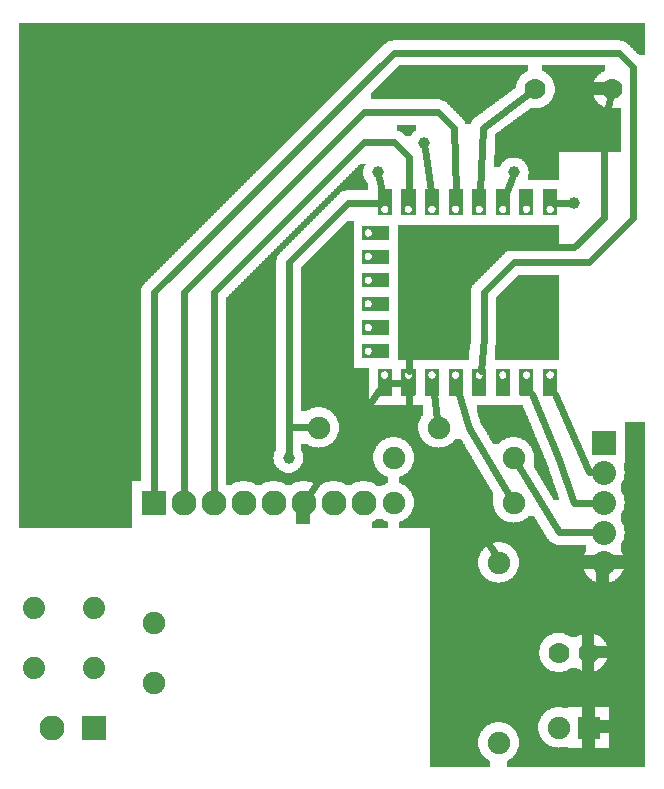
<source format=gtl>
G04 MADE WITH FRITZING*
G04 WWW.FRITZING.ORG*
G04 DOUBLE SIDED*
G04 HOLES PLATED*
G04 CONTOUR ON CENTER OF CONTOUR VECTOR*
%ASAXBY*%
%FSLAX23Y23*%
%MOIN*%
%OFA0B0*%
%SFA1.0B1.0*%
%ADD10C,0.075000*%
%ADD11C,0.070000*%
%ADD12C,0.039370*%
%ADD13C,0.074000*%
%ADD14C,0.047978*%
%ADD15C,0.083307*%
%ADD16C,0.080000*%
%ADD17C,0.075433*%
%ADD18R,0.083307X0.083307*%
%ADD19R,0.080000X0.080000*%
%ADD20R,0.075000X0.075000*%
%ADD21C,0.024000*%
%ADD22R,0.001000X0.001000*%
%LNCOPPER1*%
G90*
G70*
G54D10*
X122Y2381D03*
X1475Y2312D03*
X1878Y2304D03*
X835Y1622D03*
X1381Y1771D03*
X1711Y1611D03*
G54D11*
X2015Y2300D03*
X1759Y2300D03*
X2015Y2300D03*
X1759Y2300D03*
G54D12*
X1389Y2121D03*
X1888Y1921D03*
X1688Y2023D03*
X1235Y2023D03*
X937Y1071D03*
G54D13*
X87Y372D03*
X87Y572D03*
X87Y372D03*
X87Y572D03*
X287Y572D03*
X287Y372D03*
X287Y572D03*
X287Y372D03*
G54D14*
X487Y325D03*
X487Y522D03*
X1644Y727D03*
X1644Y121D03*
G54D15*
X487Y922D03*
X587Y922D03*
X687Y922D03*
X787Y922D03*
X887Y922D03*
X987Y922D03*
X1087Y922D03*
X1187Y922D03*
G54D16*
X1987Y1122D03*
X1987Y1022D03*
X1987Y922D03*
X1987Y822D03*
X1987Y722D03*
G54D15*
X287Y172D03*
X149Y172D03*
G54D10*
X1937Y172D03*
X1837Y172D03*
G54D11*
X1937Y422D03*
X1837Y422D03*
X1937Y422D03*
X1837Y422D03*
G54D10*
X1687Y922D03*
X1287Y922D03*
X1687Y1072D03*
X1287Y1072D03*
X1437Y1172D03*
X1037Y1172D03*
G54D17*
X1637Y122D03*
X487Y522D03*
X1637Y722D03*
X487Y322D03*
G54D18*
X487Y922D03*
G54D19*
X1987Y1122D03*
G54D18*
X287Y172D03*
G54D20*
X1937Y172D03*
G54D21*
X1337Y1172D02*
X1632Y745D01*
D02*
X1538Y1172D02*
X1506Y1283D01*
D02*
X1673Y947D02*
X1538Y1172D01*
D02*
X1337Y1283D02*
X1337Y1172D01*
D02*
X688Y1623D02*
X1188Y2123D01*
D02*
X1188Y2123D02*
X1289Y2123D01*
D02*
X1188Y2223D02*
X1436Y2223D01*
D02*
X1436Y2223D02*
X1487Y2172D01*
D02*
X1391Y2102D02*
X1411Y1961D01*
D02*
X1487Y2172D02*
X1494Y1961D01*
D02*
X588Y1623D02*
X1188Y2223D01*
D02*
X587Y955D02*
X588Y1623D01*
D02*
X1289Y2123D02*
X1338Y2074D01*
D02*
X1338Y2074D02*
X1337Y1961D01*
D02*
X687Y955D02*
X688Y1623D01*
D02*
X1837Y824D02*
X1702Y1048D01*
D02*
X1956Y823D02*
X1837Y824D01*
D02*
X1889Y921D02*
X1836Y1073D01*
D02*
X1938Y1023D02*
X1826Y1283D01*
D02*
X1956Y1023D02*
X1938Y1023D01*
D02*
X1836Y1073D02*
X1747Y1283D01*
D02*
X1956Y922D02*
X1889Y921D01*
D02*
X1240Y1296D02*
X1006Y949D01*
D02*
X1681Y2005D02*
X1666Y1961D01*
D02*
X1250Y1961D02*
X1240Y2004D01*
D02*
X1869Y1921D02*
X1828Y1922D01*
D02*
X1887Y1773D02*
X1987Y1872D01*
D02*
X1437Y1773D02*
X1887Y1773D01*
D02*
X938Y1724D02*
X938Y1672D01*
D02*
X1136Y1921D02*
X938Y1724D01*
D02*
X1240Y1922D02*
X1136Y1921D01*
D02*
X1338Y1673D02*
X1437Y1773D01*
D02*
X1987Y2173D02*
X2009Y2272D01*
D02*
X1987Y1872D02*
X1987Y2173D01*
D02*
X1337Y1361D02*
X1338Y1673D01*
D02*
X1585Y2172D02*
X1575Y1961D01*
D02*
X1736Y2283D02*
X1585Y2172D01*
D02*
X938Y1672D02*
X937Y1090D01*
D02*
X1319Y1322D02*
X1277Y1322D01*
D02*
X1937Y1723D02*
X2086Y1872D01*
D02*
X1587Y1470D02*
X1587Y1623D01*
D02*
X1688Y1724D02*
X1937Y1723D01*
D02*
X1587Y1623D02*
X1688Y1724D01*
D02*
X2086Y1872D02*
X2086Y2373D01*
D02*
X487Y1623D02*
X487Y955D01*
D02*
X2086Y2373D02*
X2038Y2421D01*
D02*
X1577Y1361D02*
X1587Y1470D01*
D02*
X1289Y2421D02*
X487Y1623D01*
D02*
X2038Y2421D02*
X1289Y2421D01*
D02*
X937Y1173D02*
X1009Y1173D01*
D02*
X937Y1090D02*
X937Y1173D01*
D02*
X1421Y1283D02*
X1433Y1201D01*
G36*
X40Y2522D02*
X40Y2464D01*
X2042Y2464D01*
X2042Y2462D01*
X2052Y2462D01*
X2052Y2460D01*
X2056Y2460D01*
X2056Y2458D01*
X2060Y2458D01*
X2060Y2456D01*
X2062Y2456D01*
X2062Y2454D01*
X2066Y2454D01*
X2066Y2452D01*
X2068Y2452D01*
X2068Y2450D01*
X2070Y2450D01*
X2070Y2448D01*
X2072Y2448D01*
X2072Y2446D01*
X2074Y2446D01*
X2074Y2444D01*
X2076Y2444D01*
X2076Y2442D01*
X2078Y2442D01*
X2078Y2440D01*
X2080Y2440D01*
X2080Y2438D01*
X2082Y2438D01*
X2082Y2436D01*
X2084Y2436D01*
X2084Y2434D01*
X2086Y2434D01*
X2086Y2432D01*
X2088Y2432D01*
X2088Y2430D01*
X2090Y2430D01*
X2090Y2428D01*
X2092Y2428D01*
X2092Y2426D01*
X2094Y2426D01*
X2094Y2424D01*
X2096Y2424D01*
X2096Y2422D01*
X2098Y2422D01*
X2098Y2420D01*
X2100Y2420D01*
X2100Y2418D01*
X2102Y2418D01*
X2102Y2416D01*
X2104Y2416D01*
X2104Y2414D01*
X2124Y2414D01*
X2124Y2522D01*
X40Y2522D01*
G37*
D02*
G36*
X40Y2464D02*
X40Y838D01*
X416Y838D01*
X416Y994D01*
X446Y994D01*
X446Y1636D01*
X448Y1636D01*
X448Y1642D01*
X450Y1642D01*
X450Y1644D01*
X452Y1644D01*
X452Y1648D01*
X454Y1648D01*
X454Y1650D01*
X456Y1650D01*
X456Y1652D01*
X458Y1652D01*
X458Y1654D01*
X460Y1654D01*
X460Y1656D01*
X462Y1656D01*
X462Y1658D01*
X464Y1658D01*
X464Y1660D01*
X466Y1660D01*
X466Y1662D01*
X468Y1662D01*
X468Y1664D01*
X470Y1664D01*
X470Y1666D01*
X472Y1666D01*
X472Y1668D01*
X474Y1668D01*
X474Y1670D01*
X476Y1670D01*
X476Y1672D01*
X478Y1672D01*
X478Y1674D01*
X480Y1674D01*
X480Y1676D01*
X482Y1676D01*
X482Y1678D01*
X484Y1678D01*
X484Y1680D01*
X486Y1680D01*
X486Y1682D01*
X488Y1682D01*
X488Y1684D01*
X490Y1684D01*
X490Y1686D01*
X492Y1686D01*
X492Y1688D01*
X494Y1688D01*
X494Y1690D01*
X496Y1690D01*
X496Y1692D01*
X498Y1692D01*
X498Y1694D01*
X500Y1694D01*
X500Y1696D01*
X502Y1696D01*
X502Y1698D01*
X504Y1698D01*
X504Y1700D01*
X506Y1700D01*
X506Y1702D01*
X508Y1702D01*
X508Y1704D01*
X510Y1704D01*
X510Y1706D01*
X512Y1706D01*
X512Y1708D01*
X514Y1708D01*
X514Y1710D01*
X516Y1710D01*
X516Y1712D01*
X518Y1712D01*
X518Y1714D01*
X520Y1714D01*
X520Y1716D01*
X522Y1716D01*
X522Y1718D01*
X524Y1718D01*
X524Y1720D01*
X526Y1720D01*
X526Y1722D01*
X528Y1722D01*
X528Y1724D01*
X530Y1724D01*
X530Y1726D01*
X532Y1726D01*
X532Y1728D01*
X534Y1728D01*
X534Y1730D01*
X536Y1730D01*
X536Y1732D01*
X538Y1732D01*
X538Y1734D01*
X540Y1734D01*
X540Y1736D01*
X542Y1736D01*
X542Y1738D01*
X544Y1738D01*
X544Y1740D01*
X546Y1740D01*
X546Y1742D01*
X548Y1742D01*
X548Y1744D01*
X550Y1744D01*
X550Y1746D01*
X552Y1746D01*
X552Y1748D01*
X554Y1748D01*
X554Y1750D01*
X556Y1750D01*
X556Y1752D01*
X558Y1752D01*
X558Y1754D01*
X560Y1754D01*
X560Y1756D01*
X562Y1756D01*
X562Y1758D01*
X564Y1758D01*
X564Y1760D01*
X566Y1760D01*
X566Y1762D01*
X568Y1762D01*
X568Y1764D01*
X570Y1764D01*
X570Y1766D01*
X572Y1766D01*
X572Y1768D01*
X574Y1768D01*
X574Y1770D01*
X576Y1770D01*
X576Y1772D01*
X578Y1772D01*
X578Y1774D01*
X580Y1774D01*
X580Y1776D01*
X582Y1776D01*
X582Y1778D01*
X584Y1778D01*
X584Y1780D01*
X586Y1780D01*
X586Y1782D01*
X588Y1782D01*
X588Y1784D01*
X590Y1784D01*
X590Y1786D01*
X592Y1786D01*
X592Y1788D01*
X594Y1788D01*
X594Y1790D01*
X596Y1790D01*
X596Y1792D01*
X598Y1792D01*
X598Y1794D01*
X600Y1794D01*
X600Y1796D01*
X602Y1796D01*
X602Y1798D01*
X604Y1798D01*
X604Y1800D01*
X606Y1800D01*
X606Y1802D01*
X608Y1802D01*
X608Y1804D01*
X610Y1804D01*
X610Y1806D01*
X612Y1806D01*
X612Y1808D01*
X614Y1808D01*
X614Y1810D01*
X616Y1810D01*
X616Y1812D01*
X618Y1812D01*
X618Y1814D01*
X620Y1814D01*
X620Y1816D01*
X622Y1816D01*
X622Y1818D01*
X624Y1818D01*
X624Y1820D01*
X626Y1820D01*
X626Y1822D01*
X628Y1822D01*
X628Y1824D01*
X630Y1824D01*
X630Y1826D01*
X632Y1826D01*
X632Y1828D01*
X634Y1828D01*
X634Y1830D01*
X636Y1830D01*
X636Y1832D01*
X638Y1832D01*
X638Y1834D01*
X640Y1834D01*
X640Y1836D01*
X642Y1836D01*
X642Y1838D01*
X644Y1838D01*
X644Y1840D01*
X646Y1840D01*
X646Y1842D01*
X648Y1842D01*
X648Y1844D01*
X650Y1844D01*
X650Y1846D01*
X652Y1846D01*
X652Y1848D01*
X654Y1848D01*
X654Y1850D01*
X656Y1850D01*
X656Y1852D01*
X658Y1852D01*
X658Y1854D01*
X660Y1854D01*
X660Y1856D01*
X662Y1856D01*
X662Y1858D01*
X664Y1858D01*
X664Y1860D01*
X666Y1860D01*
X666Y1862D01*
X668Y1862D01*
X668Y1864D01*
X670Y1864D01*
X670Y1866D01*
X672Y1866D01*
X672Y1868D01*
X674Y1868D01*
X674Y1870D01*
X676Y1870D01*
X676Y1872D01*
X678Y1872D01*
X678Y1874D01*
X680Y1874D01*
X680Y1876D01*
X682Y1876D01*
X682Y1878D01*
X684Y1878D01*
X684Y1880D01*
X686Y1880D01*
X686Y1882D01*
X688Y1882D01*
X688Y1884D01*
X690Y1884D01*
X690Y1886D01*
X692Y1886D01*
X692Y1888D01*
X694Y1888D01*
X694Y1890D01*
X696Y1890D01*
X696Y1892D01*
X698Y1892D01*
X698Y1894D01*
X700Y1894D01*
X700Y1896D01*
X702Y1896D01*
X702Y1898D01*
X704Y1898D01*
X704Y1900D01*
X706Y1900D01*
X706Y1902D01*
X708Y1902D01*
X708Y1904D01*
X710Y1904D01*
X710Y1906D01*
X712Y1906D01*
X712Y1908D01*
X714Y1908D01*
X714Y1910D01*
X716Y1910D01*
X716Y1912D01*
X718Y1912D01*
X718Y1914D01*
X720Y1914D01*
X720Y1916D01*
X722Y1916D01*
X722Y1918D01*
X724Y1918D01*
X724Y1920D01*
X726Y1920D01*
X726Y1922D01*
X728Y1922D01*
X728Y1924D01*
X730Y1924D01*
X730Y1926D01*
X732Y1926D01*
X732Y1928D01*
X734Y1928D01*
X734Y1930D01*
X736Y1930D01*
X736Y1932D01*
X738Y1932D01*
X738Y1934D01*
X740Y1934D01*
X740Y1936D01*
X742Y1936D01*
X742Y1938D01*
X744Y1938D01*
X744Y1940D01*
X746Y1940D01*
X746Y1942D01*
X748Y1942D01*
X748Y1944D01*
X750Y1944D01*
X750Y1946D01*
X752Y1946D01*
X752Y1948D01*
X754Y1948D01*
X754Y1950D01*
X756Y1950D01*
X756Y1952D01*
X758Y1952D01*
X758Y1954D01*
X760Y1954D01*
X760Y1956D01*
X762Y1956D01*
X762Y1958D01*
X764Y1958D01*
X764Y1960D01*
X766Y1960D01*
X766Y1962D01*
X768Y1962D01*
X768Y1964D01*
X770Y1964D01*
X770Y1966D01*
X772Y1966D01*
X772Y1968D01*
X774Y1968D01*
X774Y1970D01*
X776Y1970D01*
X776Y1972D01*
X778Y1972D01*
X778Y1974D01*
X780Y1974D01*
X780Y1976D01*
X782Y1976D01*
X782Y1978D01*
X784Y1978D01*
X784Y1980D01*
X786Y1980D01*
X786Y1982D01*
X788Y1982D01*
X788Y1984D01*
X790Y1984D01*
X790Y1986D01*
X792Y1986D01*
X792Y1988D01*
X794Y1988D01*
X794Y1990D01*
X796Y1990D01*
X796Y1992D01*
X798Y1992D01*
X798Y1994D01*
X800Y1994D01*
X800Y1996D01*
X802Y1996D01*
X802Y1998D01*
X804Y1998D01*
X804Y2000D01*
X806Y2000D01*
X806Y2002D01*
X808Y2002D01*
X808Y2004D01*
X810Y2004D01*
X810Y2006D01*
X812Y2006D01*
X812Y2008D01*
X814Y2008D01*
X814Y2010D01*
X816Y2010D01*
X816Y2012D01*
X818Y2012D01*
X818Y2014D01*
X820Y2014D01*
X820Y2016D01*
X822Y2016D01*
X822Y2018D01*
X824Y2018D01*
X824Y2020D01*
X826Y2020D01*
X826Y2022D01*
X828Y2022D01*
X828Y2024D01*
X830Y2024D01*
X830Y2026D01*
X832Y2026D01*
X832Y2028D01*
X834Y2028D01*
X834Y2030D01*
X836Y2030D01*
X836Y2032D01*
X840Y2032D01*
X840Y2034D01*
X842Y2034D01*
X842Y2036D01*
X844Y2036D01*
X844Y2038D01*
X846Y2038D01*
X846Y2040D01*
X848Y2040D01*
X848Y2042D01*
X850Y2042D01*
X850Y2044D01*
X852Y2044D01*
X852Y2046D01*
X854Y2046D01*
X854Y2048D01*
X856Y2048D01*
X856Y2050D01*
X858Y2050D01*
X858Y2052D01*
X860Y2052D01*
X860Y2054D01*
X862Y2054D01*
X862Y2056D01*
X864Y2056D01*
X864Y2058D01*
X866Y2058D01*
X866Y2060D01*
X868Y2060D01*
X868Y2062D01*
X870Y2062D01*
X870Y2064D01*
X872Y2064D01*
X872Y2066D01*
X874Y2066D01*
X874Y2068D01*
X876Y2068D01*
X876Y2070D01*
X878Y2070D01*
X878Y2072D01*
X880Y2072D01*
X880Y2074D01*
X882Y2074D01*
X882Y2076D01*
X884Y2076D01*
X884Y2078D01*
X886Y2078D01*
X886Y2080D01*
X888Y2080D01*
X888Y2082D01*
X890Y2082D01*
X890Y2084D01*
X892Y2084D01*
X892Y2086D01*
X894Y2086D01*
X894Y2088D01*
X896Y2088D01*
X896Y2090D01*
X898Y2090D01*
X898Y2092D01*
X900Y2092D01*
X900Y2094D01*
X902Y2094D01*
X902Y2096D01*
X904Y2096D01*
X904Y2098D01*
X906Y2098D01*
X906Y2100D01*
X908Y2100D01*
X908Y2102D01*
X910Y2102D01*
X910Y2104D01*
X912Y2104D01*
X912Y2106D01*
X914Y2106D01*
X914Y2108D01*
X916Y2108D01*
X916Y2110D01*
X918Y2110D01*
X918Y2112D01*
X920Y2112D01*
X920Y2114D01*
X922Y2114D01*
X922Y2116D01*
X924Y2116D01*
X924Y2118D01*
X926Y2118D01*
X926Y2120D01*
X928Y2120D01*
X928Y2122D01*
X930Y2122D01*
X930Y2124D01*
X932Y2124D01*
X932Y2126D01*
X934Y2126D01*
X934Y2128D01*
X936Y2128D01*
X936Y2130D01*
X938Y2130D01*
X938Y2132D01*
X940Y2132D01*
X940Y2134D01*
X942Y2134D01*
X942Y2136D01*
X944Y2136D01*
X944Y2138D01*
X946Y2138D01*
X946Y2140D01*
X948Y2140D01*
X948Y2142D01*
X950Y2142D01*
X950Y2144D01*
X952Y2144D01*
X952Y2146D01*
X954Y2146D01*
X954Y2148D01*
X956Y2148D01*
X956Y2150D01*
X958Y2150D01*
X958Y2152D01*
X960Y2152D01*
X960Y2154D01*
X962Y2154D01*
X962Y2156D01*
X964Y2156D01*
X964Y2158D01*
X966Y2158D01*
X966Y2160D01*
X968Y2160D01*
X968Y2162D01*
X970Y2162D01*
X970Y2164D01*
X972Y2164D01*
X972Y2166D01*
X974Y2166D01*
X974Y2168D01*
X976Y2168D01*
X976Y2170D01*
X978Y2170D01*
X978Y2172D01*
X980Y2172D01*
X980Y2174D01*
X982Y2174D01*
X982Y2176D01*
X984Y2176D01*
X984Y2178D01*
X986Y2178D01*
X986Y2180D01*
X988Y2180D01*
X988Y2182D01*
X990Y2182D01*
X990Y2184D01*
X992Y2184D01*
X992Y2186D01*
X994Y2186D01*
X994Y2188D01*
X996Y2188D01*
X996Y2190D01*
X998Y2190D01*
X998Y2192D01*
X1000Y2192D01*
X1000Y2194D01*
X1002Y2194D01*
X1002Y2196D01*
X1004Y2196D01*
X1004Y2198D01*
X1006Y2198D01*
X1006Y2200D01*
X1008Y2200D01*
X1008Y2202D01*
X1010Y2202D01*
X1010Y2204D01*
X1012Y2204D01*
X1012Y2206D01*
X1014Y2206D01*
X1014Y2208D01*
X1016Y2208D01*
X1016Y2210D01*
X1018Y2210D01*
X1018Y2212D01*
X1020Y2212D01*
X1020Y2214D01*
X1022Y2214D01*
X1022Y2216D01*
X1024Y2216D01*
X1024Y2218D01*
X1026Y2218D01*
X1026Y2220D01*
X1028Y2220D01*
X1028Y2222D01*
X1030Y2222D01*
X1030Y2224D01*
X1032Y2224D01*
X1032Y2226D01*
X1034Y2226D01*
X1034Y2228D01*
X1036Y2228D01*
X1036Y2230D01*
X1038Y2230D01*
X1038Y2232D01*
X1040Y2232D01*
X1040Y2234D01*
X1042Y2234D01*
X1042Y2236D01*
X1044Y2236D01*
X1044Y2238D01*
X1046Y2238D01*
X1046Y2240D01*
X1048Y2240D01*
X1048Y2242D01*
X1050Y2242D01*
X1050Y2244D01*
X1052Y2244D01*
X1052Y2246D01*
X1054Y2246D01*
X1054Y2248D01*
X1056Y2248D01*
X1056Y2250D01*
X1058Y2250D01*
X1058Y2252D01*
X1060Y2252D01*
X1060Y2254D01*
X1062Y2254D01*
X1062Y2256D01*
X1064Y2256D01*
X1064Y2258D01*
X1066Y2258D01*
X1066Y2260D01*
X1068Y2260D01*
X1068Y2262D01*
X1070Y2262D01*
X1070Y2264D01*
X1072Y2264D01*
X1072Y2266D01*
X1074Y2266D01*
X1074Y2268D01*
X1076Y2268D01*
X1076Y2270D01*
X1078Y2270D01*
X1078Y2272D01*
X1080Y2272D01*
X1080Y2274D01*
X1082Y2274D01*
X1082Y2276D01*
X1084Y2276D01*
X1084Y2278D01*
X1086Y2278D01*
X1086Y2280D01*
X1088Y2280D01*
X1088Y2282D01*
X1090Y2282D01*
X1090Y2284D01*
X1092Y2284D01*
X1092Y2286D01*
X1094Y2286D01*
X1094Y2288D01*
X1096Y2288D01*
X1096Y2290D01*
X1098Y2290D01*
X1098Y2292D01*
X1100Y2292D01*
X1100Y2294D01*
X1102Y2294D01*
X1102Y2296D01*
X1104Y2296D01*
X1104Y2298D01*
X1106Y2298D01*
X1106Y2300D01*
X1108Y2300D01*
X1108Y2302D01*
X1110Y2302D01*
X1110Y2304D01*
X1112Y2304D01*
X1112Y2306D01*
X1114Y2306D01*
X1114Y2308D01*
X1116Y2308D01*
X1116Y2310D01*
X1118Y2310D01*
X1118Y2312D01*
X1120Y2312D01*
X1120Y2314D01*
X1122Y2314D01*
X1122Y2316D01*
X1124Y2316D01*
X1124Y2318D01*
X1126Y2318D01*
X1126Y2320D01*
X1128Y2320D01*
X1128Y2322D01*
X1130Y2322D01*
X1130Y2324D01*
X1132Y2324D01*
X1132Y2326D01*
X1134Y2326D01*
X1134Y2328D01*
X1136Y2328D01*
X1136Y2330D01*
X1138Y2330D01*
X1138Y2332D01*
X1140Y2332D01*
X1140Y2334D01*
X1142Y2334D01*
X1142Y2336D01*
X1144Y2336D01*
X1144Y2338D01*
X1146Y2338D01*
X1146Y2340D01*
X1148Y2340D01*
X1148Y2342D01*
X1150Y2342D01*
X1150Y2344D01*
X1152Y2344D01*
X1152Y2346D01*
X1154Y2346D01*
X1154Y2348D01*
X1156Y2348D01*
X1156Y2350D01*
X1158Y2350D01*
X1158Y2352D01*
X1160Y2352D01*
X1160Y2354D01*
X1162Y2354D01*
X1162Y2356D01*
X1164Y2356D01*
X1164Y2358D01*
X1166Y2358D01*
X1166Y2360D01*
X1168Y2360D01*
X1168Y2362D01*
X1170Y2362D01*
X1170Y2364D01*
X1172Y2364D01*
X1172Y2366D01*
X1174Y2366D01*
X1174Y2368D01*
X1176Y2368D01*
X1176Y2370D01*
X1178Y2370D01*
X1178Y2372D01*
X1180Y2372D01*
X1180Y2374D01*
X1182Y2374D01*
X1182Y2376D01*
X1184Y2376D01*
X1184Y2378D01*
X1186Y2378D01*
X1186Y2380D01*
X1188Y2380D01*
X1188Y2382D01*
X1190Y2382D01*
X1190Y2384D01*
X1192Y2384D01*
X1192Y2386D01*
X1194Y2386D01*
X1194Y2388D01*
X1196Y2388D01*
X1196Y2390D01*
X1198Y2390D01*
X1198Y2392D01*
X1200Y2392D01*
X1200Y2394D01*
X1202Y2394D01*
X1202Y2396D01*
X1204Y2396D01*
X1204Y2398D01*
X1206Y2398D01*
X1206Y2400D01*
X1208Y2400D01*
X1208Y2402D01*
X1210Y2402D01*
X1210Y2404D01*
X1212Y2404D01*
X1212Y2406D01*
X1214Y2406D01*
X1214Y2408D01*
X1216Y2408D01*
X1216Y2410D01*
X1218Y2410D01*
X1218Y2412D01*
X1220Y2412D01*
X1220Y2414D01*
X1222Y2414D01*
X1222Y2416D01*
X1224Y2416D01*
X1224Y2418D01*
X1226Y2418D01*
X1226Y2420D01*
X1228Y2420D01*
X1228Y2422D01*
X1230Y2422D01*
X1230Y2424D01*
X1232Y2424D01*
X1232Y2426D01*
X1234Y2426D01*
X1234Y2428D01*
X1236Y2428D01*
X1236Y2430D01*
X1238Y2430D01*
X1238Y2432D01*
X1240Y2432D01*
X1240Y2434D01*
X1242Y2434D01*
X1242Y2436D01*
X1244Y2436D01*
X1244Y2438D01*
X1246Y2438D01*
X1246Y2440D01*
X1248Y2440D01*
X1248Y2442D01*
X1250Y2442D01*
X1250Y2444D01*
X1252Y2444D01*
X1252Y2446D01*
X1254Y2446D01*
X1254Y2448D01*
X1256Y2448D01*
X1256Y2450D01*
X1260Y2450D01*
X1260Y2452D01*
X1262Y2452D01*
X1262Y2454D01*
X1264Y2454D01*
X1264Y2456D01*
X1266Y2456D01*
X1266Y2458D01*
X1270Y2458D01*
X1270Y2460D01*
X1276Y2460D01*
X1276Y2462D01*
X1284Y2462D01*
X1284Y2464D01*
X40Y2464D01*
G37*
D02*
G36*
X1306Y2380D02*
X1306Y2378D01*
X1304Y2378D01*
X1304Y2376D01*
X1302Y2376D01*
X1302Y2374D01*
X1300Y2374D01*
X1300Y2372D01*
X1298Y2372D01*
X1298Y2370D01*
X1296Y2370D01*
X1296Y2368D01*
X1294Y2368D01*
X1294Y2366D01*
X1292Y2366D01*
X1292Y2364D01*
X1290Y2364D01*
X1290Y2362D01*
X1288Y2362D01*
X1288Y2360D01*
X1286Y2360D01*
X1286Y2358D01*
X1284Y2358D01*
X1284Y2356D01*
X1282Y2356D01*
X1282Y2354D01*
X1280Y2354D01*
X1280Y2352D01*
X1278Y2352D01*
X1278Y2350D01*
X1276Y2350D01*
X1276Y2348D01*
X1274Y2348D01*
X1274Y2346D01*
X1272Y2346D01*
X1272Y2344D01*
X1270Y2344D01*
X1270Y2342D01*
X1268Y2342D01*
X1268Y2340D01*
X1266Y2340D01*
X1266Y2338D01*
X1264Y2338D01*
X1264Y2336D01*
X1262Y2336D01*
X1262Y2334D01*
X1260Y2334D01*
X1260Y2332D01*
X1258Y2332D01*
X1258Y2330D01*
X1256Y2330D01*
X1256Y2328D01*
X1254Y2328D01*
X1254Y2326D01*
X1252Y2326D01*
X1252Y2324D01*
X1250Y2324D01*
X1250Y2322D01*
X1248Y2322D01*
X1248Y2320D01*
X1246Y2320D01*
X1246Y2318D01*
X1244Y2318D01*
X1244Y2316D01*
X1242Y2316D01*
X1242Y2314D01*
X1240Y2314D01*
X1240Y2312D01*
X1238Y2312D01*
X1238Y2310D01*
X1236Y2310D01*
X1236Y2308D01*
X1234Y2308D01*
X1234Y2306D01*
X1232Y2306D01*
X1232Y2304D01*
X1230Y2304D01*
X1230Y2302D01*
X1228Y2302D01*
X1228Y2300D01*
X1226Y2300D01*
X1226Y2298D01*
X1224Y2298D01*
X1224Y2296D01*
X1222Y2296D01*
X1222Y2294D01*
X1220Y2294D01*
X1220Y2292D01*
X1218Y2292D01*
X1218Y2290D01*
X1216Y2290D01*
X1216Y2288D01*
X1214Y2288D01*
X1214Y2286D01*
X1212Y2286D01*
X1212Y2266D01*
X1442Y2266D01*
X1442Y2264D01*
X1450Y2264D01*
X1450Y2262D01*
X1454Y2262D01*
X1454Y2260D01*
X1458Y2260D01*
X1458Y2258D01*
X1462Y2258D01*
X1462Y2256D01*
X1464Y2256D01*
X1464Y2254D01*
X1466Y2254D01*
X1466Y2252D01*
X1468Y2252D01*
X1468Y2250D01*
X1470Y2250D01*
X1470Y2248D01*
X1472Y2248D01*
X1472Y2246D01*
X1474Y2246D01*
X1474Y2244D01*
X1476Y2244D01*
X1476Y2242D01*
X1478Y2242D01*
X1478Y2240D01*
X1480Y2240D01*
X1480Y2238D01*
X1482Y2238D01*
X1482Y2236D01*
X1484Y2236D01*
X1484Y2234D01*
X1486Y2234D01*
X1486Y2232D01*
X1488Y2232D01*
X1488Y2230D01*
X1490Y2230D01*
X1490Y2228D01*
X1492Y2228D01*
X1492Y2226D01*
X1494Y2226D01*
X1494Y2224D01*
X1496Y2224D01*
X1496Y2222D01*
X1498Y2222D01*
X1498Y2220D01*
X1500Y2220D01*
X1500Y2218D01*
X1502Y2218D01*
X1502Y2216D01*
X1504Y2216D01*
X1504Y2214D01*
X1506Y2214D01*
X1506Y2212D01*
X1508Y2212D01*
X1508Y2210D01*
X1510Y2210D01*
X1510Y2208D01*
X1512Y2208D01*
X1512Y2206D01*
X1514Y2206D01*
X1514Y2204D01*
X1516Y2204D01*
X1516Y2202D01*
X1518Y2202D01*
X1518Y2200D01*
X1520Y2200D01*
X1520Y2198D01*
X1522Y2198D01*
X1522Y2194D01*
X1524Y2194D01*
X1524Y2190D01*
X1526Y2190D01*
X1526Y2184D01*
X1546Y2184D01*
X1546Y2190D01*
X1548Y2190D01*
X1548Y2194D01*
X1550Y2194D01*
X1550Y2196D01*
X1552Y2196D01*
X1552Y2200D01*
X1554Y2200D01*
X1554Y2202D01*
X1556Y2202D01*
X1556Y2204D01*
X1560Y2204D01*
X1560Y2206D01*
X1562Y2206D01*
X1562Y2208D01*
X1564Y2208D01*
X1564Y2210D01*
X1566Y2210D01*
X1566Y2212D01*
X1570Y2212D01*
X1570Y2214D01*
X1572Y2214D01*
X1572Y2216D01*
X1574Y2216D01*
X1574Y2218D01*
X1578Y2218D01*
X1578Y2220D01*
X1580Y2220D01*
X1580Y2222D01*
X1584Y2222D01*
X1584Y2224D01*
X1586Y2224D01*
X1586Y2226D01*
X1588Y2226D01*
X1588Y2228D01*
X1592Y2228D01*
X1592Y2230D01*
X1594Y2230D01*
X1594Y2232D01*
X1596Y2232D01*
X1596Y2234D01*
X1600Y2234D01*
X1600Y2236D01*
X1602Y2236D01*
X1602Y2238D01*
X1604Y2238D01*
X1604Y2240D01*
X1608Y2240D01*
X1608Y2242D01*
X1610Y2242D01*
X1610Y2244D01*
X1614Y2244D01*
X1614Y2246D01*
X1616Y2246D01*
X1616Y2248D01*
X1618Y2248D01*
X1618Y2250D01*
X1622Y2250D01*
X1622Y2252D01*
X1624Y2252D01*
X1624Y2254D01*
X1626Y2254D01*
X1626Y2256D01*
X1630Y2256D01*
X1630Y2258D01*
X1632Y2258D01*
X1632Y2260D01*
X1634Y2260D01*
X1634Y2262D01*
X1638Y2262D01*
X1638Y2264D01*
X1640Y2264D01*
X1640Y2266D01*
X1644Y2266D01*
X1644Y2268D01*
X1646Y2268D01*
X1646Y2270D01*
X1648Y2270D01*
X1648Y2272D01*
X1652Y2272D01*
X1652Y2274D01*
X1654Y2274D01*
X1654Y2276D01*
X1656Y2276D01*
X1656Y2278D01*
X1660Y2278D01*
X1660Y2280D01*
X1662Y2280D01*
X1662Y2282D01*
X1664Y2282D01*
X1664Y2284D01*
X1668Y2284D01*
X1668Y2286D01*
X1670Y2286D01*
X1670Y2288D01*
X1672Y2288D01*
X1672Y2290D01*
X1676Y2290D01*
X1676Y2292D01*
X1678Y2292D01*
X1678Y2294D01*
X1682Y2294D01*
X1682Y2296D01*
X1684Y2296D01*
X1684Y2298D01*
X1686Y2298D01*
X1686Y2300D01*
X1690Y2300D01*
X1690Y2302D01*
X1692Y2302D01*
X1692Y2304D01*
X1694Y2304D01*
X1694Y2310D01*
X1696Y2310D01*
X1696Y2318D01*
X1698Y2318D01*
X1698Y2324D01*
X1700Y2324D01*
X1700Y2328D01*
X1702Y2328D01*
X1702Y2332D01*
X1704Y2332D01*
X1704Y2336D01*
X1706Y2336D01*
X1706Y2338D01*
X1708Y2338D01*
X1708Y2342D01*
X1710Y2342D01*
X1710Y2344D01*
X1712Y2344D01*
X1712Y2346D01*
X1714Y2346D01*
X1714Y2348D01*
X1716Y2348D01*
X1716Y2350D01*
X1718Y2350D01*
X1718Y2352D01*
X1722Y2352D01*
X1722Y2354D01*
X1724Y2354D01*
X1724Y2356D01*
X1728Y2356D01*
X1728Y2358D01*
X1732Y2358D01*
X1732Y2360D01*
X1736Y2360D01*
X1736Y2380D01*
X1306Y2380D01*
G37*
D02*
G36*
X1782Y2380D02*
X1782Y2360D01*
X1788Y2360D01*
X1788Y2358D01*
X1790Y2358D01*
X1790Y2356D01*
X1794Y2356D01*
X1794Y2354D01*
X1796Y2354D01*
X1796Y2352D01*
X1800Y2352D01*
X1800Y2350D01*
X1802Y2350D01*
X1802Y2348D01*
X1804Y2348D01*
X1804Y2346D01*
X1806Y2346D01*
X1806Y2344D01*
X1808Y2344D01*
X1808Y2342D01*
X1810Y2342D01*
X1810Y2340D01*
X1812Y2340D01*
X1812Y2336D01*
X1814Y2336D01*
X1814Y2334D01*
X1816Y2334D01*
X1816Y2330D01*
X1818Y2330D01*
X1818Y2326D01*
X1820Y2326D01*
X1820Y2320D01*
X1822Y2320D01*
X1822Y2312D01*
X1824Y2312D01*
X1824Y2288D01*
X1822Y2288D01*
X1822Y2280D01*
X1820Y2280D01*
X1820Y2274D01*
X1818Y2274D01*
X1818Y2270D01*
X1816Y2270D01*
X1816Y2268D01*
X1814Y2268D01*
X1814Y2264D01*
X1812Y2264D01*
X1812Y2262D01*
X1810Y2262D01*
X1810Y2258D01*
X1808Y2258D01*
X1808Y2256D01*
X1806Y2256D01*
X1806Y2254D01*
X1804Y2254D01*
X1804Y2252D01*
X1802Y2252D01*
X1802Y2250D01*
X1798Y2250D01*
X1798Y2248D01*
X1796Y2248D01*
X1796Y2246D01*
X1792Y2246D01*
X1792Y2244D01*
X1790Y2244D01*
X1790Y2242D01*
X1786Y2242D01*
X1786Y2240D01*
X1780Y2240D01*
X1780Y2238D01*
X1774Y2238D01*
X1774Y2236D01*
X1742Y2236D01*
X1742Y2234D01*
X1738Y2234D01*
X1738Y2232D01*
X1736Y2232D01*
X1736Y2230D01*
X1734Y2230D01*
X1734Y2228D01*
X1730Y2228D01*
X1730Y2226D01*
X1728Y2226D01*
X1728Y2224D01*
X1724Y2224D01*
X1724Y2222D01*
X1722Y2222D01*
X1722Y2220D01*
X1720Y2220D01*
X1720Y2218D01*
X1716Y2218D01*
X1716Y2216D01*
X1714Y2216D01*
X1714Y2214D01*
X1712Y2214D01*
X1712Y2212D01*
X1708Y2212D01*
X1708Y2210D01*
X1706Y2210D01*
X1706Y2208D01*
X1704Y2208D01*
X1704Y2206D01*
X1700Y2206D01*
X1700Y2204D01*
X1698Y2204D01*
X1698Y2202D01*
X1696Y2202D01*
X1696Y2200D01*
X1692Y2200D01*
X1692Y2198D01*
X1690Y2198D01*
X1690Y2196D01*
X1686Y2196D01*
X1686Y2194D01*
X1684Y2194D01*
X1684Y2192D01*
X1682Y2192D01*
X1682Y2190D01*
X1678Y2190D01*
X1678Y2188D01*
X1676Y2188D01*
X1676Y2186D01*
X1674Y2186D01*
X1674Y2184D01*
X1670Y2184D01*
X1670Y2182D01*
X1668Y2182D01*
X1668Y2180D01*
X1666Y2180D01*
X1666Y2178D01*
X1662Y2178D01*
X1662Y2176D01*
X1660Y2176D01*
X1660Y2174D01*
X1656Y2174D01*
X1656Y2172D01*
X1654Y2172D01*
X1654Y2170D01*
X1652Y2170D01*
X1652Y2168D01*
X1648Y2168D01*
X1648Y2166D01*
X1646Y2166D01*
X1646Y2164D01*
X1644Y2164D01*
X1644Y2162D01*
X1640Y2162D01*
X1640Y2160D01*
X1638Y2160D01*
X1638Y2158D01*
X1636Y2158D01*
X1636Y2156D01*
X1632Y2156D01*
X1632Y2154D01*
X1630Y2154D01*
X1630Y2152D01*
X1628Y2152D01*
X1628Y2150D01*
X1626Y2150D01*
X1626Y2122D01*
X1624Y2122D01*
X1624Y2080D01*
X1622Y2080D01*
X1622Y2072D01*
X1700Y2072D01*
X1700Y2070D01*
X1706Y2070D01*
X1706Y2068D01*
X1710Y2068D01*
X1710Y2066D01*
X1714Y2066D01*
X1714Y2064D01*
X1716Y2064D01*
X1716Y2062D01*
X1720Y2062D01*
X1720Y2060D01*
X1722Y2060D01*
X1722Y2058D01*
X1724Y2058D01*
X1724Y2056D01*
X1726Y2056D01*
X1726Y2052D01*
X1728Y2052D01*
X1728Y2050D01*
X1730Y2050D01*
X1730Y2046D01*
X1732Y2046D01*
X1732Y2042D01*
X1734Y2042D01*
X1734Y2038D01*
X1736Y2038D01*
X1736Y2028D01*
X1738Y2028D01*
X1738Y2018D01*
X1736Y2018D01*
X1736Y1996D01*
X1838Y1996D01*
X1838Y2090D01*
X2044Y2090D01*
X2044Y2236D01*
X2000Y2236D01*
X2000Y2238D01*
X1994Y2238D01*
X1994Y2240D01*
X1988Y2240D01*
X1988Y2242D01*
X1984Y2242D01*
X1984Y2244D01*
X1982Y2244D01*
X1982Y2246D01*
X1978Y2246D01*
X1978Y2248D01*
X1976Y2248D01*
X1976Y2250D01*
X1974Y2250D01*
X1974Y2252D01*
X1970Y2252D01*
X1970Y2254D01*
X1968Y2254D01*
X1968Y2256D01*
X1966Y2256D01*
X1966Y2260D01*
X1964Y2260D01*
X1964Y2262D01*
X1962Y2262D01*
X1962Y2264D01*
X1960Y2264D01*
X1960Y2268D01*
X1958Y2268D01*
X1958Y2272D01*
X1956Y2272D01*
X1956Y2276D01*
X1954Y2276D01*
X1954Y2282D01*
X1952Y2282D01*
X1952Y2290D01*
X1950Y2290D01*
X1950Y2310D01*
X1952Y2310D01*
X1952Y2320D01*
X1954Y2320D01*
X1954Y2324D01*
X1956Y2324D01*
X1956Y2330D01*
X1958Y2330D01*
X1958Y2332D01*
X1960Y2332D01*
X1960Y2336D01*
X1962Y2336D01*
X1962Y2338D01*
X1964Y2338D01*
X1964Y2342D01*
X1966Y2342D01*
X1966Y2344D01*
X1968Y2344D01*
X1968Y2346D01*
X1970Y2346D01*
X1970Y2348D01*
X1972Y2348D01*
X1972Y2350D01*
X1974Y2350D01*
X1974Y2352D01*
X1978Y2352D01*
X1978Y2354D01*
X1980Y2354D01*
X1980Y2356D01*
X1984Y2356D01*
X1984Y2358D01*
X1988Y2358D01*
X1988Y2360D01*
X1992Y2360D01*
X1992Y2380D01*
X1782Y2380D01*
G37*
D02*
G36*
X1622Y2072D02*
X1622Y2040D01*
X1642Y2040D01*
X1642Y2044D01*
X1644Y2044D01*
X1644Y2048D01*
X1646Y2048D01*
X1646Y2052D01*
X1648Y2052D01*
X1648Y2054D01*
X1650Y2054D01*
X1650Y2056D01*
X1652Y2056D01*
X1652Y2058D01*
X1654Y2058D01*
X1654Y2060D01*
X1656Y2060D01*
X1656Y2062D01*
X1658Y2062D01*
X1658Y2064D01*
X1662Y2064D01*
X1662Y2066D01*
X1666Y2066D01*
X1666Y2068D01*
X1668Y2068D01*
X1668Y2070D01*
X1676Y2070D01*
X1676Y2072D01*
X1622Y2072D01*
G37*
D02*
G36*
X1300Y2182D02*
X1300Y2162D01*
X1306Y2162D01*
X1306Y2160D01*
X1310Y2160D01*
X1310Y2158D01*
X1314Y2158D01*
X1314Y2156D01*
X1316Y2156D01*
X1316Y2154D01*
X1318Y2154D01*
X1318Y2152D01*
X1320Y2152D01*
X1320Y2150D01*
X1322Y2150D01*
X1322Y2148D01*
X1324Y2148D01*
X1324Y2146D01*
X1326Y2146D01*
X1326Y2144D01*
X1346Y2144D01*
X1346Y2148D01*
X1348Y2148D01*
X1348Y2150D01*
X1350Y2150D01*
X1350Y2154D01*
X1352Y2154D01*
X1352Y2156D01*
X1354Y2156D01*
X1354Y2158D01*
X1356Y2158D01*
X1356Y2160D01*
X1360Y2160D01*
X1360Y2162D01*
X1362Y2162D01*
X1362Y2182D01*
X1300Y2182D01*
G37*
D02*
G36*
X1174Y2050D02*
X1174Y2048D01*
X1172Y2048D01*
X1172Y2046D01*
X1170Y2046D01*
X1170Y2044D01*
X1168Y2044D01*
X1168Y2042D01*
X1166Y2042D01*
X1166Y2040D01*
X1164Y2040D01*
X1164Y2038D01*
X1162Y2038D01*
X1162Y2036D01*
X1160Y2036D01*
X1160Y2034D01*
X1158Y2034D01*
X1158Y2032D01*
X1156Y2032D01*
X1156Y2030D01*
X1154Y2030D01*
X1154Y2028D01*
X1152Y2028D01*
X1152Y2026D01*
X1150Y2026D01*
X1150Y2024D01*
X1148Y2024D01*
X1148Y2022D01*
X1146Y2022D01*
X1146Y2020D01*
X1144Y2020D01*
X1144Y2018D01*
X1142Y2018D01*
X1142Y2016D01*
X1140Y2016D01*
X1140Y2014D01*
X1138Y2014D01*
X1138Y2012D01*
X1136Y2012D01*
X1136Y2010D01*
X1134Y2010D01*
X1134Y2008D01*
X1132Y2008D01*
X1132Y2006D01*
X1130Y2006D01*
X1130Y2004D01*
X1128Y2004D01*
X1128Y2002D01*
X1126Y2002D01*
X1126Y2000D01*
X1124Y2000D01*
X1124Y1998D01*
X1122Y1998D01*
X1122Y1996D01*
X1120Y1996D01*
X1120Y1994D01*
X1118Y1994D01*
X1118Y1992D01*
X1116Y1992D01*
X1116Y1990D01*
X1114Y1990D01*
X1114Y1988D01*
X1112Y1988D01*
X1112Y1986D01*
X1110Y1986D01*
X1110Y1984D01*
X1108Y1984D01*
X1108Y1982D01*
X1106Y1982D01*
X1106Y1980D01*
X1104Y1980D01*
X1104Y1978D01*
X1102Y1978D01*
X1102Y1976D01*
X1100Y1976D01*
X1100Y1974D01*
X1098Y1974D01*
X1098Y1972D01*
X1096Y1972D01*
X1096Y1970D01*
X1094Y1970D01*
X1094Y1968D01*
X1092Y1968D01*
X1092Y1966D01*
X1090Y1966D01*
X1090Y1964D01*
X1088Y1964D01*
X1088Y1962D01*
X1086Y1962D01*
X1086Y1960D01*
X1084Y1960D01*
X1084Y1958D01*
X1082Y1958D01*
X1082Y1956D01*
X1080Y1956D01*
X1080Y1954D01*
X1078Y1954D01*
X1078Y1952D01*
X1076Y1952D01*
X1076Y1950D01*
X1074Y1950D01*
X1074Y1948D01*
X1072Y1948D01*
X1072Y1946D01*
X1070Y1946D01*
X1070Y1944D01*
X1068Y1944D01*
X1068Y1942D01*
X1066Y1942D01*
X1066Y1940D01*
X1064Y1940D01*
X1064Y1938D01*
X1062Y1938D01*
X1062Y1936D01*
X1060Y1936D01*
X1060Y1934D01*
X1058Y1934D01*
X1058Y1932D01*
X1056Y1932D01*
X1056Y1930D01*
X1054Y1930D01*
X1054Y1928D01*
X1052Y1928D01*
X1052Y1926D01*
X1050Y1926D01*
X1050Y1924D01*
X1048Y1924D01*
X1048Y1922D01*
X1046Y1922D01*
X1046Y1920D01*
X1044Y1920D01*
X1044Y1918D01*
X1042Y1918D01*
X1042Y1916D01*
X1040Y1916D01*
X1040Y1914D01*
X1038Y1914D01*
X1038Y1912D01*
X1036Y1912D01*
X1036Y1910D01*
X1034Y1910D01*
X1034Y1908D01*
X1032Y1908D01*
X1032Y1906D01*
X1030Y1906D01*
X1030Y1904D01*
X1028Y1904D01*
X1028Y1902D01*
X1026Y1902D01*
X1026Y1900D01*
X1024Y1900D01*
X1024Y1898D01*
X1022Y1898D01*
X1022Y1896D01*
X1020Y1896D01*
X1020Y1894D01*
X1018Y1894D01*
X1018Y1892D01*
X1016Y1892D01*
X1016Y1890D01*
X1014Y1890D01*
X1014Y1888D01*
X1012Y1888D01*
X1012Y1886D01*
X1010Y1886D01*
X1010Y1884D01*
X1008Y1884D01*
X1008Y1882D01*
X1006Y1882D01*
X1006Y1880D01*
X1004Y1880D01*
X1004Y1878D01*
X1002Y1878D01*
X1002Y1876D01*
X1000Y1876D01*
X1000Y1874D01*
X998Y1874D01*
X998Y1872D01*
X996Y1872D01*
X996Y1870D01*
X994Y1870D01*
X994Y1868D01*
X992Y1868D01*
X992Y1866D01*
X990Y1866D01*
X990Y1864D01*
X988Y1864D01*
X988Y1862D01*
X986Y1862D01*
X986Y1860D01*
X984Y1860D01*
X984Y1858D01*
X982Y1858D01*
X982Y1856D01*
X980Y1856D01*
X980Y1854D01*
X978Y1854D01*
X978Y1852D01*
X976Y1852D01*
X976Y1850D01*
X974Y1850D01*
X974Y1848D01*
X972Y1848D01*
X972Y1846D01*
X970Y1846D01*
X970Y1844D01*
X968Y1844D01*
X968Y1842D01*
X966Y1842D01*
X966Y1840D01*
X964Y1840D01*
X964Y1838D01*
X962Y1838D01*
X962Y1836D01*
X960Y1836D01*
X960Y1834D01*
X958Y1834D01*
X958Y1832D01*
X956Y1832D01*
X956Y1830D01*
X954Y1830D01*
X954Y1828D01*
X952Y1828D01*
X952Y1826D01*
X950Y1826D01*
X950Y1824D01*
X948Y1824D01*
X948Y1822D01*
X946Y1822D01*
X946Y1820D01*
X944Y1820D01*
X944Y1818D01*
X942Y1818D01*
X942Y1816D01*
X940Y1816D01*
X940Y1814D01*
X938Y1814D01*
X938Y1812D01*
X936Y1812D01*
X936Y1810D01*
X934Y1810D01*
X934Y1808D01*
X932Y1808D01*
X932Y1806D01*
X930Y1806D01*
X930Y1804D01*
X928Y1804D01*
X928Y1802D01*
X926Y1802D01*
X926Y1800D01*
X924Y1800D01*
X924Y1798D01*
X922Y1798D01*
X922Y1796D01*
X920Y1796D01*
X920Y1794D01*
X918Y1794D01*
X918Y1792D01*
X916Y1792D01*
X916Y1790D01*
X914Y1790D01*
X914Y1788D01*
X912Y1788D01*
X912Y1786D01*
X910Y1786D01*
X910Y1784D01*
X908Y1784D01*
X908Y1782D01*
X906Y1782D01*
X906Y1780D01*
X904Y1780D01*
X904Y1778D01*
X902Y1778D01*
X902Y1776D01*
X900Y1776D01*
X900Y1774D01*
X898Y1774D01*
X898Y1772D01*
X896Y1772D01*
X896Y1770D01*
X894Y1770D01*
X894Y1768D01*
X892Y1768D01*
X892Y1766D01*
X890Y1766D01*
X890Y1764D01*
X888Y1764D01*
X888Y1762D01*
X886Y1762D01*
X886Y1760D01*
X884Y1760D01*
X884Y1758D01*
X882Y1758D01*
X882Y1756D01*
X880Y1756D01*
X880Y1754D01*
X878Y1754D01*
X878Y1752D01*
X876Y1752D01*
X876Y1750D01*
X874Y1750D01*
X874Y1748D01*
X872Y1748D01*
X872Y1746D01*
X870Y1746D01*
X870Y1744D01*
X868Y1744D01*
X868Y1742D01*
X866Y1742D01*
X866Y1740D01*
X864Y1740D01*
X864Y1738D01*
X862Y1738D01*
X862Y1736D01*
X860Y1736D01*
X860Y1734D01*
X858Y1734D01*
X858Y1732D01*
X856Y1732D01*
X856Y1730D01*
X854Y1730D01*
X854Y1728D01*
X852Y1728D01*
X852Y1726D01*
X850Y1726D01*
X850Y1724D01*
X848Y1724D01*
X848Y1722D01*
X846Y1722D01*
X846Y1720D01*
X844Y1720D01*
X844Y1718D01*
X842Y1718D01*
X842Y1716D01*
X840Y1716D01*
X840Y1714D01*
X838Y1714D01*
X838Y1712D01*
X836Y1712D01*
X836Y1710D01*
X834Y1710D01*
X834Y1708D01*
X832Y1708D01*
X832Y1706D01*
X830Y1706D01*
X830Y1704D01*
X828Y1704D01*
X828Y1702D01*
X826Y1702D01*
X826Y1700D01*
X824Y1700D01*
X824Y1698D01*
X822Y1698D01*
X822Y1696D01*
X820Y1696D01*
X820Y1694D01*
X818Y1694D01*
X818Y1692D01*
X816Y1692D01*
X816Y1690D01*
X814Y1690D01*
X814Y1688D01*
X812Y1688D01*
X812Y1686D01*
X810Y1686D01*
X810Y1684D01*
X808Y1684D01*
X808Y1682D01*
X806Y1682D01*
X806Y1680D01*
X804Y1680D01*
X804Y1678D01*
X802Y1678D01*
X802Y1676D01*
X800Y1676D01*
X800Y1674D01*
X798Y1674D01*
X798Y1672D01*
X796Y1672D01*
X796Y1670D01*
X794Y1670D01*
X794Y1668D01*
X792Y1668D01*
X792Y1666D01*
X790Y1666D01*
X790Y1664D01*
X788Y1664D01*
X788Y1662D01*
X786Y1662D01*
X786Y1660D01*
X784Y1660D01*
X784Y1658D01*
X782Y1658D01*
X782Y1656D01*
X780Y1656D01*
X780Y1654D01*
X778Y1654D01*
X778Y1652D01*
X776Y1652D01*
X776Y1650D01*
X774Y1650D01*
X774Y1648D01*
X772Y1648D01*
X772Y1646D01*
X770Y1646D01*
X770Y1644D01*
X768Y1644D01*
X768Y1642D01*
X766Y1642D01*
X766Y1640D01*
X764Y1640D01*
X764Y1638D01*
X762Y1638D01*
X762Y1636D01*
X760Y1636D01*
X760Y1634D01*
X758Y1634D01*
X758Y1632D01*
X756Y1632D01*
X756Y1630D01*
X754Y1630D01*
X754Y1628D01*
X752Y1628D01*
X752Y1626D01*
X750Y1626D01*
X750Y1624D01*
X748Y1624D01*
X748Y1622D01*
X746Y1622D01*
X746Y1620D01*
X744Y1620D01*
X744Y1618D01*
X742Y1618D01*
X742Y1616D01*
X740Y1616D01*
X740Y1614D01*
X738Y1614D01*
X738Y1612D01*
X736Y1612D01*
X736Y1610D01*
X734Y1610D01*
X734Y1608D01*
X732Y1608D01*
X732Y1606D01*
X730Y1606D01*
X730Y1022D01*
X926Y1022D01*
X926Y1024D01*
X920Y1024D01*
X920Y1026D01*
X914Y1026D01*
X914Y1028D01*
X912Y1028D01*
X912Y1030D01*
X908Y1030D01*
X908Y1032D01*
X906Y1032D01*
X906Y1034D01*
X904Y1034D01*
X904Y1036D01*
X900Y1036D01*
X900Y1040D01*
X898Y1040D01*
X898Y1042D01*
X896Y1042D01*
X896Y1044D01*
X894Y1044D01*
X894Y1048D01*
X892Y1048D01*
X892Y1052D01*
X890Y1052D01*
X890Y1058D01*
X888Y1058D01*
X888Y1068D01*
X886Y1068D01*
X886Y1074D01*
X888Y1074D01*
X888Y1086D01*
X890Y1086D01*
X890Y1092D01*
X892Y1092D01*
X892Y1094D01*
X894Y1094D01*
X894Y1250D01*
X896Y1250D01*
X896Y1732D01*
X898Y1732D01*
X898Y1740D01*
X900Y1740D01*
X900Y1744D01*
X902Y1744D01*
X902Y1746D01*
X904Y1746D01*
X904Y1750D01*
X906Y1750D01*
X906Y1752D01*
X908Y1752D01*
X908Y1754D01*
X910Y1754D01*
X910Y1756D01*
X912Y1756D01*
X912Y1758D01*
X914Y1758D01*
X914Y1760D01*
X916Y1760D01*
X916Y1762D01*
X918Y1762D01*
X918Y1764D01*
X920Y1764D01*
X920Y1766D01*
X922Y1766D01*
X922Y1768D01*
X924Y1768D01*
X924Y1770D01*
X926Y1770D01*
X926Y1772D01*
X928Y1772D01*
X928Y1774D01*
X930Y1774D01*
X930Y1776D01*
X932Y1776D01*
X932Y1778D01*
X934Y1778D01*
X934Y1780D01*
X936Y1780D01*
X936Y1782D01*
X938Y1782D01*
X938Y1784D01*
X940Y1784D01*
X940Y1786D01*
X942Y1786D01*
X942Y1788D01*
X944Y1788D01*
X944Y1790D01*
X946Y1790D01*
X946Y1792D01*
X948Y1792D01*
X948Y1794D01*
X950Y1794D01*
X950Y1796D01*
X952Y1796D01*
X952Y1798D01*
X954Y1798D01*
X954Y1800D01*
X956Y1800D01*
X956Y1802D01*
X958Y1802D01*
X958Y1804D01*
X960Y1804D01*
X960Y1806D01*
X962Y1806D01*
X962Y1808D01*
X964Y1808D01*
X964Y1810D01*
X966Y1810D01*
X966Y1812D01*
X968Y1812D01*
X968Y1814D01*
X970Y1814D01*
X970Y1816D01*
X972Y1816D01*
X972Y1818D01*
X974Y1818D01*
X974Y1820D01*
X976Y1820D01*
X976Y1822D01*
X978Y1822D01*
X978Y1824D01*
X980Y1824D01*
X980Y1826D01*
X982Y1826D01*
X982Y1828D01*
X984Y1828D01*
X984Y1830D01*
X986Y1830D01*
X986Y1832D01*
X988Y1832D01*
X988Y1834D01*
X990Y1834D01*
X990Y1836D01*
X992Y1836D01*
X992Y1838D01*
X994Y1838D01*
X994Y1840D01*
X996Y1840D01*
X996Y1842D01*
X998Y1842D01*
X998Y1844D01*
X1000Y1844D01*
X1000Y1846D01*
X1002Y1846D01*
X1002Y1848D01*
X1004Y1848D01*
X1004Y1850D01*
X1006Y1850D01*
X1006Y1852D01*
X1008Y1852D01*
X1008Y1854D01*
X1010Y1854D01*
X1010Y1856D01*
X1012Y1856D01*
X1012Y1858D01*
X1014Y1858D01*
X1014Y1860D01*
X1016Y1860D01*
X1016Y1862D01*
X1018Y1862D01*
X1018Y1864D01*
X1020Y1864D01*
X1020Y1866D01*
X1022Y1866D01*
X1022Y1868D01*
X1024Y1868D01*
X1024Y1870D01*
X1026Y1870D01*
X1026Y1872D01*
X1028Y1872D01*
X1028Y1874D01*
X1030Y1874D01*
X1030Y1876D01*
X1032Y1876D01*
X1032Y1878D01*
X1034Y1878D01*
X1034Y1880D01*
X1036Y1880D01*
X1036Y1882D01*
X1038Y1882D01*
X1038Y1884D01*
X1040Y1884D01*
X1040Y1886D01*
X1042Y1886D01*
X1042Y1888D01*
X1044Y1888D01*
X1044Y1890D01*
X1046Y1890D01*
X1046Y1892D01*
X1048Y1892D01*
X1048Y1894D01*
X1050Y1894D01*
X1050Y1896D01*
X1052Y1896D01*
X1052Y1898D01*
X1054Y1898D01*
X1054Y1900D01*
X1056Y1900D01*
X1056Y1902D01*
X1058Y1902D01*
X1058Y1904D01*
X1060Y1904D01*
X1060Y1906D01*
X1062Y1906D01*
X1062Y1908D01*
X1064Y1908D01*
X1064Y1910D01*
X1066Y1910D01*
X1066Y1912D01*
X1068Y1912D01*
X1068Y1914D01*
X1070Y1914D01*
X1070Y1916D01*
X1072Y1916D01*
X1072Y1918D01*
X1074Y1918D01*
X1074Y1920D01*
X1076Y1920D01*
X1076Y1922D01*
X1078Y1922D01*
X1078Y1924D01*
X1080Y1924D01*
X1080Y1926D01*
X1082Y1926D01*
X1082Y1928D01*
X1084Y1928D01*
X1084Y1930D01*
X1086Y1930D01*
X1086Y1932D01*
X1088Y1932D01*
X1088Y1934D01*
X1090Y1934D01*
X1090Y1936D01*
X1092Y1936D01*
X1092Y1938D01*
X1094Y1938D01*
X1094Y1940D01*
X1096Y1940D01*
X1096Y1942D01*
X1098Y1942D01*
X1098Y1944D01*
X1100Y1944D01*
X1100Y1946D01*
X1102Y1946D01*
X1102Y1948D01*
X1104Y1948D01*
X1104Y1950D01*
X1106Y1950D01*
X1106Y1952D01*
X1108Y1952D01*
X1108Y1954D01*
X1110Y1954D01*
X1110Y1956D01*
X1114Y1956D01*
X1114Y1958D01*
X1116Y1958D01*
X1116Y1960D01*
X1122Y1960D01*
X1122Y1962D01*
X1128Y1962D01*
X1128Y1964D01*
X1202Y1964D01*
X1202Y1986D01*
X1200Y1986D01*
X1200Y1990D01*
X1198Y1990D01*
X1198Y1992D01*
X1196Y1992D01*
X1196Y1994D01*
X1194Y1994D01*
X1194Y1998D01*
X1192Y1998D01*
X1192Y2002D01*
X1190Y2002D01*
X1190Y2006D01*
X1188Y2006D01*
X1188Y2012D01*
X1186Y2012D01*
X1186Y2034D01*
X1188Y2034D01*
X1188Y2040D01*
X1190Y2040D01*
X1190Y2044D01*
X1192Y2044D01*
X1192Y2048D01*
X1194Y2048D01*
X1194Y2050D01*
X1174Y2050D01*
G37*
D02*
G36*
X1134Y1862D02*
X1134Y1860D01*
X1132Y1860D01*
X1132Y1858D01*
X1130Y1858D01*
X1130Y1856D01*
X1128Y1856D01*
X1128Y1854D01*
X1126Y1854D01*
X1126Y1852D01*
X1124Y1852D01*
X1124Y1850D01*
X1122Y1850D01*
X1122Y1848D01*
X1120Y1848D01*
X1120Y1846D01*
X1118Y1846D01*
X1118Y1844D01*
X1116Y1844D01*
X1116Y1842D01*
X1114Y1842D01*
X1114Y1840D01*
X1112Y1840D01*
X1112Y1838D01*
X1110Y1838D01*
X1110Y1836D01*
X1108Y1836D01*
X1108Y1834D01*
X1106Y1834D01*
X1106Y1832D01*
X1104Y1832D01*
X1104Y1830D01*
X1102Y1830D01*
X1102Y1828D01*
X1100Y1828D01*
X1100Y1826D01*
X1098Y1826D01*
X1098Y1824D01*
X1096Y1824D01*
X1096Y1822D01*
X1094Y1822D01*
X1094Y1820D01*
X1092Y1820D01*
X1092Y1818D01*
X1090Y1818D01*
X1090Y1816D01*
X1088Y1816D01*
X1088Y1814D01*
X1086Y1814D01*
X1086Y1812D01*
X1084Y1812D01*
X1084Y1810D01*
X1082Y1810D01*
X1082Y1808D01*
X1080Y1808D01*
X1080Y1806D01*
X1078Y1806D01*
X1078Y1804D01*
X1076Y1804D01*
X1076Y1802D01*
X1074Y1802D01*
X1074Y1800D01*
X1072Y1800D01*
X1072Y1798D01*
X1070Y1798D01*
X1070Y1796D01*
X1068Y1796D01*
X1068Y1794D01*
X1066Y1794D01*
X1066Y1792D01*
X1064Y1792D01*
X1064Y1790D01*
X1062Y1790D01*
X1062Y1788D01*
X1060Y1788D01*
X1060Y1786D01*
X1058Y1786D01*
X1058Y1784D01*
X1056Y1784D01*
X1056Y1782D01*
X1054Y1782D01*
X1054Y1780D01*
X1052Y1780D01*
X1052Y1778D01*
X1050Y1778D01*
X1050Y1776D01*
X1048Y1776D01*
X1048Y1774D01*
X1046Y1774D01*
X1046Y1772D01*
X1044Y1772D01*
X1044Y1770D01*
X1042Y1770D01*
X1042Y1768D01*
X1040Y1768D01*
X1040Y1766D01*
X1038Y1766D01*
X1038Y1764D01*
X1036Y1764D01*
X1036Y1762D01*
X1034Y1762D01*
X1034Y1760D01*
X1032Y1760D01*
X1032Y1758D01*
X1030Y1758D01*
X1030Y1756D01*
X1028Y1756D01*
X1028Y1754D01*
X1026Y1754D01*
X1026Y1752D01*
X1024Y1752D01*
X1024Y1750D01*
X1022Y1750D01*
X1022Y1748D01*
X1020Y1748D01*
X1020Y1746D01*
X1018Y1746D01*
X1018Y1744D01*
X1016Y1744D01*
X1016Y1742D01*
X1014Y1742D01*
X1014Y1740D01*
X1012Y1740D01*
X1012Y1738D01*
X1010Y1738D01*
X1010Y1736D01*
X1008Y1736D01*
X1008Y1734D01*
X1006Y1734D01*
X1006Y1732D01*
X1004Y1732D01*
X1004Y1730D01*
X1002Y1730D01*
X1002Y1728D01*
X1000Y1728D01*
X1000Y1726D01*
X998Y1726D01*
X998Y1724D01*
X996Y1724D01*
X996Y1722D01*
X994Y1722D01*
X994Y1720D01*
X992Y1720D01*
X992Y1718D01*
X990Y1718D01*
X990Y1716D01*
X988Y1716D01*
X988Y1714D01*
X986Y1714D01*
X986Y1712D01*
X984Y1712D01*
X984Y1710D01*
X982Y1710D01*
X982Y1708D01*
X980Y1708D01*
X980Y1248D01*
X978Y1248D01*
X978Y1240D01*
X1048Y1240D01*
X1048Y1238D01*
X1056Y1238D01*
X1056Y1236D01*
X1062Y1236D01*
X1062Y1234D01*
X1066Y1234D01*
X1066Y1232D01*
X1070Y1232D01*
X1070Y1230D01*
X1074Y1230D01*
X1074Y1228D01*
X1076Y1228D01*
X1076Y1226D01*
X1080Y1226D01*
X1080Y1224D01*
X1082Y1224D01*
X1082Y1222D01*
X1084Y1222D01*
X1084Y1220D01*
X1086Y1220D01*
X1086Y1218D01*
X1088Y1218D01*
X1088Y1216D01*
X1090Y1216D01*
X1090Y1212D01*
X1092Y1212D01*
X1092Y1210D01*
X1094Y1210D01*
X1094Y1206D01*
X1096Y1206D01*
X1096Y1204D01*
X1098Y1204D01*
X1098Y1200D01*
X1100Y1200D01*
X1100Y1194D01*
X1102Y1194D01*
X1102Y1188D01*
X1104Y1188D01*
X1104Y1158D01*
X1102Y1158D01*
X1102Y1150D01*
X1100Y1150D01*
X1100Y1146D01*
X1098Y1146D01*
X1098Y1142D01*
X1096Y1142D01*
X1096Y1140D01*
X1298Y1140D01*
X1298Y1138D01*
X1306Y1138D01*
X1306Y1136D01*
X1312Y1136D01*
X1312Y1134D01*
X1316Y1134D01*
X1316Y1132D01*
X1320Y1132D01*
X1320Y1130D01*
X1324Y1130D01*
X1324Y1128D01*
X1326Y1128D01*
X1326Y1126D01*
X1330Y1126D01*
X1330Y1124D01*
X1332Y1124D01*
X1332Y1122D01*
X1334Y1122D01*
X1334Y1120D01*
X1336Y1120D01*
X1336Y1118D01*
X1338Y1118D01*
X1338Y1116D01*
X1340Y1116D01*
X1340Y1112D01*
X1342Y1112D01*
X1342Y1110D01*
X1344Y1110D01*
X1344Y1106D01*
X1346Y1106D01*
X1346Y1104D01*
X1436Y1104D01*
X1436Y1106D01*
X1420Y1106D01*
X1420Y1108D01*
X1414Y1108D01*
X1414Y1110D01*
X1410Y1110D01*
X1410Y1112D01*
X1406Y1112D01*
X1406Y1114D01*
X1402Y1114D01*
X1402Y1116D01*
X1398Y1116D01*
X1398Y1118D01*
X1396Y1118D01*
X1396Y1120D01*
X1394Y1120D01*
X1394Y1122D01*
X1392Y1122D01*
X1392Y1124D01*
X1390Y1124D01*
X1390Y1126D01*
X1388Y1126D01*
X1388Y1128D01*
X1386Y1128D01*
X1386Y1130D01*
X1384Y1130D01*
X1384Y1132D01*
X1382Y1132D01*
X1382Y1136D01*
X1380Y1136D01*
X1380Y1138D01*
X1378Y1138D01*
X1378Y1142D01*
X1376Y1142D01*
X1376Y1146D01*
X1374Y1146D01*
X1374Y1152D01*
X1372Y1152D01*
X1372Y1160D01*
X1370Y1160D01*
X1370Y1186D01*
X1372Y1186D01*
X1372Y1194D01*
X1374Y1194D01*
X1374Y1198D01*
X1376Y1198D01*
X1376Y1202D01*
X1378Y1202D01*
X1378Y1206D01*
X1380Y1206D01*
X1380Y1210D01*
X1382Y1210D01*
X1382Y1212D01*
X1384Y1212D01*
X1384Y1214D01*
X1386Y1214D01*
X1386Y1242D01*
X1384Y1242D01*
X1384Y1248D01*
X1204Y1248D01*
X1204Y1372D01*
X1154Y1372D01*
X1154Y1862D01*
X1134Y1862D01*
G37*
D02*
G36*
X978Y1240D02*
X978Y1226D01*
X998Y1226D01*
X998Y1228D01*
X1000Y1228D01*
X1000Y1230D01*
X1004Y1230D01*
X1004Y1232D01*
X1008Y1232D01*
X1008Y1234D01*
X1012Y1234D01*
X1012Y1236D01*
X1018Y1236D01*
X1018Y1238D01*
X1026Y1238D01*
X1026Y1240D01*
X978Y1240D01*
G37*
D02*
G36*
X2058Y1190D02*
X2058Y1054D01*
X2056Y1054D01*
X2056Y1026D01*
X2058Y1026D01*
X2058Y1018D01*
X2056Y1018D01*
X2056Y1006D01*
X2054Y1006D01*
X2054Y998D01*
X2052Y998D01*
X2052Y994D01*
X2050Y994D01*
X2050Y990D01*
X2048Y990D01*
X2048Y986D01*
X2046Y986D01*
X2046Y984D01*
X2044Y984D01*
X2044Y962D01*
X2046Y962D01*
X2046Y958D01*
X2048Y958D01*
X2048Y956D01*
X2050Y956D01*
X2050Y952D01*
X2052Y952D01*
X2052Y946D01*
X2054Y946D01*
X2054Y940D01*
X2056Y940D01*
X2056Y926D01*
X2058Y926D01*
X2058Y918D01*
X2056Y918D01*
X2056Y906D01*
X2054Y906D01*
X2054Y898D01*
X2052Y898D01*
X2052Y894D01*
X2050Y894D01*
X2050Y890D01*
X2048Y890D01*
X2048Y886D01*
X2046Y886D01*
X2046Y884D01*
X2044Y884D01*
X2044Y862D01*
X2046Y862D01*
X2046Y858D01*
X2048Y858D01*
X2048Y856D01*
X2050Y856D01*
X2050Y852D01*
X2052Y852D01*
X2052Y846D01*
X2054Y846D01*
X2054Y840D01*
X2056Y840D01*
X2056Y826D01*
X2058Y826D01*
X2058Y818D01*
X2056Y818D01*
X2056Y806D01*
X2054Y806D01*
X2054Y798D01*
X2052Y798D01*
X2052Y794D01*
X2050Y794D01*
X2050Y790D01*
X2048Y790D01*
X2048Y786D01*
X2046Y786D01*
X2046Y784D01*
X2044Y784D01*
X2044Y762D01*
X2046Y762D01*
X2046Y758D01*
X2048Y758D01*
X2048Y756D01*
X2050Y756D01*
X2050Y752D01*
X2052Y752D01*
X2052Y746D01*
X2054Y746D01*
X2054Y740D01*
X2056Y740D01*
X2056Y726D01*
X2058Y726D01*
X2058Y718D01*
X2056Y718D01*
X2056Y706D01*
X2054Y706D01*
X2054Y698D01*
X2052Y698D01*
X2052Y694D01*
X2050Y694D01*
X2050Y690D01*
X2048Y690D01*
X2048Y686D01*
X2046Y686D01*
X2046Y684D01*
X2044Y684D01*
X2044Y680D01*
X2042Y680D01*
X2042Y678D01*
X2040Y678D01*
X2040Y676D01*
X2038Y676D01*
X2038Y674D01*
X2036Y674D01*
X2036Y672D01*
X2034Y672D01*
X2034Y670D01*
X2032Y670D01*
X2032Y668D01*
X2030Y668D01*
X2030Y666D01*
X2026Y666D01*
X2026Y664D01*
X2024Y664D01*
X2024Y662D01*
X2020Y662D01*
X2020Y660D01*
X2016Y660D01*
X2016Y658D01*
X2012Y658D01*
X2012Y656D01*
X2006Y656D01*
X2006Y654D01*
X1996Y654D01*
X1996Y652D01*
X2124Y652D01*
X2124Y1190D01*
X2058Y1190D01*
G37*
D02*
G36*
X1096Y1140D02*
X1096Y1138D01*
X1094Y1138D01*
X1094Y1134D01*
X1092Y1134D01*
X1092Y1132D01*
X1090Y1132D01*
X1090Y1130D01*
X1088Y1130D01*
X1088Y1126D01*
X1086Y1126D01*
X1086Y1124D01*
X1084Y1124D01*
X1084Y1122D01*
X1080Y1122D01*
X1080Y1120D01*
X1078Y1120D01*
X1078Y1118D01*
X1076Y1118D01*
X1076Y1116D01*
X1072Y1116D01*
X1072Y1114D01*
X1068Y1114D01*
X1068Y1112D01*
X1066Y1112D01*
X1066Y1110D01*
X1060Y1110D01*
X1060Y1108D01*
X1054Y1108D01*
X1054Y1106D01*
X1038Y1106D01*
X1038Y1104D01*
X1228Y1104D01*
X1228Y1106D01*
X1230Y1106D01*
X1230Y1110D01*
X1232Y1110D01*
X1232Y1112D01*
X1234Y1112D01*
X1234Y1114D01*
X1236Y1114D01*
X1236Y1118D01*
X1238Y1118D01*
X1238Y1120D01*
X1240Y1120D01*
X1240Y1122D01*
X1242Y1122D01*
X1242Y1124D01*
X1246Y1124D01*
X1246Y1126D01*
X1248Y1126D01*
X1248Y1128D01*
X1250Y1128D01*
X1250Y1130D01*
X1254Y1130D01*
X1254Y1132D01*
X1258Y1132D01*
X1258Y1134D01*
X1262Y1134D01*
X1262Y1136D01*
X1268Y1136D01*
X1268Y1138D01*
X1276Y1138D01*
X1276Y1140D01*
X1096Y1140D01*
G37*
D02*
G36*
X1492Y1134D02*
X1492Y1132D01*
X1490Y1132D01*
X1490Y1130D01*
X1488Y1130D01*
X1488Y1126D01*
X1486Y1126D01*
X1486Y1124D01*
X1484Y1124D01*
X1484Y1122D01*
X1480Y1122D01*
X1480Y1120D01*
X1478Y1120D01*
X1478Y1118D01*
X1476Y1118D01*
X1476Y1116D01*
X1472Y1116D01*
X1472Y1114D01*
X1468Y1114D01*
X1468Y1112D01*
X1466Y1112D01*
X1466Y1110D01*
X1460Y1110D01*
X1460Y1108D01*
X1454Y1108D01*
X1454Y1106D01*
X1438Y1106D01*
X1438Y1104D01*
X1530Y1104D01*
X1530Y1106D01*
X1528Y1106D01*
X1528Y1108D01*
X1526Y1108D01*
X1526Y1112D01*
X1524Y1112D01*
X1524Y1116D01*
X1522Y1116D01*
X1522Y1118D01*
X1520Y1118D01*
X1520Y1122D01*
X1518Y1122D01*
X1518Y1126D01*
X1516Y1126D01*
X1516Y1128D01*
X1514Y1128D01*
X1514Y1132D01*
X1512Y1132D01*
X1512Y1134D01*
X1492Y1134D01*
G37*
D02*
G36*
X978Y1118D02*
X978Y1104D01*
X1036Y1104D01*
X1036Y1106D01*
X1020Y1106D01*
X1020Y1108D01*
X1014Y1108D01*
X1014Y1110D01*
X1010Y1110D01*
X1010Y1112D01*
X1006Y1112D01*
X1006Y1114D01*
X1002Y1114D01*
X1002Y1116D01*
X998Y1116D01*
X998Y1118D01*
X978Y1118D01*
G37*
D02*
G36*
X978Y1104D02*
X978Y1102D01*
X1228Y1102D01*
X1228Y1104D01*
X978Y1104D01*
G37*
D02*
G36*
X978Y1104D02*
X978Y1102D01*
X1228Y1102D01*
X1228Y1104D01*
X978Y1104D01*
G37*
D02*
G36*
X1348Y1104D02*
X1348Y1102D01*
X1530Y1102D01*
X1530Y1104D01*
X1348Y1104D01*
G37*
D02*
G36*
X1348Y1104D02*
X1348Y1102D01*
X1530Y1102D01*
X1530Y1104D01*
X1348Y1104D01*
G37*
D02*
G36*
X978Y1102D02*
X978Y1096D01*
X980Y1096D01*
X980Y1094D01*
X982Y1094D01*
X982Y1088D01*
X984Y1088D01*
X984Y1082D01*
X986Y1082D01*
X986Y1060D01*
X984Y1060D01*
X984Y1054D01*
X982Y1054D01*
X982Y1050D01*
X980Y1050D01*
X980Y1046D01*
X978Y1046D01*
X978Y1044D01*
X976Y1044D01*
X976Y1040D01*
X974Y1040D01*
X974Y1038D01*
X972Y1038D01*
X972Y1036D01*
X970Y1036D01*
X970Y1034D01*
X968Y1034D01*
X968Y1032D01*
X964Y1032D01*
X964Y1030D01*
X962Y1030D01*
X962Y1028D01*
X958Y1028D01*
X958Y1026D01*
X954Y1026D01*
X954Y1024D01*
X948Y1024D01*
X948Y1022D01*
X1242Y1022D01*
X1242Y1024D01*
X1240Y1024D01*
X1240Y1026D01*
X1238Y1026D01*
X1238Y1028D01*
X1236Y1028D01*
X1236Y1030D01*
X1234Y1030D01*
X1234Y1032D01*
X1232Y1032D01*
X1232Y1036D01*
X1230Y1036D01*
X1230Y1038D01*
X1228Y1038D01*
X1228Y1042D01*
X1226Y1042D01*
X1226Y1046D01*
X1224Y1046D01*
X1224Y1052D01*
X1222Y1052D01*
X1222Y1060D01*
X1220Y1060D01*
X1220Y1086D01*
X1222Y1086D01*
X1222Y1094D01*
X1224Y1094D01*
X1224Y1098D01*
X1226Y1098D01*
X1226Y1102D01*
X978Y1102D01*
G37*
D02*
G36*
X1348Y1102D02*
X1348Y1100D01*
X1350Y1100D01*
X1350Y1094D01*
X1352Y1094D01*
X1352Y1088D01*
X1354Y1088D01*
X1354Y1058D01*
X1352Y1058D01*
X1352Y1050D01*
X1350Y1050D01*
X1350Y1046D01*
X1348Y1046D01*
X1348Y1042D01*
X1346Y1042D01*
X1346Y1038D01*
X1344Y1038D01*
X1344Y1034D01*
X1342Y1034D01*
X1342Y1032D01*
X1340Y1032D01*
X1340Y1030D01*
X1338Y1030D01*
X1338Y1026D01*
X1336Y1026D01*
X1336Y1024D01*
X1334Y1024D01*
X1334Y1022D01*
X1330Y1022D01*
X1330Y1020D01*
X1328Y1020D01*
X1328Y1018D01*
X1326Y1018D01*
X1326Y1016D01*
X1322Y1016D01*
X1322Y1014D01*
X1318Y1014D01*
X1318Y1012D01*
X1316Y1012D01*
X1316Y1010D01*
X1310Y1010D01*
X1310Y1008D01*
X1304Y1008D01*
X1304Y988D01*
X1306Y988D01*
X1306Y986D01*
X1312Y986D01*
X1312Y984D01*
X1316Y984D01*
X1316Y982D01*
X1320Y982D01*
X1320Y980D01*
X1324Y980D01*
X1324Y978D01*
X1326Y978D01*
X1326Y976D01*
X1330Y976D01*
X1330Y974D01*
X1332Y974D01*
X1332Y972D01*
X1334Y972D01*
X1334Y970D01*
X1336Y970D01*
X1336Y968D01*
X1338Y968D01*
X1338Y966D01*
X1340Y966D01*
X1340Y962D01*
X1342Y962D01*
X1342Y960D01*
X1344Y960D01*
X1344Y956D01*
X1346Y956D01*
X1346Y954D01*
X1348Y954D01*
X1348Y950D01*
X1350Y950D01*
X1350Y944D01*
X1352Y944D01*
X1352Y938D01*
X1354Y938D01*
X1354Y908D01*
X1352Y908D01*
X1352Y900D01*
X1350Y900D01*
X1350Y896D01*
X1348Y896D01*
X1348Y892D01*
X1346Y892D01*
X1346Y888D01*
X1344Y888D01*
X1344Y884D01*
X1342Y884D01*
X1342Y882D01*
X1340Y882D01*
X1340Y880D01*
X1338Y880D01*
X1338Y876D01*
X1336Y876D01*
X1336Y874D01*
X1334Y874D01*
X1334Y872D01*
X1330Y872D01*
X1330Y870D01*
X1328Y870D01*
X1328Y868D01*
X1326Y868D01*
X1326Y866D01*
X1322Y866D01*
X1322Y864D01*
X1318Y864D01*
X1318Y862D01*
X1316Y862D01*
X1316Y860D01*
X1310Y860D01*
X1310Y858D01*
X1304Y858D01*
X1304Y854D01*
X1686Y854D01*
X1686Y856D01*
X1670Y856D01*
X1670Y858D01*
X1664Y858D01*
X1664Y860D01*
X1660Y860D01*
X1660Y862D01*
X1656Y862D01*
X1656Y864D01*
X1652Y864D01*
X1652Y866D01*
X1648Y866D01*
X1648Y868D01*
X1646Y868D01*
X1646Y870D01*
X1644Y870D01*
X1644Y872D01*
X1642Y872D01*
X1642Y874D01*
X1640Y874D01*
X1640Y876D01*
X1638Y876D01*
X1638Y878D01*
X1636Y878D01*
X1636Y880D01*
X1634Y880D01*
X1634Y882D01*
X1632Y882D01*
X1632Y886D01*
X1630Y886D01*
X1630Y888D01*
X1628Y888D01*
X1628Y892D01*
X1626Y892D01*
X1626Y896D01*
X1624Y896D01*
X1624Y902D01*
X1622Y902D01*
X1622Y910D01*
X1620Y910D01*
X1620Y954D01*
X1618Y954D01*
X1618Y958D01*
X1616Y958D01*
X1616Y962D01*
X1614Y962D01*
X1614Y964D01*
X1612Y964D01*
X1612Y968D01*
X1610Y968D01*
X1610Y972D01*
X1608Y972D01*
X1608Y974D01*
X1606Y974D01*
X1606Y978D01*
X1604Y978D01*
X1604Y982D01*
X1602Y982D01*
X1602Y984D01*
X1600Y984D01*
X1600Y988D01*
X1598Y988D01*
X1598Y992D01*
X1596Y992D01*
X1596Y994D01*
X1594Y994D01*
X1594Y998D01*
X1592Y998D01*
X1592Y1002D01*
X1590Y1002D01*
X1590Y1004D01*
X1588Y1004D01*
X1588Y1008D01*
X1586Y1008D01*
X1586Y1012D01*
X1584Y1012D01*
X1584Y1014D01*
X1582Y1014D01*
X1582Y1018D01*
X1580Y1018D01*
X1580Y1022D01*
X1578Y1022D01*
X1578Y1024D01*
X1576Y1024D01*
X1576Y1028D01*
X1574Y1028D01*
X1574Y1032D01*
X1572Y1032D01*
X1572Y1034D01*
X1570Y1034D01*
X1570Y1038D01*
X1568Y1038D01*
X1568Y1042D01*
X1566Y1042D01*
X1566Y1044D01*
X1564Y1044D01*
X1564Y1048D01*
X1562Y1048D01*
X1562Y1052D01*
X1560Y1052D01*
X1560Y1054D01*
X1558Y1054D01*
X1558Y1058D01*
X1556Y1058D01*
X1556Y1062D01*
X1554Y1062D01*
X1554Y1064D01*
X1552Y1064D01*
X1552Y1068D01*
X1550Y1068D01*
X1550Y1072D01*
X1548Y1072D01*
X1548Y1076D01*
X1546Y1076D01*
X1546Y1078D01*
X1544Y1078D01*
X1544Y1082D01*
X1542Y1082D01*
X1542Y1086D01*
X1540Y1086D01*
X1540Y1088D01*
X1538Y1088D01*
X1538Y1092D01*
X1536Y1092D01*
X1536Y1096D01*
X1534Y1096D01*
X1534Y1098D01*
X1532Y1098D01*
X1532Y1102D01*
X1348Y1102D01*
G37*
D02*
G36*
X730Y1022D02*
X730Y1020D01*
X1244Y1020D01*
X1244Y1022D01*
X730Y1022D01*
G37*
D02*
G36*
X730Y1022D02*
X730Y1020D01*
X1244Y1020D01*
X1244Y1022D01*
X730Y1022D01*
G37*
D02*
G36*
X730Y1020D02*
X730Y994D01*
X1198Y994D01*
X1198Y992D01*
X1208Y992D01*
X1208Y990D01*
X1214Y990D01*
X1214Y988D01*
X1218Y988D01*
X1218Y986D01*
X1222Y986D01*
X1222Y984D01*
X1226Y984D01*
X1226Y982D01*
X1228Y982D01*
X1228Y980D01*
X1230Y980D01*
X1230Y978D01*
X1250Y978D01*
X1250Y980D01*
X1254Y980D01*
X1254Y982D01*
X1258Y982D01*
X1258Y984D01*
X1262Y984D01*
X1262Y986D01*
X1268Y986D01*
X1268Y988D01*
X1270Y988D01*
X1270Y1008D01*
X1264Y1008D01*
X1264Y1010D01*
X1260Y1010D01*
X1260Y1012D01*
X1256Y1012D01*
X1256Y1014D01*
X1252Y1014D01*
X1252Y1016D01*
X1248Y1016D01*
X1248Y1018D01*
X1246Y1018D01*
X1246Y1020D01*
X730Y1020D01*
G37*
D02*
G36*
X730Y994D02*
X730Y982D01*
X750Y982D01*
X750Y984D01*
X752Y984D01*
X752Y986D01*
X756Y986D01*
X756Y988D01*
X760Y988D01*
X760Y990D01*
X766Y990D01*
X766Y992D01*
X776Y992D01*
X776Y994D01*
X730Y994D01*
G37*
D02*
G36*
X798Y994D02*
X798Y992D01*
X808Y992D01*
X808Y990D01*
X814Y990D01*
X814Y988D01*
X818Y988D01*
X818Y986D01*
X822Y986D01*
X822Y984D01*
X826Y984D01*
X826Y982D01*
X850Y982D01*
X850Y984D01*
X852Y984D01*
X852Y986D01*
X856Y986D01*
X856Y988D01*
X860Y988D01*
X860Y990D01*
X866Y990D01*
X866Y992D01*
X876Y992D01*
X876Y994D01*
X798Y994D01*
G37*
D02*
G36*
X898Y994D02*
X898Y992D01*
X908Y992D01*
X908Y990D01*
X914Y990D01*
X914Y988D01*
X918Y988D01*
X918Y986D01*
X922Y986D01*
X922Y984D01*
X926Y984D01*
X926Y982D01*
X950Y982D01*
X950Y984D01*
X952Y984D01*
X952Y986D01*
X956Y986D01*
X956Y988D01*
X960Y988D01*
X960Y990D01*
X966Y990D01*
X966Y992D01*
X976Y992D01*
X976Y994D01*
X898Y994D01*
G37*
D02*
G36*
X998Y994D02*
X998Y992D01*
X1008Y992D01*
X1008Y990D01*
X1014Y990D01*
X1014Y988D01*
X1018Y988D01*
X1018Y986D01*
X1022Y986D01*
X1022Y984D01*
X1026Y984D01*
X1026Y982D01*
X1050Y982D01*
X1050Y984D01*
X1052Y984D01*
X1052Y986D01*
X1056Y986D01*
X1056Y988D01*
X1060Y988D01*
X1060Y990D01*
X1066Y990D01*
X1066Y992D01*
X1076Y992D01*
X1076Y994D01*
X998Y994D01*
G37*
D02*
G36*
X1098Y994D02*
X1098Y992D01*
X1108Y992D01*
X1108Y990D01*
X1114Y990D01*
X1114Y988D01*
X1118Y988D01*
X1118Y986D01*
X1122Y986D01*
X1122Y984D01*
X1126Y984D01*
X1126Y982D01*
X1150Y982D01*
X1150Y984D01*
X1152Y984D01*
X1152Y986D01*
X1156Y986D01*
X1156Y988D01*
X1160Y988D01*
X1160Y990D01*
X1166Y990D01*
X1166Y992D01*
X1176Y992D01*
X1176Y994D01*
X1098Y994D01*
G37*
D02*
G36*
X1736Y876D02*
X1736Y874D01*
X1734Y874D01*
X1734Y872D01*
X1730Y872D01*
X1730Y870D01*
X1728Y870D01*
X1728Y868D01*
X1726Y868D01*
X1726Y866D01*
X1722Y866D01*
X1722Y864D01*
X1718Y864D01*
X1718Y862D01*
X1716Y862D01*
X1716Y860D01*
X1710Y860D01*
X1710Y858D01*
X1704Y858D01*
X1704Y856D01*
X1688Y856D01*
X1688Y854D01*
X1768Y854D01*
X1768Y858D01*
X1766Y858D01*
X1766Y862D01*
X1764Y862D01*
X1764Y864D01*
X1762Y864D01*
X1762Y868D01*
X1760Y868D01*
X1760Y872D01*
X1758Y872D01*
X1758Y874D01*
X1756Y874D01*
X1756Y876D01*
X1736Y876D01*
G37*
D02*
G36*
X1304Y854D02*
X1304Y852D01*
X1770Y852D01*
X1770Y854D01*
X1304Y854D01*
G37*
D02*
G36*
X1304Y854D02*
X1304Y852D01*
X1770Y852D01*
X1770Y854D01*
X1304Y854D01*
G37*
D02*
G36*
X1304Y852D02*
X1304Y838D01*
X1410Y838D01*
X1410Y790D01*
X1648Y790D01*
X1648Y788D01*
X1658Y788D01*
X1658Y786D01*
X1662Y786D01*
X1662Y784D01*
X1668Y784D01*
X1668Y782D01*
X1670Y782D01*
X1670Y780D01*
X1674Y780D01*
X1674Y778D01*
X1676Y778D01*
X1676Y776D01*
X1680Y776D01*
X1680Y774D01*
X1682Y774D01*
X1682Y772D01*
X1684Y772D01*
X1684Y770D01*
X1686Y770D01*
X1686Y768D01*
X1688Y768D01*
X1688Y766D01*
X1690Y766D01*
X1690Y764D01*
X1692Y764D01*
X1692Y760D01*
X1694Y760D01*
X1694Y758D01*
X1696Y758D01*
X1696Y754D01*
X1698Y754D01*
X1698Y750D01*
X1700Y750D01*
X1700Y744D01*
X1702Y744D01*
X1702Y738D01*
X1704Y738D01*
X1704Y706D01*
X1702Y706D01*
X1702Y700D01*
X1700Y700D01*
X1700Y694D01*
X1698Y694D01*
X1698Y690D01*
X1696Y690D01*
X1696Y688D01*
X1694Y688D01*
X1694Y684D01*
X1692Y684D01*
X1692Y682D01*
X1690Y682D01*
X1690Y678D01*
X1688Y678D01*
X1688Y676D01*
X1686Y676D01*
X1686Y674D01*
X1684Y674D01*
X1684Y672D01*
X1682Y672D01*
X1682Y670D01*
X1678Y670D01*
X1678Y668D01*
X1676Y668D01*
X1676Y666D01*
X1672Y666D01*
X1672Y664D01*
X1670Y664D01*
X1670Y662D01*
X1666Y662D01*
X1666Y660D01*
X1660Y660D01*
X1660Y658D01*
X1654Y658D01*
X1654Y656D01*
X1642Y656D01*
X1642Y654D01*
X1968Y654D01*
X1968Y656D01*
X1962Y656D01*
X1962Y658D01*
X1958Y658D01*
X1958Y660D01*
X1954Y660D01*
X1954Y662D01*
X1950Y662D01*
X1950Y664D01*
X1948Y664D01*
X1948Y666D01*
X1944Y666D01*
X1944Y668D01*
X1942Y668D01*
X1942Y670D01*
X1940Y670D01*
X1940Y672D01*
X1938Y672D01*
X1938Y674D01*
X1936Y674D01*
X1936Y676D01*
X1934Y676D01*
X1934Y678D01*
X1932Y678D01*
X1932Y682D01*
X1930Y682D01*
X1930Y684D01*
X1928Y684D01*
X1928Y688D01*
X1926Y688D01*
X1926Y690D01*
X1924Y690D01*
X1924Y694D01*
X1922Y694D01*
X1922Y700D01*
X1920Y700D01*
X1920Y706D01*
X1918Y706D01*
X1918Y738D01*
X1920Y738D01*
X1920Y744D01*
X1922Y744D01*
X1922Y750D01*
X1924Y750D01*
X1924Y754D01*
X1926Y754D01*
X1926Y758D01*
X1928Y758D01*
X1928Y760D01*
X1930Y760D01*
X1930Y782D01*
X1828Y782D01*
X1828Y784D01*
X1822Y784D01*
X1822Y786D01*
X1818Y786D01*
X1818Y788D01*
X1814Y788D01*
X1814Y790D01*
X1810Y790D01*
X1810Y792D01*
X1808Y792D01*
X1808Y794D01*
X1806Y794D01*
X1806Y796D01*
X1804Y796D01*
X1804Y800D01*
X1802Y800D01*
X1802Y802D01*
X1800Y802D01*
X1800Y804D01*
X1798Y804D01*
X1798Y808D01*
X1796Y808D01*
X1796Y812D01*
X1794Y812D01*
X1794Y814D01*
X1792Y814D01*
X1792Y818D01*
X1790Y818D01*
X1790Y822D01*
X1788Y822D01*
X1788Y824D01*
X1786Y824D01*
X1786Y828D01*
X1784Y828D01*
X1784Y832D01*
X1782Y832D01*
X1782Y834D01*
X1780Y834D01*
X1780Y838D01*
X1778Y838D01*
X1778Y842D01*
X1776Y842D01*
X1776Y844D01*
X1774Y844D01*
X1774Y848D01*
X1772Y848D01*
X1772Y852D01*
X1304Y852D01*
G37*
D02*
G36*
X1410Y790D02*
X1410Y654D01*
X1632Y654D01*
X1632Y656D01*
X1620Y656D01*
X1620Y658D01*
X1614Y658D01*
X1614Y660D01*
X1608Y660D01*
X1608Y662D01*
X1604Y662D01*
X1604Y664D01*
X1602Y664D01*
X1602Y666D01*
X1598Y666D01*
X1598Y668D01*
X1596Y668D01*
X1596Y670D01*
X1594Y670D01*
X1594Y672D01*
X1592Y672D01*
X1592Y674D01*
X1588Y674D01*
X1588Y678D01*
X1586Y678D01*
X1586Y680D01*
X1584Y680D01*
X1584Y682D01*
X1582Y682D01*
X1582Y684D01*
X1580Y684D01*
X1580Y688D01*
X1578Y688D01*
X1578Y692D01*
X1576Y692D01*
X1576Y696D01*
X1574Y696D01*
X1574Y702D01*
X1572Y702D01*
X1572Y708D01*
X1570Y708D01*
X1570Y736D01*
X1572Y736D01*
X1572Y744D01*
X1574Y744D01*
X1574Y750D01*
X1576Y750D01*
X1576Y754D01*
X1578Y754D01*
X1578Y756D01*
X1580Y756D01*
X1580Y760D01*
X1582Y760D01*
X1582Y762D01*
X1584Y762D01*
X1584Y766D01*
X1586Y766D01*
X1586Y768D01*
X1588Y768D01*
X1588Y770D01*
X1590Y770D01*
X1590Y772D01*
X1592Y772D01*
X1592Y774D01*
X1594Y774D01*
X1594Y776D01*
X1598Y776D01*
X1598Y778D01*
X1600Y778D01*
X1600Y780D01*
X1604Y780D01*
X1604Y782D01*
X1608Y782D01*
X1608Y784D01*
X1612Y784D01*
X1612Y786D01*
X1618Y786D01*
X1618Y788D01*
X1626Y788D01*
X1626Y790D01*
X1410Y790D01*
G37*
D02*
G36*
X1410Y654D02*
X1410Y652D01*
X1978Y652D01*
X1978Y654D01*
X1410Y654D01*
G37*
D02*
G36*
X1410Y654D02*
X1410Y652D01*
X1978Y652D01*
X1978Y654D01*
X1410Y654D01*
G37*
D02*
G36*
X1410Y652D02*
X1410Y650D01*
X2124Y650D01*
X2124Y652D01*
X1410Y652D01*
G37*
D02*
G36*
X1410Y652D02*
X1410Y650D01*
X2124Y650D01*
X2124Y652D01*
X1410Y652D01*
G37*
D02*
G36*
X1410Y650D02*
X1410Y488D01*
X1944Y488D01*
X1944Y486D01*
X1954Y486D01*
X1954Y484D01*
X1960Y484D01*
X1960Y482D01*
X1966Y482D01*
X1966Y480D01*
X1970Y480D01*
X1970Y478D01*
X1972Y478D01*
X1972Y476D01*
X1976Y476D01*
X1976Y474D01*
X1978Y474D01*
X1978Y472D01*
X1980Y472D01*
X1980Y470D01*
X1982Y470D01*
X1982Y468D01*
X1984Y468D01*
X1984Y466D01*
X1986Y466D01*
X1986Y464D01*
X1988Y464D01*
X1988Y462D01*
X1990Y462D01*
X1990Y458D01*
X1992Y458D01*
X1992Y456D01*
X1994Y456D01*
X1994Y452D01*
X1996Y452D01*
X1996Y448D01*
X1998Y448D01*
X1998Y442D01*
X2000Y442D01*
X2000Y436D01*
X2002Y436D01*
X2002Y410D01*
X2000Y410D01*
X2000Y402D01*
X1998Y402D01*
X1998Y396D01*
X1996Y396D01*
X1996Y392D01*
X1994Y392D01*
X1994Y390D01*
X1992Y390D01*
X1992Y386D01*
X1990Y386D01*
X1990Y384D01*
X1988Y384D01*
X1988Y380D01*
X1986Y380D01*
X1986Y378D01*
X1984Y378D01*
X1984Y376D01*
X1982Y376D01*
X1982Y374D01*
X1980Y374D01*
X1980Y372D01*
X1976Y372D01*
X1976Y370D01*
X1974Y370D01*
X1974Y368D01*
X1970Y368D01*
X1970Y366D01*
X1968Y366D01*
X1968Y364D01*
X1964Y364D01*
X1964Y362D01*
X1958Y362D01*
X1958Y360D01*
X1952Y360D01*
X1952Y358D01*
X2124Y358D01*
X2124Y650D01*
X1410Y650D01*
G37*
D02*
G36*
X1410Y488D02*
X1410Y358D01*
X1824Y358D01*
X1824Y360D01*
X1816Y360D01*
X1816Y362D01*
X1810Y362D01*
X1810Y364D01*
X1806Y364D01*
X1806Y366D01*
X1804Y366D01*
X1804Y368D01*
X1800Y368D01*
X1800Y370D01*
X1798Y370D01*
X1798Y372D01*
X1796Y372D01*
X1796Y374D01*
X1792Y374D01*
X1792Y376D01*
X1790Y376D01*
X1790Y378D01*
X1788Y378D01*
X1788Y382D01*
X1786Y382D01*
X1786Y384D01*
X1784Y384D01*
X1784Y386D01*
X1782Y386D01*
X1782Y390D01*
X1780Y390D01*
X1780Y394D01*
X1778Y394D01*
X1778Y398D01*
X1776Y398D01*
X1776Y404D01*
X1774Y404D01*
X1774Y412D01*
X1772Y412D01*
X1772Y432D01*
X1774Y432D01*
X1774Y442D01*
X1776Y442D01*
X1776Y446D01*
X1778Y446D01*
X1778Y452D01*
X1780Y452D01*
X1780Y454D01*
X1782Y454D01*
X1782Y458D01*
X1784Y458D01*
X1784Y460D01*
X1786Y460D01*
X1786Y464D01*
X1788Y464D01*
X1788Y466D01*
X1790Y466D01*
X1790Y468D01*
X1792Y468D01*
X1792Y470D01*
X1794Y470D01*
X1794Y472D01*
X1796Y472D01*
X1796Y474D01*
X1800Y474D01*
X1800Y476D01*
X1802Y476D01*
X1802Y478D01*
X1806Y478D01*
X1806Y480D01*
X1810Y480D01*
X1810Y482D01*
X1814Y482D01*
X1814Y484D01*
X1820Y484D01*
X1820Y486D01*
X1830Y486D01*
X1830Y488D01*
X1410Y488D01*
G37*
D02*
G36*
X1844Y488D02*
X1844Y486D01*
X1854Y486D01*
X1854Y484D01*
X1860Y484D01*
X1860Y482D01*
X1866Y482D01*
X1866Y480D01*
X1868Y480D01*
X1868Y478D01*
X1872Y478D01*
X1872Y476D01*
X1876Y476D01*
X1876Y474D01*
X1900Y474D01*
X1900Y476D01*
X1902Y476D01*
X1902Y478D01*
X1906Y478D01*
X1906Y480D01*
X1910Y480D01*
X1910Y482D01*
X1914Y482D01*
X1914Y484D01*
X1920Y484D01*
X1920Y486D01*
X1930Y486D01*
X1930Y488D01*
X1844Y488D01*
G37*
D02*
G36*
X1876Y372D02*
X1876Y370D01*
X1874Y370D01*
X1874Y368D01*
X1870Y368D01*
X1870Y366D01*
X1868Y366D01*
X1868Y364D01*
X1864Y364D01*
X1864Y362D01*
X1858Y362D01*
X1858Y360D01*
X1852Y360D01*
X1852Y358D01*
X1924Y358D01*
X1924Y360D01*
X1916Y360D01*
X1916Y362D01*
X1912Y362D01*
X1912Y364D01*
X1908Y364D01*
X1908Y366D01*
X1904Y366D01*
X1904Y368D01*
X1900Y368D01*
X1900Y370D01*
X1898Y370D01*
X1898Y372D01*
X1876Y372D01*
G37*
D02*
G36*
X1410Y358D02*
X1410Y356D01*
X2124Y356D01*
X2124Y358D01*
X1410Y358D01*
G37*
D02*
G36*
X1410Y358D02*
X1410Y356D01*
X2124Y356D01*
X2124Y358D01*
X1410Y358D01*
G37*
D02*
G36*
X1410Y358D02*
X1410Y356D01*
X2124Y356D01*
X2124Y358D01*
X1410Y358D01*
G37*
D02*
G36*
X1410Y356D02*
X1410Y240D01*
X2004Y240D01*
X2004Y104D01*
X2124Y104D01*
X2124Y356D01*
X1410Y356D01*
G37*
D02*
G36*
X1410Y240D02*
X1410Y190D01*
X1648Y190D01*
X1648Y188D01*
X1658Y188D01*
X1658Y186D01*
X1662Y186D01*
X1662Y184D01*
X1668Y184D01*
X1668Y182D01*
X1670Y182D01*
X1670Y180D01*
X1674Y180D01*
X1674Y178D01*
X1676Y178D01*
X1676Y176D01*
X1680Y176D01*
X1680Y174D01*
X1682Y174D01*
X1682Y172D01*
X1684Y172D01*
X1684Y170D01*
X1686Y170D01*
X1686Y168D01*
X1688Y168D01*
X1688Y166D01*
X1690Y166D01*
X1690Y164D01*
X1692Y164D01*
X1692Y160D01*
X1694Y160D01*
X1694Y158D01*
X1696Y158D01*
X1696Y154D01*
X1698Y154D01*
X1698Y150D01*
X1700Y150D01*
X1700Y144D01*
X1702Y144D01*
X1702Y138D01*
X1704Y138D01*
X1704Y106D01*
X1702Y106D01*
X1702Y104D01*
X1836Y104D01*
X1836Y106D01*
X1820Y106D01*
X1820Y108D01*
X1814Y108D01*
X1814Y110D01*
X1810Y110D01*
X1810Y112D01*
X1806Y112D01*
X1806Y114D01*
X1802Y114D01*
X1802Y116D01*
X1798Y116D01*
X1798Y118D01*
X1796Y118D01*
X1796Y120D01*
X1794Y120D01*
X1794Y122D01*
X1792Y122D01*
X1792Y124D01*
X1790Y124D01*
X1790Y126D01*
X1788Y126D01*
X1788Y128D01*
X1786Y128D01*
X1786Y130D01*
X1784Y130D01*
X1784Y132D01*
X1782Y132D01*
X1782Y136D01*
X1780Y136D01*
X1780Y138D01*
X1778Y138D01*
X1778Y142D01*
X1776Y142D01*
X1776Y146D01*
X1774Y146D01*
X1774Y152D01*
X1772Y152D01*
X1772Y160D01*
X1770Y160D01*
X1770Y186D01*
X1772Y186D01*
X1772Y194D01*
X1774Y194D01*
X1774Y198D01*
X1776Y198D01*
X1776Y202D01*
X1778Y202D01*
X1778Y206D01*
X1780Y206D01*
X1780Y210D01*
X1782Y210D01*
X1782Y212D01*
X1784Y212D01*
X1784Y214D01*
X1786Y214D01*
X1786Y218D01*
X1788Y218D01*
X1788Y220D01*
X1790Y220D01*
X1790Y222D01*
X1792Y222D01*
X1792Y224D01*
X1796Y224D01*
X1796Y226D01*
X1798Y226D01*
X1798Y228D01*
X1800Y228D01*
X1800Y230D01*
X1804Y230D01*
X1804Y232D01*
X1808Y232D01*
X1808Y234D01*
X1812Y234D01*
X1812Y236D01*
X1818Y236D01*
X1818Y238D01*
X1826Y238D01*
X1826Y240D01*
X1410Y240D01*
G37*
D02*
G36*
X1848Y240D02*
X1848Y238D01*
X1870Y238D01*
X1870Y240D01*
X1848Y240D01*
G37*
D02*
G36*
X1410Y190D02*
X1410Y42D01*
X1608Y42D01*
X1608Y62D01*
X1604Y62D01*
X1604Y64D01*
X1602Y64D01*
X1602Y66D01*
X1598Y66D01*
X1598Y68D01*
X1596Y68D01*
X1596Y70D01*
X1594Y70D01*
X1594Y72D01*
X1592Y72D01*
X1592Y74D01*
X1588Y74D01*
X1588Y78D01*
X1586Y78D01*
X1586Y80D01*
X1584Y80D01*
X1584Y82D01*
X1582Y82D01*
X1582Y84D01*
X1580Y84D01*
X1580Y88D01*
X1578Y88D01*
X1578Y92D01*
X1576Y92D01*
X1576Y96D01*
X1574Y96D01*
X1574Y102D01*
X1572Y102D01*
X1572Y108D01*
X1570Y108D01*
X1570Y136D01*
X1572Y136D01*
X1572Y144D01*
X1574Y144D01*
X1574Y150D01*
X1576Y150D01*
X1576Y154D01*
X1578Y154D01*
X1578Y156D01*
X1580Y156D01*
X1580Y160D01*
X1582Y160D01*
X1582Y162D01*
X1584Y162D01*
X1584Y166D01*
X1586Y166D01*
X1586Y168D01*
X1588Y168D01*
X1588Y170D01*
X1590Y170D01*
X1590Y172D01*
X1592Y172D01*
X1592Y174D01*
X1594Y174D01*
X1594Y176D01*
X1598Y176D01*
X1598Y178D01*
X1600Y178D01*
X1600Y180D01*
X1604Y180D01*
X1604Y182D01*
X1608Y182D01*
X1608Y184D01*
X1612Y184D01*
X1612Y186D01*
X1618Y186D01*
X1618Y188D01*
X1626Y188D01*
X1626Y190D01*
X1410Y190D01*
G37*
D02*
G36*
X1838Y106D02*
X1838Y104D01*
X1870Y104D01*
X1870Y106D01*
X1838Y106D01*
G37*
D02*
G36*
X1702Y104D02*
X1702Y102D01*
X2124Y102D01*
X2124Y104D01*
X1702Y104D01*
G37*
D02*
G36*
X1702Y104D02*
X1702Y102D01*
X2124Y102D01*
X2124Y104D01*
X1702Y104D01*
G37*
D02*
G36*
X1702Y104D02*
X1702Y102D01*
X2124Y102D01*
X2124Y104D01*
X1702Y104D01*
G37*
D02*
G36*
X1702Y102D02*
X1702Y100D01*
X1700Y100D01*
X1700Y94D01*
X1698Y94D01*
X1698Y90D01*
X1696Y90D01*
X1696Y88D01*
X1694Y88D01*
X1694Y84D01*
X1692Y84D01*
X1692Y82D01*
X1690Y82D01*
X1690Y78D01*
X1688Y78D01*
X1688Y76D01*
X1686Y76D01*
X1686Y74D01*
X1684Y74D01*
X1684Y72D01*
X1682Y72D01*
X1682Y70D01*
X1678Y70D01*
X1678Y68D01*
X1676Y68D01*
X1676Y66D01*
X1672Y66D01*
X1672Y64D01*
X1670Y64D01*
X1670Y62D01*
X1666Y62D01*
X1666Y42D01*
X2124Y42D01*
X2124Y102D01*
X1702Y102D01*
G37*
D02*
G36*
X1302Y1848D02*
X1302Y1396D01*
X1538Y1396D01*
X1538Y1408D01*
X1540Y1408D01*
X1540Y1430D01*
X1542Y1430D01*
X1542Y1452D01*
X1544Y1452D01*
X1544Y1626D01*
X1546Y1626D01*
X1546Y1636D01*
X1548Y1636D01*
X1548Y1642D01*
X1550Y1642D01*
X1550Y1646D01*
X1552Y1646D01*
X1552Y1648D01*
X1554Y1648D01*
X1554Y1650D01*
X1556Y1650D01*
X1556Y1652D01*
X1558Y1652D01*
X1558Y1654D01*
X1560Y1654D01*
X1560Y1656D01*
X1562Y1656D01*
X1562Y1658D01*
X1564Y1658D01*
X1564Y1660D01*
X1566Y1660D01*
X1566Y1662D01*
X1568Y1662D01*
X1568Y1664D01*
X1570Y1664D01*
X1570Y1666D01*
X1572Y1666D01*
X1572Y1668D01*
X1574Y1668D01*
X1574Y1670D01*
X1576Y1670D01*
X1576Y1672D01*
X1578Y1672D01*
X1578Y1674D01*
X1580Y1674D01*
X1580Y1676D01*
X1582Y1676D01*
X1582Y1678D01*
X1584Y1678D01*
X1584Y1680D01*
X1586Y1680D01*
X1586Y1682D01*
X1588Y1682D01*
X1588Y1684D01*
X1590Y1684D01*
X1590Y1686D01*
X1592Y1686D01*
X1592Y1688D01*
X1594Y1688D01*
X1594Y1690D01*
X1596Y1690D01*
X1596Y1692D01*
X1598Y1692D01*
X1598Y1694D01*
X1600Y1694D01*
X1600Y1696D01*
X1602Y1696D01*
X1602Y1698D01*
X1604Y1698D01*
X1604Y1700D01*
X1606Y1700D01*
X1606Y1702D01*
X1608Y1702D01*
X1608Y1704D01*
X1610Y1704D01*
X1610Y1706D01*
X1612Y1706D01*
X1612Y1708D01*
X1614Y1708D01*
X1614Y1710D01*
X1616Y1710D01*
X1616Y1712D01*
X1618Y1712D01*
X1618Y1714D01*
X1620Y1714D01*
X1620Y1716D01*
X1622Y1716D01*
X1622Y1718D01*
X1624Y1718D01*
X1624Y1720D01*
X1626Y1720D01*
X1626Y1722D01*
X1628Y1722D01*
X1628Y1724D01*
X1630Y1724D01*
X1630Y1726D01*
X1632Y1726D01*
X1632Y1728D01*
X1634Y1728D01*
X1634Y1730D01*
X1636Y1730D01*
X1636Y1732D01*
X1638Y1732D01*
X1638Y1734D01*
X1640Y1734D01*
X1640Y1736D01*
X1642Y1736D01*
X1642Y1738D01*
X1644Y1738D01*
X1644Y1740D01*
X1646Y1740D01*
X1646Y1742D01*
X1648Y1742D01*
X1648Y1744D01*
X1650Y1744D01*
X1650Y1746D01*
X1652Y1746D01*
X1652Y1748D01*
X1654Y1748D01*
X1654Y1750D01*
X1656Y1750D01*
X1656Y1752D01*
X1658Y1752D01*
X1658Y1754D01*
X1660Y1754D01*
X1660Y1756D01*
X1662Y1756D01*
X1662Y1758D01*
X1664Y1758D01*
X1664Y1760D01*
X1668Y1760D01*
X1668Y1762D01*
X1672Y1762D01*
X1672Y1764D01*
X1678Y1764D01*
X1678Y1766D01*
X1838Y1766D01*
X1838Y1848D01*
X1302Y1848D01*
G37*
D02*
G36*
X1704Y1682D02*
X1704Y1680D01*
X1702Y1680D01*
X1702Y1678D01*
X1700Y1678D01*
X1700Y1676D01*
X1698Y1676D01*
X1698Y1674D01*
X1696Y1674D01*
X1696Y1672D01*
X1694Y1672D01*
X1694Y1670D01*
X1692Y1670D01*
X1692Y1668D01*
X1690Y1668D01*
X1690Y1666D01*
X1688Y1666D01*
X1688Y1664D01*
X1686Y1664D01*
X1686Y1662D01*
X1684Y1662D01*
X1684Y1660D01*
X1682Y1660D01*
X1682Y1658D01*
X1680Y1658D01*
X1680Y1656D01*
X1678Y1656D01*
X1678Y1654D01*
X1676Y1654D01*
X1676Y1652D01*
X1674Y1652D01*
X1674Y1650D01*
X1672Y1650D01*
X1672Y1648D01*
X1670Y1648D01*
X1670Y1646D01*
X1668Y1646D01*
X1668Y1644D01*
X1666Y1644D01*
X1666Y1642D01*
X1664Y1642D01*
X1664Y1640D01*
X1662Y1640D01*
X1662Y1638D01*
X1660Y1638D01*
X1660Y1636D01*
X1658Y1636D01*
X1658Y1634D01*
X1656Y1634D01*
X1656Y1632D01*
X1654Y1632D01*
X1654Y1630D01*
X1652Y1630D01*
X1652Y1628D01*
X1650Y1628D01*
X1650Y1626D01*
X1648Y1626D01*
X1648Y1624D01*
X1646Y1624D01*
X1646Y1622D01*
X1644Y1622D01*
X1644Y1620D01*
X1642Y1620D01*
X1642Y1618D01*
X1640Y1618D01*
X1640Y1616D01*
X1638Y1616D01*
X1638Y1614D01*
X1636Y1614D01*
X1636Y1612D01*
X1634Y1612D01*
X1634Y1610D01*
X1632Y1610D01*
X1632Y1608D01*
X1630Y1608D01*
X1630Y1606D01*
X1628Y1606D01*
X1628Y1448D01*
X1626Y1448D01*
X1626Y1426D01*
X1624Y1426D01*
X1624Y1396D01*
X1838Y1396D01*
X1838Y1682D01*
X1704Y1682D01*
G37*
D02*
G36*
X1566Y1248D02*
X1566Y1222D01*
X1568Y1222D01*
X1568Y1216D01*
X1570Y1216D01*
X1570Y1208D01*
X1572Y1208D01*
X1572Y1202D01*
X1574Y1202D01*
X1574Y1194D01*
X1576Y1194D01*
X1576Y1188D01*
X1578Y1188D01*
X1578Y1186D01*
X1580Y1186D01*
X1580Y1182D01*
X1582Y1182D01*
X1582Y1178D01*
X1584Y1178D01*
X1584Y1176D01*
X1586Y1176D01*
X1586Y1172D01*
X1588Y1172D01*
X1588Y1168D01*
X1590Y1168D01*
X1590Y1166D01*
X1592Y1166D01*
X1592Y1162D01*
X1594Y1162D01*
X1594Y1158D01*
X1596Y1158D01*
X1596Y1156D01*
X1598Y1156D01*
X1598Y1152D01*
X1600Y1152D01*
X1600Y1148D01*
X1602Y1148D01*
X1602Y1146D01*
X1604Y1146D01*
X1604Y1142D01*
X1606Y1142D01*
X1606Y1140D01*
X1698Y1140D01*
X1698Y1138D01*
X1706Y1138D01*
X1706Y1136D01*
X1712Y1136D01*
X1712Y1134D01*
X1716Y1134D01*
X1716Y1132D01*
X1720Y1132D01*
X1720Y1130D01*
X1724Y1130D01*
X1724Y1128D01*
X1726Y1128D01*
X1726Y1126D01*
X1730Y1126D01*
X1730Y1124D01*
X1732Y1124D01*
X1732Y1122D01*
X1734Y1122D01*
X1734Y1120D01*
X1736Y1120D01*
X1736Y1118D01*
X1738Y1118D01*
X1738Y1116D01*
X1740Y1116D01*
X1740Y1112D01*
X1742Y1112D01*
X1742Y1110D01*
X1744Y1110D01*
X1744Y1106D01*
X1746Y1106D01*
X1746Y1104D01*
X1748Y1104D01*
X1748Y1100D01*
X1750Y1100D01*
X1750Y1094D01*
X1752Y1094D01*
X1752Y1088D01*
X1754Y1088D01*
X1754Y1042D01*
X1756Y1042D01*
X1756Y1038D01*
X1758Y1038D01*
X1758Y1034D01*
X1760Y1034D01*
X1760Y1032D01*
X1762Y1032D01*
X1762Y1028D01*
X1764Y1028D01*
X1764Y1024D01*
X1766Y1024D01*
X1766Y1022D01*
X1768Y1022D01*
X1768Y1018D01*
X1770Y1018D01*
X1770Y1014D01*
X1772Y1014D01*
X1772Y1012D01*
X1774Y1012D01*
X1774Y1008D01*
X1776Y1008D01*
X1776Y1004D01*
X1778Y1004D01*
X1778Y1002D01*
X1780Y1002D01*
X1780Y998D01*
X1782Y998D01*
X1782Y994D01*
X1784Y994D01*
X1784Y992D01*
X1786Y992D01*
X1786Y988D01*
X1788Y988D01*
X1788Y984D01*
X1790Y984D01*
X1790Y982D01*
X1792Y982D01*
X1792Y978D01*
X1794Y978D01*
X1794Y974D01*
X1796Y974D01*
X1796Y972D01*
X1798Y972D01*
X1798Y968D01*
X1800Y968D01*
X1800Y964D01*
X1802Y964D01*
X1802Y962D01*
X1804Y962D01*
X1804Y958D01*
X1806Y958D01*
X1806Y954D01*
X1808Y954D01*
X1808Y952D01*
X1810Y952D01*
X1810Y948D01*
X1812Y948D01*
X1812Y944D01*
X1814Y944D01*
X1814Y942D01*
X1816Y942D01*
X1816Y938D01*
X1818Y938D01*
X1818Y934D01*
X1820Y934D01*
X1820Y932D01*
X1840Y932D01*
X1840Y936D01*
X1838Y936D01*
X1838Y942D01*
X1836Y942D01*
X1836Y948D01*
X1834Y948D01*
X1834Y954D01*
X1832Y954D01*
X1832Y960D01*
X1830Y960D01*
X1830Y964D01*
X1828Y964D01*
X1828Y970D01*
X1826Y970D01*
X1826Y976D01*
X1824Y976D01*
X1824Y982D01*
X1822Y982D01*
X1822Y988D01*
X1820Y988D01*
X1820Y994D01*
X1818Y994D01*
X1818Y1000D01*
X1816Y1000D01*
X1816Y1006D01*
X1814Y1006D01*
X1814Y1010D01*
X1812Y1010D01*
X1812Y1016D01*
X1810Y1016D01*
X1810Y1022D01*
X1808Y1022D01*
X1808Y1028D01*
X1806Y1028D01*
X1806Y1034D01*
X1804Y1034D01*
X1804Y1040D01*
X1802Y1040D01*
X1802Y1046D01*
X1800Y1046D01*
X1800Y1052D01*
X1798Y1052D01*
X1798Y1058D01*
X1796Y1058D01*
X1796Y1062D01*
X1794Y1062D01*
X1794Y1066D01*
X1792Y1066D01*
X1792Y1072D01*
X1790Y1072D01*
X1790Y1076D01*
X1788Y1076D01*
X1788Y1082D01*
X1786Y1082D01*
X1786Y1086D01*
X1784Y1086D01*
X1784Y1090D01*
X1782Y1090D01*
X1782Y1096D01*
X1780Y1096D01*
X1780Y1100D01*
X1778Y1100D01*
X1778Y1104D01*
X1776Y1104D01*
X1776Y1110D01*
X1774Y1110D01*
X1774Y1114D01*
X1772Y1114D01*
X1772Y1120D01*
X1770Y1120D01*
X1770Y1124D01*
X1768Y1124D01*
X1768Y1128D01*
X1766Y1128D01*
X1766Y1134D01*
X1764Y1134D01*
X1764Y1138D01*
X1762Y1138D01*
X1762Y1142D01*
X1760Y1142D01*
X1760Y1148D01*
X1758Y1148D01*
X1758Y1152D01*
X1756Y1152D01*
X1756Y1158D01*
X1754Y1158D01*
X1754Y1162D01*
X1752Y1162D01*
X1752Y1166D01*
X1750Y1166D01*
X1750Y1172D01*
X1748Y1172D01*
X1748Y1176D01*
X1746Y1176D01*
X1746Y1180D01*
X1744Y1180D01*
X1744Y1186D01*
X1742Y1186D01*
X1742Y1190D01*
X1740Y1190D01*
X1740Y1194D01*
X1738Y1194D01*
X1738Y1200D01*
X1736Y1200D01*
X1736Y1204D01*
X1734Y1204D01*
X1734Y1210D01*
X1732Y1210D01*
X1732Y1214D01*
X1730Y1214D01*
X1730Y1218D01*
X1728Y1218D01*
X1728Y1224D01*
X1726Y1224D01*
X1726Y1228D01*
X1724Y1228D01*
X1724Y1232D01*
X1722Y1232D01*
X1722Y1238D01*
X1720Y1238D01*
X1720Y1242D01*
X1718Y1242D01*
X1718Y1248D01*
X1566Y1248D01*
G37*
D02*
G36*
X1606Y1140D02*
X1606Y1138D01*
X1608Y1138D01*
X1608Y1136D01*
X1610Y1136D01*
X1610Y1132D01*
X1612Y1132D01*
X1612Y1128D01*
X1614Y1128D01*
X1614Y1124D01*
X1616Y1124D01*
X1616Y1122D01*
X1618Y1122D01*
X1618Y1118D01*
X1638Y1118D01*
X1638Y1120D01*
X1640Y1120D01*
X1640Y1122D01*
X1642Y1122D01*
X1642Y1124D01*
X1646Y1124D01*
X1646Y1126D01*
X1648Y1126D01*
X1648Y1128D01*
X1650Y1128D01*
X1650Y1130D01*
X1654Y1130D01*
X1654Y1132D01*
X1658Y1132D01*
X1658Y1134D01*
X1662Y1134D01*
X1662Y1136D01*
X1668Y1136D01*
X1668Y1138D01*
X1676Y1138D01*
X1676Y1140D01*
X1606Y1140D01*
G37*
D02*
G36*
X1230Y866D02*
X1230Y864D01*
X1226Y864D01*
X1226Y862D01*
X1224Y862D01*
X1224Y860D01*
X1220Y860D01*
X1220Y858D01*
X1216Y858D01*
X1216Y838D01*
X1270Y838D01*
X1270Y858D01*
X1264Y858D01*
X1264Y860D01*
X1260Y860D01*
X1260Y862D01*
X1256Y862D01*
X1256Y864D01*
X1252Y864D01*
X1252Y866D01*
X1230Y866D01*
G37*
D02*
G36*
X962Y904D02*
X1009Y904D01*
X1009Y850D01*
X962Y850D01*
X962Y904D01*
G37*
D02*
G36*
X1915Y492D02*
X1956Y492D01*
X1956Y440D01*
X1915Y440D01*
X1915Y492D01*
G37*
D02*
G36*
X1915Y410D02*
X1956Y410D01*
X1956Y358D01*
X1915Y358D01*
X1915Y410D01*
G37*
D02*
G36*
X1950Y445D02*
X2002Y445D01*
X2002Y404D01*
X1950Y404D01*
X1950Y445D01*
G37*
D02*
G36*
X1946Y2323D02*
X1994Y2323D01*
X1994Y2282D01*
X1946Y2282D01*
X1946Y2323D01*
G37*
D02*
G36*
X1961Y706D02*
X2006Y706D01*
X2006Y652D01*
X1961Y652D01*
X1961Y706D01*
G37*
D02*
G36*
X1914Y747D02*
X1964Y747D01*
X1964Y702D01*
X1914Y702D01*
X1914Y747D01*
G37*
D02*
G36*
X2002Y747D02*
X2058Y747D01*
X2058Y702D01*
X2002Y702D01*
X2002Y747D01*
G37*
D02*
G36*
X1914Y244D02*
X1957Y244D01*
X1957Y194D01*
X1914Y194D01*
X1914Y244D01*
G37*
D02*
G36*
X1914Y160D02*
X1957Y160D01*
X1957Y104D01*
X1914Y104D01*
X1914Y160D01*
G37*
D02*
G36*
X1952Y198D02*
X2004Y198D01*
X2004Y155D01*
X1952Y155D01*
X1952Y198D01*
G37*
D02*
G54D22*
X1235Y1967D02*
X1281Y1967D01*
X1313Y1967D02*
X1360Y1967D01*
X1392Y1967D02*
X1438Y1967D01*
X1471Y1967D02*
X1517Y1967D01*
X1550Y1967D02*
X1596Y1967D01*
X1628Y1967D02*
X1675Y1967D01*
X1707Y1967D02*
X1753Y1967D01*
X1786Y1967D02*
X1832Y1967D01*
X1235Y1966D02*
X1281Y1966D01*
X1313Y1966D02*
X1360Y1966D01*
X1392Y1966D02*
X1438Y1966D01*
X1471Y1966D02*
X1517Y1966D01*
X1550Y1966D02*
X1596Y1966D01*
X1628Y1966D02*
X1675Y1966D01*
X1707Y1966D02*
X1753Y1966D01*
X1786Y1966D02*
X1832Y1966D01*
X1235Y1965D02*
X1281Y1965D01*
X1313Y1965D02*
X1360Y1965D01*
X1392Y1965D02*
X1438Y1965D01*
X1471Y1965D02*
X1517Y1965D01*
X1550Y1965D02*
X1596Y1965D01*
X1628Y1965D02*
X1675Y1965D01*
X1707Y1965D02*
X1753Y1965D01*
X1786Y1965D02*
X1832Y1965D01*
X1235Y1964D02*
X1281Y1964D01*
X1313Y1964D02*
X1360Y1964D01*
X1392Y1964D02*
X1438Y1964D01*
X1471Y1964D02*
X1517Y1964D01*
X1550Y1964D02*
X1596Y1964D01*
X1628Y1964D02*
X1675Y1964D01*
X1707Y1964D02*
X1753Y1964D01*
X1786Y1964D02*
X1832Y1964D01*
X1235Y1963D02*
X1281Y1963D01*
X1313Y1963D02*
X1360Y1963D01*
X1392Y1963D02*
X1438Y1963D01*
X1471Y1963D02*
X1517Y1963D01*
X1550Y1963D02*
X1596Y1963D01*
X1628Y1963D02*
X1675Y1963D01*
X1707Y1963D02*
X1753Y1963D01*
X1786Y1963D02*
X1832Y1963D01*
X1235Y1962D02*
X1281Y1962D01*
X1313Y1962D02*
X1360Y1962D01*
X1392Y1962D02*
X1438Y1962D01*
X1471Y1962D02*
X1517Y1962D01*
X1550Y1962D02*
X1596Y1962D01*
X1628Y1962D02*
X1675Y1962D01*
X1707Y1962D02*
X1753Y1962D01*
X1786Y1962D02*
X1832Y1962D01*
X1235Y1961D02*
X1281Y1961D01*
X1313Y1961D02*
X1360Y1961D01*
X1392Y1961D02*
X1438Y1961D01*
X1471Y1961D02*
X1517Y1961D01*
X1550Y1961D02*
X1596Y1961D01*
X1628Y1961D02*
X1675Y1961D01*
X1707Y1961D02*
X1753Y1961D01*
X1786Y1961D02*
X1832Y1961D01*
X1235Y1960D02*
X1281Y1960D01*
X1313Y1960D02*
X1360Y1960D01*
X1392Y1960D02*
X1438Y1960D01*
X1471Y1960D02*
X1517Y1960D01*
X1550Y1960D02*
X1596Y1960D01*
X1628Y1960D02*
X1675Y1960D01*
X1707Y1960D02*
X1753Y1960D01*
X1786Y1960D02*
X1832Y1960D01*
X1235Y1959D02*
X1281Y1959D01*
X1313Y1959D02*
X1360Y1959D01*
X1392Y1959D02*
X1438Y1959D01*
X1471Y1959D02*
X1517Y1959D01*
X1550Y1959D02*
X1596Y1959D01*
X1628Y1959D02*
X1675Y1959D01*
X1707Y1959D02*
X1753Y1959D01*
X1786Y1959D02*
X1832Y1959D01*
X1235Y1958D02*
X1281Y1958D01*
X1313Y1958D02*
X1360Y1958D01*
X1392Y1958D02*
X1438Y1958D01*
X1471Y1958D02*
X1517Y1958D01*
X1550Y1958D02*
X1596Y1958D01*
X1628Y1958D02*
X1675Y1958D01*
X1707Y1958D02*
X1753Y1958D01*
X1786Y1958D02*
X1832Y1958D01*
X1235Y1957D02*
X1281Y1957D01*
X1313Y1957D02*
X1360Y1957D01*
X1392Y1957D02*
X1438Y1957D01*
X1471Y1957D02*
X1517Y1957D01*
X1550Y1957D02*
X1596Y1957D01*
X1628Y1957D02*
X1675Y1957D01*
X1707Y1957D02*
X1753Y1957D01*
X1786Y1957D02*
X1832Y1957D01*
X1235Y1956D02*
X1281Y1956D01*
X1313Y1956D02*
X1360Y1956D01*
X1392Y1956D02*
X1438Y1956D01*
X1471Y1956D02*
X1517Y1956D01*
X1550Y1956D02*
X1596Y1956D01*
X1628Y1956D02*
X1675Y1956D01*
X1707Y1956D02*
X1753Y1956D01*
X1786Y1956D02*
X1832Y1956D01*
X1235Y1955D02*
X1281Y1955D01*
X1313Y1955D02*
X1360Y1955D01*
X1392Y1955D02*
X1438Y1955D01*
X1471Y1955D02*
X1517Y1955D01*
X1550Y1955D02*
X1596Y1955D01*
X1628Y1955D02*
X1675Y1955D01*
X1707Y1955D02*
X1753Y1955D01*
X1786Y1955D02*
X1832Y1955D01*
X1235Y1954D02*
X1281Y1954D01*
X1313Y1954D02*
X1360Y1954D01*
X1392Y1954D02*
X1438Y1954D01*
X1471Y1954D02*
X1517Y1954D01*
X1550Y1954D02*
X1596Y1954D01*
X1628Y1954D02*
X1675Y1954D01*
X1707Y1954D02*
X1753Y1954D01*
X1786Y1954D02*
X1832Y1954D01*
X1235Y1953D02*
X1281Y1953D01*
X1313Y1953D02*
X1360Y1953D01*
X1392Y1953D02*
X1438Y1953D01*
X1471Y1953D02*
X1517Y1953D01*
X1550Y1953D02*
X1596Y1953D01*
X1628Y1953D02*
X1675Y1953D01*
X1707Y1953D02*
X1753Y1953D01*
X1786Y1953D02*
X1832Y1953D01*
X1235Y1952D02*
X1281Y1952D01*
X1313Y1952D02*
X1360Y1952D01*
X1392Y1952D02*
X1438Y1952D01*
X1471Y1952D02*
X1517Y1952D01*
X1550Y1952D02*
X1596Y1952D01*
X1628Y1952D02*
X1675Y1952D01*
X1707Y1952D02*
X1753Y1952D01*
X1786Y1952D02*
X1832Y1952D01*
X1235Y1951D02*
X1281Y1951D01*
X1313Y1951D02*
X1360Y1951D01*
X1392Y1951D02*
X1438Y1951D01*
X1471Y1951D02*
X1517Y1951D01*
X1550Y1951D02*
X1596Y1951D01*
X1628Y1951D02*
X1675Y1951D01*
X1707Y1951D02*
X1753Y1951D01*
X1786Y1951D02*
X1832Y1951D01*
X1235Y1950D02*
X1281Y1950D01*
X1313Y1950D02*
X1360Y1950D01*
X1392Y1950D02*
X1438Y1950D01*
X1471Y1950D02*
X1517Y1950D01*
X1550Y1950D02*
X1596Y1950D01*
X1628Y1950D02*
X1675Y1950D01*
X1707Y1950D02*
X1753Y1950D01*
X1786Y1950D02*
X1832Y1950D01*
X1235Y1949D02*
X1281Y1949D01*
X1313Y1949D02*
X1360Y1949D01*
X1392Y1949D02*
X1438Y1949D01*
X1471Y1949D02*
X1517Y1949D01*
X1550Y1949D02*
X1596Y1949D01*
X1628Y1949D02*
X1675Y1949D01*
X1707Y1949D02*
X1753Y1949D01*
X1786Y1949D02*
X1832Y1949D01*
X1235Y1948D02*
X1281Y1948D01*
X1313Y1948D02*
X1360Y1948D01*
X1392Y1948D02*
X1438Y1948D01*
X1471Y1948D02*
X1517Y1948D01*
X1550Y1948D02*
X1596Y1948D01*
X1628Y1948D02*
X1675Y1948D01*
X1707Y1948D02*
X1753Y1948D01*
X1786Y1948D02*
X1832Y1948D01*
X1235Y1947D02*
X1281Y1947D01*
X1313Y1947D02*
X1360Y1947D01*
X1392Y1947D02*
X1438Y1947D01*
X1471Y1947D02*
X1517Y1947D01*
X1550Y1947D02*
X1596Y1947D01*
X1628Y1947D02*
X1675Y1947D01*
X1707Y1947D02*
X1753Y1947D01*
X1786Y1947D02*
X1832Y1947D01*
X1235Y1946D02*
X1281Y1946D01*
X1313Y1946D02*
X1360Y1946D01*
X1392Y1946D02*
X1438Y1946D01*
X1471Y1946D02*
X1517Y1946D01*
X1550Y1946D02*
X1596Y1946D01*
X1628Y1946D02*
X1675Y1946D01*
X1707Y1946D02*
X1753Y1946D01*
X1786Y1946D02*
X1832Y1946D01*
X1235Y1945D02*
X1281Y1945D01*
X1313Y1945D02*
X1360Y1945D01*
X1392Y1945D02*
X1438Y1945D01*
X1471Y1945D02*
X1517Y1945D01*
X1550Y1945D02*
X1596Y1945D01*
X1628Y1945D02*
X1675Y1945D01*
X1707Y1945D02*
X1753Y1945D01*
X1786Y1945D02*
X1832Y1945D01*
X1235Y1944D02*
X1281Y1944D01*
X1313Y1944D02*
X1360Y1944D01*
X1392Y1944D02*
X1438Y1944D01*
X1471Y1944D02*
X1517Y1944D01*
X1550Y1944D02*
X1596Y1944D01*
X1628Y1944D02*
X1675Y1944D01*
X1707Y1944D02*
X1753Y1944D01*
X1786Y1944D02*
X1832Y1944D01*
X1235Y1943D02*
X1281Y1943D01*
X1313Y1943D02*
X1360Y1943D01*
X1392Y1943D02*
X1438Y1943D01*
X1471Y1943D02*
X1517Y1943D01*
X1550Y1943D02*
X1596Y1943D01*
X1628Y1943D02*
X1675Y1943D01*
X1707Y1943D02*
X1753Y1943D01*
X1786Y1943D02*
X1832Y1943D01*
X1235Y1942D02*
X1281Y1942D01*
X1313Y1942D02*
X1360Y1942D01*
X1392Y1942D02*
X1438Y1942D01*
X1471Y1942D02*
X1517Y1942D01*
X1550Y1942D02*
X1596Y1942D01*
X1628Y1942D02*
X1675Y1942D01*
X1707Y1942D02*
X1753Y1942D01*
X1786Y1942D02*
X1832Y1942D01*
X1235Y1941D02*
X1281Y1941D01*
X1313Y1941D02*
X1360Y1941D01*
X1392Y1941D02*
X1438Y1941D01*
X1471Y1941D02*
X1517Y1941D01*
X1550Y1941D02*
X1596Y1941D01*
X1628Y1941D02*
X1675Y1941D01*
X1707Y1941D02*
X1753Y1941D01*
X1786Y1941D02*
X1832Y1941D01*
X1235Y1940D02*
X1281Y1940D01*
X1313Y1940D02*
X1360Y1940D01*
X1392Y1940D02*
X1438Y1940D01*
X1471Y1940D02*
X1517Y1940D01*
X1550Y1940D02*
X1596Y1940D01*
X1628Y1940D02*
X1675Y1940D01*
X1707Y1940D02*
X1753Y1940D01*
X1786Y1940D02*
X1832Y1940D01*
X1235Y1939D02*
X1281Y1939D01*
X1313Y1939D02*
X1360Y1939D01*
X1392Y1939D02*
X1438Y1939D01*
X1471Y1939D02*
X1517Y1939D01*
X1550Y1939D02*
X1596Y1939D01*
X1628Y1939D02*
X1675Y1939D01*
X1707Y1939D02*
X1753Y1939D01*
X1786Y1939D02*
X1832Y1939D01*
X1235Y1938D02*
X1281Y1938D01*
X1313Y1938D02*
X1360Y1938D01*
X1392Y1938D02*
X1438Y1938D01*
X1471Y1938D02*
X1517Y1938D01*
X1550Y1938D02*
X1596Y1938D01*
X1628Y1938D02*
X1675Y1938D01*
X1707Y1938D02*
X1753Y1938D01*
X1786Y1938D02*
X1832Y1938D01*
X1235Y1937D02*
X1281Y1937D01*
X1313Y1937D02*
X1360Y1937D01*
X1392Y1937D02*
X1438Y1937D01*
X1471Y1937D02*
X1517Y1937D01*
X1550Y1937D02*
X1596Y1937D01*
X1628Y1937D02*
X1675Y1937D01*
X1707Y1937D02*
X1753Y1937D01*
X1786Y1937D02*
X1832Y1937D01*
X1235Y1936D02*
X1281Y1936D01*
X1313Y1936D02*
X1360Y1936D01*
X1392Y1936D02*
X1438Y1936D01*
X1471Y1936D02*
X1517Y1936D01*
X1550Y1936D02*
X1596Y1936D01*
X1628Y1936D02*
X1675Y1936D01*
X1707Y1936D02*
X1753Y1936D01*
X1786Y1936D02*
X1832Y1936D01*
X1235Y1935D02*
X1281Y1935D01*
X1313Y1935D02*
X1360Y1935D01*
X1392Y1935D02*
X1438Y1935D01*
X1471Y1935D02*
X1517Y1935D01*
X1550Y1935D02*
X1596Y1935D01*
X1628Y1935D02*
X1675Y1935D01*
X1707Y1935D02*
X1753Y1935D01*
X1786Y1935D02*
X1832Y1935D01*
X1235Y1934D02*
X1281Y1934D01*
X1313Y1934D02*
X1360Y1934D01*
X1392Y1934D02*
X1438Y1934D01*
X1471Y1934D02*
X1517Y1934D01*
X1550Y1934D02*
X1596Y1934D01*
X1628Y1934D02*
X1675Y1934D01*
X1707Y1934D02*
X1753Y1934D01*
X1786Y1934D02*
X1832Y1934D01*
X1235Y1933D02*
X1281Y1933D01*
X1313Y1933D02*
X1360Y1933D01*
X1392Y1933D02*
X1438Y1933D01*
X1471Y1933D02*
X1517Y1933D01*
X1550Y1933D02*
X1596Y1933D01*
X1628Y1933D02*
X1675Y1933D01*
X1707Y1933D02*
X1753Y1933D01*
X1786Y1933D02*
X1832Y1933D01*
X1235Y1932D02*
X1281Y1932D01*
X1313Y1932D02*
X1360Y1932D01*
X1392Y1932D02*
X1438Y1932D01*
X1471Y1932D02*
X1517Y1932D01*
X1550Y1932D02*
X1596Y1932D01*
X1628Y1932D02*
X1675Y1932D01*
X1707Y1932D02*
X1753Y1932D01*
X1786Y1932D02*
X1832Y1932D01*
X1235Y1931D02*
X1281Y1931D01*
X1313Y1931D02*
X1360Y1931D01*
X1392Y1931D02*
X1438Y1931D01*
X1471Y1931D02*
X1517Y1931D01*
X1550Y1931D02*
X1596Y1931D01*
X1628Y1931D02*
X1675Y1931D01*
X1707Y1931D02*
X1753Y1931D01*
X1786Y1931D02*
X1832Y1931D01*
X1235Y1930D02*
X1281Y1930D01*
X1313Y1930D02*
X1360Y1930D01*
X1392Y1930D02*
X1438Y1930D01*
X1471Y1930D02*
X1517Y1930D01*
X1550Y1930D02*
X1596Y1930D01*
X1628Y1930D02*
X1675Y1930D01*
X1707Y1930D02*
X1753Y1930D01*
X1786Y1930D02*
X1832Y1930D01*
X1235Y1929D02*
X1281Y1929D01*
X1313Y1929D02*
X1360Y1929D01*
X1392Y1929D02*
X1438Y1929D01*
X1471Y1929D02*
X1517Y1929D01*
X1550Y1929D02*
X1596Y1929D01*
X1628Y1929D02*
X1675Y1929D01*
X1707Y1929D02*
X1753Y1929D01*
X1786Y1929D02*
X1832Y1929D01*
X1235Y1928D02*
X1281Y1928D01*
X1313Y1928D02*
X1360Y1928D01*
X1392Y1928D02*
X1438Y1928D01*
X1471Y1928D02*
X1517Y1928D01*
X1550Y1928D02*
X1596Y1928D01*
X1628Y1928D02*
X1675Y1928D01*
X1707Y1928D02*
X1753Y1928D01*
X1786Y1928D02*
X1832Y1928D01*
X1235Y1927D02*
X1281Y1927D01*
X1313Y1927D02*
X1360Y1927D01*
X1392Y1927D02*
X1438Y1927D01*
X1471Y1927D02*
X1517Y1927D01*
X1550Y1927D02*
X1596Y1927D01*
X1628Y1927D02*
X1675Y1927D01*
X1707Y1927D02*
X1753Y1927D01*
X1786Y1927D02*
X1832Y1927D01*
X1235Y1926D02*
X1281Y1926D01*
X1313Y1926D02*
X1360Y1926D01*
X1392Y1926D02*
X1438Y1926D01*
X1471Y1926D02*
X1517Y1926D01*
X1550Y1926D02*
X1596Y1926D01*
X1628Y1926D02*
X1675Y1926D01*
X1707Y1926D02*
X1753Y1926D01*
X1786Y1926D02*
X1832Y1926D01*
X1235Y1925D02*
X1281Y1925D01*
X1313Y1925D02*
X1360Y1925D01*
X1392Y1925D02*
X1438Y1925D01*
X1471Y1925D02*
X1517Y1925D01*
X1550Y1925D02*
X1596Y1925D01*
X1628Y1925D02*
X1675Y1925D01*
X1707Y1925D02*
X1753Y1925D01*
X1786Y1925D02*
X1832Y1925D01*
X1235Y1924D02*
X1281Y1924D01*
X1313Y1924D02*
X1360Y1924D01*
X1392Y1924D02*
X1438Y1924D01*
X1471Y1924D02*
X1517Y1924D01*
X1550Y1924D02*
X1596Y1924D01*
X1628Y1924D02*
X1675Y1924D01*
X1707Y1924D02*
X1753Y1924D01*
X1786Y1924D02*
X1832Y1924D01*
X1235Y1923D02*
X1281Y1923D01*
X1313Y1923D02*
X1360Y1923D01*
X1392Y1923D02*
X1438Y1923D01*
X1471Y1923D02*
X1517Y1923D01*
X1550Y1923D02*
X1596Y1923D01*
X1628Y1923D02*
X1675Y1923D01*
X1707Y1923D02*
X1753Y1923D01*
X1786Y1923D02*
X1832Y1923D01*
X1235Y1922D02*
X1281Y1922D01*
X1313Y1922D02*
X1360Y1922D01*
X1392Y1922D02*
X1438Y1922D01*
X1471Y1922D02*
X1517Y1922D01*
X1550Y1922D02*
X1596Y1922D01*
X1628Y1922D02*
X1675Y1922D01*
X1707Y1922D02*
X1753Y1922D01*
X1786Y1922D02*
X1832Y1922D01*
X1235Y1921D02*
X1281Y1921D01*
X1313Y1921D02*
X1360Y1921D01*
X1392Y1921D02*
X1438Y1921D01*
X1471Y1921D02*
X1517Y1921D01*
X1550Y1921D02*
X1596Y1921D01*
X1628Y1921D02*
X1675Y1921D01*
X1707Y1921D02*
X1753Y1921D01*
X1786Y1921D02*
X1832Y1921D01*
X1235Y1920D02*
X1281Y1920D01*
X1313Y1920D02*
X1360Y1920D01*
X1392Y1920D02*
X1438Y1920D01*
X1471Y1920D02*
X1517Y1920D01*
X1550Y1920D02*
X1596Y1920D01*
X1628Y1920D02*
X1675Y1920D01*
X1707Y1920D02*
X1753Y1920D01*
X1786Y1920D02*
X1832Y1920D01*
X1235Y1919D02*
X1281Y1919D01*
X1313Y1919D02*
X1360Y1919D01*
X1392Y1919D02*
X1438Y1919D01*
X1471Y1919D02*
X1517Y1919D01*
X1550Y1919D02*
X1596Y1919D01*
X1628Y1919D02*
X1675Y1919D01*
X1707Y1919D02*
X1753Y1919D01*
X1786Y1919D02*
X1832Y1919D01*
X1235Y1918D02*
X1281Y1918D01*
X1313Y1918D02*
X1360Y1918D01*
X1392Y1918D02*
X1438Y1918D01*
X1471Y1918D02*
X1517Y1918D01*
X1550Y1918D02*
X1596Y1918D01*
X1628Y1918D02*
X1675Y1918D01*
X1707Y1918D02*
X1753Y1918D01*
X1786Y1918D02*
X1832Y1918D01*
X1235Y1917D02*
X1281Y1917D01*
X1313Y1917D02*
X1360Y1917D01*
X1392Y1917D02*
X1438Y1917D01*
X1471Y1917D02*
X1517Y1917D01*
X1550Y1917D02*
X1596Y1917D01*
X1628Y1917D02*
X1675Y1917D01*
X1707Y1917D02*
X1753Y1917D01*
X1786Y1917D02*
X1832Y1917D01*
X1235Y1916D02*
X1281Y1916D01*
X1313Y1916D02*
X1360Y1916D01*
X1392Y1916D02*
X1438Y1916D01*
X1471Y1916D02*
X1517Y1916D01*
X1550Y1916D02*
X1596Y1916D01*
X1628Y1916D02*
X1675Y1916D01*
X1707Y1916D02*
X1753Y1916D01*
X1786Y1916D02*
X1832Y1916D01*
X1235Y1915D02*
X1281Y1915D01*
X1313Y1915D02*
X1360Y1915D01*
X1392Y1915D02*
X1438Y1915D01*
X1471Y1915D02*
X1517Y1915D01*
X1550Y1915D02*
X1596Y1915D01*
X1628Y1915D02*
X1675Y1915D01*
X1707Y1915D02*
X1753Y1915D01*
X1786Y1915D02*
X1832Y1915D01*
X1235Y1914D02*
X1281Y1914D01*
X1313Y1914D02*
X1360Y1914D01*
X1392Y1914D02*
X1438Y1914D01*
X1471Y1914D02*
X1517Y1914D01*
X1550Y1914D02*
X1596Y1914D01*
X1628Y1914D02*
X1675Y1914D01*
X1707Y1914D02*
X1753Y1914D01*
X1786Y1914D02*
X1832Y1914D01*
X1235Y1913D02*
X1281Y1913D01*
X1313Y1913D02*
X1360Y1913D01*
X1392Y1913D02*
X1438Y1913D01*
X1471Y1913D02*
X1517Y1913D01*
X1550Y1913D02*
X1596Y1913D01*
X1628Y1913D02*
X1675Y1913D01*
X1707Y1913D02*
X1753Y1913D01*
X1786Y1913D02*
X1832Y1913D01*
X1235Y1912D02*
X1281Y1912D01*
X1313Y1912D02*
X1360Y1912D01*
X1392Y1912D02*
X1438Y1912D01*
X1471Y1912D02*
X1517Y1912D01*
X1550Y1912D02*
X1596Y1912D01*
X1628Y1912D02*
X1675Y1912D01*
X1707Y1912D02*
X1753Y1912D01*
X1786Y1912D02*
X1832Y1912D01*
X1235Y1911D02*
X1254Y1911D01*
X1262Y1911D02*
X1281Y1911D01*
X1313Y1911D02*
X1333Y1911D01*
X1340Y1911D02*
X1360Y1911D01*
X1392Y1911D02*
X1411Y1911D01*
X1419Y1911D02*
X1438Y1911D01*
X1471Y1911D02*
X1490Y1911D01*
X1498Y1911D02*
X1517Y1911D01*
X1550Y1911D02*
X1569Y1911D01*
X1576Y1911D02*
X1596Y1911D01*
X1628Y1911D02*
X1648Y1911D01*
X1655Y1911D02*
X1675Y1911D01*
X1707Y1911D02*
X1726Y1911D01*
X1734Y1911D02*
X1753Y1911D01*
X1786Y1911D02*
X1805Y1911D01*
X1813Y1911D02*
X1832Y1911D01*
X1235Y1910D02*
X1252Y1910D01*
X1264Y1910D02*
X1281Y1910D01*
X1313Y1910D02*
X1330Y1910D01*
X1343Y1910D02*
X1360Y1910D01*
X1392Y1910D02*
X1409Y1910D01*
X1421Y1910D02*
X1438Y1910D01*
X1471Y1910D02*
X1488Y1910D01*
X1500Y1910D02*
X1517Y1910D01*
X1550Y1910D02*
X1566Y1910D01*
X1579Y1910D02*
X1596Y1910D01*
X1628Y1910D02*
X1645Y1910D01*
X1658Y1910D02*
X1675Y1910D01*
X1707Y1910D02*
X1724Y1910D01*
X1736Y1910D02*
X1753Y1910D01*
X1786Y1910D02*
X1803Y1910D01*
X1815Y1910D02*
X1832Y1910D01*
X1235Y1909D02*
X1250Y1909D01*
X1266Y1909D02*
X1281Y1909D01*
X1313Y1909D02*
X1329Y1909D01*
X1344Y1909D02*
X1360Y1909D01*
X1392Y1909D02*
X1407Y1909D01*
X1423Y1909D02*
X1438Y1909D01*
X1471Y1909D02*
X1486Y1909D01*
X1502Y1909D02*
X1517Y1909D01*
X1550Y1909D02*
X1565Y1909D01*
X1580Y1909D02*
X1596Y1909D01*
X1628Y1909D02*
X1644Y1909D01*
X1659Y1909D02*
X1675Y1909D01*
X1707Y1909D02*
X1722Y1909D01*
X1738Y1909D02*
X1753Y1909D01*
X1786Y1909D02*
X1801Y1909D01*
X1817Y1909D02*
X1832Y1909D01*
X1235Y1908D02*
X1249Y1908D01*
X1267Y1908D02*
X1281Y1908D01*
X1313Y1908D02*
X1327Y1908D01*
X1345Y1908D02*
X1360Y1908D01*
X1392Y1908D02*
X1406Y1908D01*
X1424Y1908D02*
X1438Y1908D01*
X1471Y1908D02*
X1485Y1908D01*
X1503Y1908D02*
X1517Y1908D01*
X1550Y1908D02*
X1564Y1908D01*
X1582Y1908D02*
X1596Y1908D01*
X1628Y1908D02*
X1642Y1908D01*
X1660Y1908D02*
X1675Y1908D01*
X1707Y1908D02*
X1721Y1908D01*
X1739Y1908D02*
X1753Y1908D01*
X1786Y1908D02*
X1800Y1908D01*
X1818Y1908D02*
X1832Y1908D01*
X1235Y1907D02*
X1248Y1907D01*
X1268Y1907D02*
X1281Y1907D01*
X1313Y1907D02*
X1327Y1907D01*
X1346Y1907D02*
X1360Y1907D01*
X1392Y1907D02*
X1405Y1907D01*
X1425Y1907D02*
X1438Y1907D01*
X1471Y1907D02*
X1484Y1907D01*
X1504Y1907D02*
X1517Y1907D01*
X1550Y1907D02*
X1563Y1907D01*
X1583Y1907D02*
X1596Y1907D01*
X1628Y1907D02*
X1642Y1907D01*
X1661Y1907D02*
X1675Y1907D01*
X1707Y1907D02*
X1720Y1907D01*
X1740Y1907D02*
X1753Y1907D01*
X1786Y1907D02*
X1799Y1907D01*
X1819Y1907D02*
X1832Y1907D01*
X1235Y1906D02*
X1247Y1906D01*
X1268Y1906D02*
X1281Y1906D01*
X1313Y1906D02*
X1326Y1906D01*
X1347Y1906D02*
X1360Y1906D01*
X1392Y1906D02*
X1405Y1906D01*
X1426Y1906D02*
X1438Y1906D01*
X1471Y1906D02*
X1483Y1906D01*
X1505Y1906D02*
X1517Y1906D01*
X1550Y1906D02*
X1562Y1906D01*
X1583Y1906D02*
X1596Y1906D01*
X1628Y1906D02*
X1641Y1906D01*
X1662Y1906D02*
X1675Y1906D01*
X1707Y1906D02*
X1719Y1906D01*
X1741Y1906D02*
X1753Y1906D01*
X1786Y1906D02*
X1798Y1906D01*
X1820Y1906D02*
X1832Y1906D01*
X1235Y1905D02*
X1247Y1905D01*
X1269Y1905D02*
X1281Y1905D01*
X1313Y1905D02*
X1325Y1905D01*
X1348Y1905D02*
X1360Y1905D01*
X1392Y1905D02*
X1404Y1905D01*
X1426Y1905D02*
X1438Y1905D01*
X1471Y1905D02*
X1483Y1905D01*
X1505Y1905D02*
X1517Y1905D01*
X1550Y1905D02*
X1561Y1905D01*
X1584Y1905D02*
X1596Y1905D01*
X1628Y1905D02*
X1640Y1905D01*
X1663Y1905D02*
X1675Y1905D01*
X1707Y1905D02*
X1719Y1905D01*
X1741Y1905D02*
X1753Y1905D01*
X1786Y1905D02*
X1798Y1905D01*
X1820Y1905D02*
X1832Y1905D01*
X1235Y1904D02*
X1246Y1904D01*
X1269Y1904D02*
X1281Y1904D01*
X1313Y1904D02*
X1325Y1904D01*
X1348Y1904D02*
X1360Y1904D01*
X1392Y1904D02*
X1404Y1904D01*
X1427Y1904D02*
X1438Y1904D01*
X1471Y1904D02*
X1482Y1904D01*
X1506Y1904D02*
X1517Y1904D01*
X1550Y1904D02*
X1561Y1904D01*
X1584Y1904D02*
X1596Y1904D01*
X1628Y1904D02*
X1640Y1904D01*
X1663Y1904D02*
X1675Y1904D01*
X1707Y1904D02*
X1718Y1904D01*
X1742Y1904D02*
X1753Y1904D01*
X1786Y1904D02*
X1797Y1904D01*
X1821Y1904D02*
X1832Y1904D01*
X1235Y1903D02*
X1246Y1903D01*
X1270Y1903D02*
X1281Y1903D01*
X1313Y1903D02*
X1324Y1903D01*
X1349Y1903D02*
X1360Y1903D01*
X1392Y1903D02*
X1403Y1903D01*
X1427Y1903D02*
X1438Y1903D01*
X1471Y1903D02*
X1482Y1903D01*
X1506Y1903D02*
X1517Y1903D01*
X1550Y1903D02*
X1561Y1903D01*
X1585Y1903D02*
X1596Y1903D01*
X1628Y1903D02*
X1639Y1903D01*
X1663Y1903D02*
X1675Y1903D01*
X1707Y1903D02*
X1718Y1903D01*
X1742Y1903D02*
X1753Y1903D01*
X1786Y1903D02*
X1797Y1903D01*
X1821Y1903D02*
X1832Y1903D01*
X1235Y1902D02*
X1245Y1902D01*
X1270Y1902D02*
X1281Y1902D01*
X1313Y1902D02*
X1324Y1902D01*
X1349Y1902D02*
X1360Y1902D01*
X1392Y1902D02*
X1403Y1902D01*
X1428Y1902D02*
X1438Y1902D01*
X1471Y1902D02*
X1482Y1902D01*
X1506Y1902D02*
X1517Y1902D01*
X1550Y1902D02*
X1560Y1902D01*
X1585Y1902D02*
X1596Y1902D01*
X1628Y1902D02*
X1639Y1902D01*
X1664Y1902D02*
X1675Y1902D01*
X1707Y1902D02*
X1718Y1902D01*
X1742Y1902D02*
X1753Y1902D01*
X1786Y1902D02*
X1797Y1902D01*
X1821Y1902D02*
X1832Y1902D01*
X1235Y1901D02*
X1245Y1901D01*
X1270Y1901D02*
X1281Y1901D01*
X1313Y1901D02*
X1324Y1901D01*
X1349Y1901D02*
X1360Y1901D01*
X1392Y1901D02*
X1403Y1901D01*
X1428Y1901D02*
X1438Y1901D01*
X1471Y1901D02*
X1481Y1901D01*
X1506Y1901D02*
X1517Y1901D01*
X1550Y1901D02*
X1560Y1901D01*
X1585Y1901D02*
X1596Y1901D01*
X1628Y1901D02*
X1639Y1901D01*
X1664Y1901D02*
X1675Y1901D01*
X1707Y1901D02*
X1718Y1901D01*
X1743Y1901D02*
X1753Y1901D01*
X1786Y1901D02*
X1796Y1901D01*
X1821Y1901D02*
X1832Y1901D01*
X1235Y1900D02*
X1245Y1900D01*
X1270Y1900D02*
X1281Y1900D01*
X1313Y1900D02*
X1324Y1900D01*
X1349Y1900D02*
X1360Y1900D01*
X1392Y1900D02*
X1403Y1900D01*
X1428Y1900D02*
X1438Y1900D01*
X1471Y1900D02*
X1481Y1900D01*
X1507Y1900D02*
X1517Y1900D01*
X1550Y1900D02*
X1560Y1900D01*
X1585Y1900D02*
X1596Y1900D01*
X1628Y1900D02*
X1639Y1900D01*
X1664Y1900D02*
X1675Y1900D01*
X1707Y1900D02*
X1718Y1900D01*
X1743Y1900D02*
X1753Y1900D01*
X1786Y1900D02*
X1796Y1900D01*
X1821Y1900D02*
X1832Y1900D01*
X1235Y1899D02*
X1245Y1899D01*
X1270Y1899D02*
X1281Y1899D01*
X1313Y1899D02*
X1324Y1899D01*
X1349Y1899D02*
X1360Y1899D01*
X1392Y1899D02*
X1403Y1899D01*
X1428Y1899D02*
X1438Y1899D01*
X1471Y1899D02*
X1481Y1899D01*
X1507Y1899D02*
X1517Y1899D01*
X1550Y1899D02*
X1560Y1899D01*
X1585Y1899D02*
X1596Y1899D01*
X1628Y1899D02*
X1639Y1899D01*
X1664Y1899D02*
X1675Y1899D01*
X1707Y1899D02*
X1718Y1899D01*
X1743Y1899D02*
X1753Y1899D01*
X1786Y1899D02*
X1796Y1899D01*
X1821Y1899D02*
X1832Y1899D01*
X1235Y1898D02*
X1245Y1898D01*
X1270Y1898D02*
X1281Y1898D01*
X1313Y1898D02*
X1324Y1898D01*
X1349Y1898D02*
X1360Y1898D01*
X1392Y1898D02*
X1403Y1898D01*
X1428Y1898D02*
X1438Y1898D01*
X1471Y1898D02*
X1481Y1898D01*
X1506Y1898D02*
X1517Y1898D01*
X1550Y1898D02*
X1560Y1898D01*
X1585Y1898D02*
X1596Y1898D01*
X1628Y1898D02*
X1639Y1898D01*
X1664Y1898D02*
X1675Y1898D01*
X1707Y1898D02*
X1718Y1898D01*
X1743Y1898D02*
X1753Y1898D01*
X1786Y1898D02*
X1796Y1898D01*
X1821Y1898D02*
X1832Y1898D01*
X1235Y1897D02*
X1245Y1897D01*
X1270Y1897D02*
X1281Y1897D01*
X1313Y1897D02*
X1324Y1897D01*
X1349Y1897D02*
X1360Y1897D01*
X1392Y1897D02*
X1403Y1897D01*
X1428Y1897D02*
X1438Y1897D01*
X1471Y1897D02*
X1482Y1897D01*
X1506Y1897D02*
X1517Y1897D01*
X1550Y1897D02*
X1560Y1897D01*
X1585Y1897D02*
X1596Y1897D01*
X1628Y1897D02*
X1639Y1897D01*
X1664Y1897D02*
X1675Y1897D01*
X1707Y1897D02*
X1718Y1897D01*
X1743Y1897D02*
X1753Y1897D01*
X1786Y1897D02*
X1796Y1897D01*
X1821Y1897D02*
X1832Y1897D01*
X1235Y1896D02*
X1246Y1896D01*
X1270Y1896D02*
X1281Y1896D01*
X1313Y1896D02*
X1324Y1896D01*
X1349Y1896D02*
X1360Y1896D01*
X1392Y1896D02*
X1403Y1896D01*
X1427Y1896D02*
X1438Y1896D01*
X1471Y1896D02*
X1482Y1896D01*
X1506Y1896D02*
X1517Y1896D01*
X1550Y1896D02*
X1561Y1896D01*
X1585Y1896D02*
X1596Y1896D01*
X1628Y1896D02*
X1639Y1896D01*
X1664Y1896D02*
X1675Y1896D01*
X1707Y1896D02*
X1718Y1896D01*
X1742Y1896D02*
X1753Y1896D01*
X1786Y1896D02*
X1797Y1896D01*
X1821Y1896D02*
X1832Y1896D01*
X1235Y1895D02*
X1246Y1895D01*
X1270Y1895D02*
X1281Y1895D01*
X1313Y1895D02*
X1325Y1895D01*
X1348Y1895D02*
X1360Y1895D01*
X1392Y1895D02*
X1403Y1895D01*
X1427Y1895D02*
X1438Y1895D01*
X1471Y1895D02*
X1482Y1895D01*
X1506Y1895D02*
X1517Y1895D01*
X1550Y1895D02*
X1561Y1895D01*
X1584Y1895D02*
X1596Y1895D01*
X1628Y1895D02*
X1640Y1895D01*
X1663Y1895D02*
X1675Y1895D01*
X1707Y1895D02*
X1718Y1895D01*
X1742Y1895D02*
X1753Y1895D01*
X1786Y1895D02*
X1797Y1895D01*
X1821Y1895D02*
X1832Y1895D01*
X1235Y1894D02*
X1246Y1894D01*
X1269Y1894D02*
X1281Y1894D01*
X1313Y1894D02*
X1325Y1894D01*
X1348Y1894D02*
X1360Y1894D01*
X1392Y1894D02*
X1404Y1894D01*
X1427Y1894D02*
X1438Y1894D01*
X1471Y1894D02*
X1483Y1894D01*
X1505Y1894D02*
X1517Y1894D01*
X1550Y1894D02*
X1561Y1894D01*
X1584Y1894D02*
X1596Y1894D01*
X1628Y1894D02*
X1640Y1894D01*
X1663Y1894D02*
X1675Y1894D01*
X1707Y1894D02*
X1719Y1894D01*
X1741Y1894D02*
X1753Y1894D01*
X1786Y1894D02*
X1798Y1894D01*
X1820Y1894D02*
X1832Y1894D01*
X1235Y1893D02*
X1247Y1893D01*
X1269Y1893D02*
X1281Y1893D01*
X1313Y1893D02*
X1326Y1893D01*
X1347Y1893D02*
X1360Y1893D01*
X1392Y1893D02*
X1404Y1893D01*
X1426Y1893D02*
X1438Y1893D01*
X1471Y1893D02*
X1483Y1893D01*
X1505Y1893D02*
X1517Y1893D01*
X1550Y1893D02*
X1562Y1893D01*
X1583Y1893D02*
X1596Y1893D01*
X1628Y1893D02*
X1641Y1893D01*
X1662Y1893D02*
X1675Y1893D01*
X1707Y1893D02*
X1719Y1893D01*
X1741Y1893D02*
X1753Y1893D01*
X1786Y1893D02*
X1798Y1893D01*
X1820Y1893D02*
X1832Y1893D01*
X1235Y1892D02*
X1248Y1892D01*
X1268Y1892D02*
X1281Y1892D01*
X1313Y1892D02*
X1326Y1892D01*
X1347Y1892D02*
X1360Y1892D01*
X1392Y1892D02*
X1405Y1892D01*
X1425Y1892D02*
X1438Y1892D01*
X1471Y1892D02*
X1484Y1892D01*
X1504Y1892D02*
X1517Y1892D01*
X1550Y1892D02*
X1563Y1892D01*
X1583Y1892D02*
X1596Y1892D01*
X1628Y1892D02*
X1641Y1892D01*
X1662Y1892D02*
X1675Y1892D01*
X1707Y1892D02*
X1720Y1892D01*
X1740Y1892D02*
X1753Y1892D01*
X1786Y1892D02*
X1799Y1892D01*
X1819Y1892D02*
X1832Y1892D01*
X1235Y1891D02*
X1248Y1891D01*
X1267Y1891D02*
X1281Y1891D01*
X1313Y1891D02*
X1327Y1891D01*
X1346Y1891D02*
X1360Y1891D01*
X1392Y1891D02*
X1406Y1891D01*
X1424Y1891D02*
X1438Y1891D01*
X1471Y1891D02*
X1485Y1891D01*
X1503Y1891D02*
X1517Y1891D01*
X1550Y1891D02*
X1563Y1891D01*
X1582Y1891D02*
X1596Y1891D01*
X1628Y1891D02*
X1642Y1891D01*
X1661Y1891D02*
X1675Y1891D01*
X1707Y1891D02*
X1721Y1891D01*
X1739Y1891D02*
X1753Y1891D01*
X1786Y1891D02*
X1800Y1891D01*
X1818Y1891D02*
X1832Y1891D01*
X1235Y1890D02*
X1250Y1890D01*
X1266Y1890D02*
X1281Y1890D01*
X1313Y1890D02*
X1328Y1890D01*
X1345Y1890D02*
X1360Y1890D01*
X1392Y1890D02*
X1407Y1890D01*
X1423Y1890D02*
X1438Y1890D01*
X1471Y1890D02*
X1486Y1890D01*
X1502Y1890D02*
X1517Y1890D01*
X1550Y1890D02*
X1565Y1890D01*
X1581Y1890D02*
X1596Y1890D01*
X1628Y1890D02*
X1643Y1890D01*
X1660Y1890D02*
X1675Y1890D01*
X1707Y1890D02*
X1722Y1890D01*
X1738Y1890D02*
X1753Y1890D01*
X1786Y1890D02*
X1801Y1890D01*
X1817Y1890D02*
X1832Y1890D01*
X1235Y1889D02*
X1251Y1889D01*
X1265Y1889D02*
X1281Y1889D01*
X1313Y1889D02*
X1330Y1889D01*
X1343Y1889D02*
X1360Y1889D01*
X1392Y1889D02*
X1408Y1889D01*
X1422Y1889D02*
X1438Y1889D01*
X1471Y1889D02*
X1487Y1889D01*
X1501Y1889D02*
X1517Y1889D01*
X1550Y1889D02*
X1566Y1889D01*
X1579Y1889D02*
X1596Y1889D01*
X1628Y1889D02*
X1645Y1889D01*
X1658Y1889D02*
X1675Y1889D01*
X1707Y1889D02*
X1723Y1889D01*
X1737Y1889D02*
X1753Y1889D01*
X1786Y1889D02*
X1802Y1889D01*
X1816Y1889D02*
X1832Y1889D01*
X1235Y1888D02*
X1253Y1888D01*
X1262Y1888D02*
X1281Y1888D01*
X1313Y1888D02*
X1332Y1888D01*
X1341Y1888D02*
X1360Y1888D01*
X1392Y1888D02*
X1411Y1888D01*
X1420Y1888D02*
X1438Y1888D01*
X1471Y1888D02*
X1489Y1888D01*
X1499Y1888D02*
X1517Y1888D01*
X1550Y1888D02*
X1568Y1888D01*
X1577Y1888D02*
X1596Y1888D01*
X1628Y1888D02*
X1647Y1888D01*
X1656Y1888D02*
X1675Y1888D01*
X1707Y1888D02*
X1725Y1888D01*
X1735Y1888D02*
X1753Y1888D01*
X1786Y1888D02*
X1804Y1888D01*
X1814Y1888D02*
X1832Y1888D01*
X1235Y1887D02*
X1281Y1887D01*
X1313Y1887D02*
X1360Y1887D01*
X1392Y1887D02*
X1438Y1887D01*
X1471Y1887D02*
X1517Y1887D01*
X1550Y1887D02*
X1596Y1887D01*
X1628Y1887D02*
X1675Y1887D01*
X1707Y1887D02*
X1753Y1887D01*
X1786Y1887D02*
X1832Y1887D01*
X1235Y1886D02*
X1281Y1886D01*
X1313Y1886D02*
X1360Y1886D01*
X1392Y1886D02*
X1438Y1886D01*
X1471Y1886D02*
X1517Y1886D01*
X1550Y1886D02*
X1596Y1886D01*
X1628Y1886D02*
X1675Y1886D01*
X1707Y1886D02*
X1753Y1886D01*
X1786Y1886D02*
X1832Y1886D01*
X1235Y1885D02*
X1281Y1885D01*
X1313Y1885D02*
X1360Y1885D01*
X1392Y1885D02*
X1438Y1885D01*
X1471Y1885D02*
X1517Y1885D01*
X1550Y1885D02*
X1596Y1885D01*
X1628Y1885D02*
X1675Y1885D01*
X1707Y1885D02*
X1753Y1885D01*
X1786Y1885D02*
X1832Y1885D01*
X1235Y1884D02*
X1281Y1884D01*
X1313Y1884D02*
X1360Y1884D01*
X1392Y1884D02*
X1438Y1884D01*
X1471Y1884D02*
X1517Y1884D01*
X1550Y1884D02*
X1596Y1884D01*
X1628Y1884D02*
X1675Y1884D01*
X1707Y1884D02*
X1753Y1884D01*
X1786Y1884D02*
X1832Y1884D01*
X1235Y1883D02*
X1281Y1883D01*
X1313Y1883D02*
X1360Y1883D01*
X1392Y1883D02*
X1438Y1883D01*
X1471Y1883D02*
X1517Y1883D01*
X1550Y1883D02*
X1596Y1883D01*
X1628Y1883D02*
X1675Y1883D01*
X1707Y1883D02*
X1753Y1883D01*
X1786Y1883D02*
X1832Y1883D01*
X1235Y1882D02*
X1281Y1882D01*
X1313Y1882D02*
X1360Y1882D01*
X1392Y1882D02*
X1438Y1882D01*
X1471Y1882D02*
X1517Y1882D01*
X1550Y1882D02*
X1596Y1882D01*
X1628Y1882D02*
X1675Y1882D01*
X1707Y1882D02*
X1753Y1882D01*
X1786Y1882D02*
X1832Y1882D01*
X1235Y1881D02*
X1281Y1881D01*
X1313Y1881D02*
X1360Y1881D01*
X1392Y1881D02*
X1438Y1881D01*
X1471Y1881D02*
X1517Y1881D01*
X1550Y1881D02*
X1596Y1881D01*
X1628Y1881D02*
X1675Y1881D01*
X1707Y1881D02*
X1753Y1881D01*
X1786Y1881D02*
X1832Y1881D01*
X1235Y1880D02*
X1281Y1880D01*
X1313Y1880D02*
X1360Y1880D01*
X1392Y1880D02*
X1438Y1880D01*
X1471Y1880D02*
X1517Y1880D01*
X1550Y1880D02*
X1596Y1880D01*
X1628Y1880D02*
X1675Y1880D01*
X1707Y1880D02*
X1753Y1880D01*
X1786Y1880D02*
X1832Y1880D01*
X1183Y1844D02*
X1270Y1844D01*
X1183Y1843D02*
X1271Y1843D01*
X1183Y1842D02*
X1271Y1842D01*
X1183Y1841D02*
X1271Y1841D01*
X1183Y1840D02*
X1271Y1840D01*
X1183Y1839D02*
X1271Y1839D01*
X1183Y1838D02*
X1271Y1838D01*
X1183Y1837D02*
X1271Y1837D01*
X1183Y1836D02*
X1271Y1836D01*
X1183Y1835D02*
X1271Y1835D01*
X1183Y1834D02*
X1271Y1834D01*
X1183Y1833D02*
X1271Y1833D01*
X1183Y1832D02*
X1199Y1832D01*
X1207Y1832D02*
X1271Y1832D01*
X1183Y1831D02*
X1196Y1831D01*
X1209Y1831D02*
X1271Y1831D01*
X1183Y1830D02*
X1195Y1830D01*
X1211Y1830D02*
X1271Y1830D01*
X1183Y1829D02*
X1194Y1829D01*
X1212Y1829D02*
X1271Y1829D01*
X1183Y1828D02*
X1193Y1828D01*
X1213Y1828D02*
X1271Y1828D01*
X1183Y1827D02*
X1192Y1827D01*
X1214Y1827D02*
X1271Y1827D01*
X1183Y1826D02*
X1192Y1826D01*
X1214Y1826D02*
X1271Y1826D01*
X1183Y1825D02*
X1191Y1825D01*
X1215Y1825D02*
X1271Y1825D01*
X1183Y1824D02*
X1191Y1824D01*
X1215Y1824D02*
X1271Y1824D01*
X1183Y1823D02*
X1190Y1823D01*
X1215Y1823D02*
X1271Y1823D01*
X1183Y1822D02*
X1190Y1822D01*
X1215Y1822D02*
X1271Y1822D01*
X1183Y1821D02*
X1190Y1821D01*
X1215Y1821D02*
X1271Y1821D01*
X1183Y1820D02*
X1190Y1820D01*
X1215Y1820D02*
X1271Y1820D01*
X1183Y1819D02*
X1190Y1819D01*
X1215Y1819D02*
X1271Y1819D01*
X1183Y1818D02*
X1190Y1818D01*
X1215Y1818D02*
X1271Y1818D01*
X1183Y1817D02*
X1191Y1817D01*
X1215Y1817D02*
X1271Y1817D01*
X1183Y1816D02*
X1191Y1816D01*
X1215Y1816D02*
X1271Y1816D01*
X1183Y1815D02*
X1192Y1815D01*
X1214Y1815D02*
X1271Y1815D01*
X1183Y1814D02*
X1192Y1814D01*
X1214Y1814D02*
X1271Y1814D01*
X1183Y1813D02*
X1193Y1813D01*
X1213Y1813D02*
X1271Y1813D01*
X1183Y1812D02*
X1194Y1812D01*
X1212Y1812D02*
X1271Y1812D01*
X1183Y1811D02*
X1195Y1811D01*
X1211Y1811D02*
X1271Y1811D01*
X1183Y1810D02*
X1196Y1810D01*
X1209Y1810D02*
X1271Y1810D01*
X1183Y1809D02*
X1198Y1809D01*
X1207Y1809D02*
X1271Y1809D01*
X1183Y1808D02*
X1271Y1808D01*
X1183Y1807D02*
X1271Y1807D01*
X1183Y1806D02*
X1271Y1806D01*
X1183Y1805D02*
X1271Y1805D01*
X1183Y1804D02*
X1271Y1804D01*
X1183Y1803D02*
X1271Y1803D01*
X1183Y1802D02*
X1271Y1802D01*
X1183Y1801D02*
X1271Y1801D01*
X1183Y1800D02*
X1271Y1800D01*
X1183Y1799D02*
X1271Y1799D01*
X1183Y1798D02*
X1271Y1798D01*
X1183Y1797D02*
X1270Y1797D01*
X1183Y1765D02*
X1270Y1765D01*
X1183Y1764D02*
X1271Y1764D01*
X1183Y1763D02*
X1271Y1763D01*
X1183Y1762D02*
X1271Y1762D01*
X1183Y1761D02*
X1271Y1761D01*
X1183Y1760D02*
X1271Y1760D01*
X1183Y1759D02*
X1271Y1759D01*
X1183Y1758D02*
X1271Y1758D01*
X1183Y1757D02*
X1271Y1757D01*
X1183Y1756D02*
X1271Y1756D01*
X1183Y1755D02*
X1271Y1755D01*
X1183Y1754D02*
X1271Y1754D01*
X1183Y1753D02*
X1198Y1753D01*
X1208Y1753D02*
X1271Y1753D01*
X1183Y1752D02*
X1196Y1752D01*
X1210Y1752D02*
X1271Y1752D01*
X1183Y1751D02*
X1194Y1751D01*
X1211Y1751D02*
X1271Y1751D01*
X1183Y1750D02*
X1193Y1750D01*
X1212Y1750D02*
X1271Y1750D01*
X1183Y1749D02*
X1193Y1749D01*
X1213Y1749D02*
X1271Y1749D01*
X1183Y1748D02*
X1192Y1748D01*
X1214Y1748D02*
X1271Y1748D01*
X1183Y1747D02*
X1191Y1747D01*
X1214Y1747D02*
X1271Y1747D01*
X1183Y1746D02*
X1191Y1746D01*
X1215Y1746D02*
X1271Y1746D01*
X1183Y1745D02*
X1191Y1745D01*
X1215Y1745D02*
X1271Y1745D01*
X1183Y1744D02*
X1190Y1744D01*
X1215Y1744D02*
X1271Y1744D01*
X1183Y1743D02*
X1190Y1743D01*
X1215Y1743D02*
X1271Y1743D01*
X1183Y1742D02*
X1190Y1742D01*
X1215Y1742D02*
X1271Y1742D01*
X1183Y1741D02*
X1190Y1741D01*
X1215Y1741D02*
X1271Y1741D01*
X1183Y1740D02*
X1190Y1740D01*
X1215Y1740D02*
X1271Y1740D01*
X1183Y1739D02*
X1190Y1739D01*
X1215Y1739D02*
X1271Y1739D01*
X1183Y1738D02*
X1191Y1738D01*
X1215Y1738D02*
X1271Y1738D01*
X1183Y1737D02*
X1191Y1737D01*
X1214Y1737D02*
X1271Y1737D01*
X1183Y1736D02*
X1192Y1736D01*
X1214Y1736D02*
X1271Y1736D01*
X1183Y1735D02*
X1192Y1735D01*
X1213Y1735D02*
X1271Y1735D01*
X1183Y1734D02*
X1193Y1734D01*
X1213Y1734D02*
X1271Y1734D01*
X1183Y1733D02*
X1194Y1733D01*
X1212Y1733D02*
X1271Y1733D01*
X1183Y1732D02*
X1195Y1732D01*
X1210Y1732D02*
X1271Y1732D01*
X1183Y1731D02*
X1197Y1731D01*
X1209Y1731D02*
X1271Y1731D01*
X1183Y1730D02*
X1199Y1730D01*
X1206Y1730D02*
X1271Y1730D01*
X1183Y1729D02*
X1271Y1729D01*
X1183Y1728D02*
X1271Y1728D01*
X1183Y1727D02*
X1271Y1727D01*
X1183Y1726D02*
X1271Y1726D01*
X1183Y1725D02*
X1271Y1725D01*
X1183Y1724D02*
X1271Y1724D01*
X1183Y1723D02*
X1271Y1723D01*
X1183Y1722D02*
X1271Y1722D01*
X1183Y1721D02*
X1271Y1721D01*
X1183Y1720D02*
X1271Y1720D01*
X1183Y1719D02*
X1271Y1719D01*
X1183Y1686D02*
X1271Y1686D01*
X1183Y1685D02*
X1271Y1685D01*
X1183Y1684D02*
X1271Y1684D01*
X1183Y1683D02*
X1271Y1683D01*
X1183Y1682D02*
X1271Y1682D01*
X1183Y1681D02*
X1271Y1681D01*
X1183Y1680D02*
X1271Y1680D01*
X1183Y1679D02*
X1271Y1679D01*
X1183Y1678D02*
X1271Y1678D01*
X1183Y1677D02*
X1271Y1677D01*
X1183Y1676D02*
X1271Y1676D01*
X1183Y1675D02*
X1200Y1675D01*
X1205Y1675D02*
X1271Y1675D01*
X1183Y1674D02*
X1197Y1674D01*
X1208Y1674D02*
X1271Y1674D01*
X1183Y1673D02*
X1195Y1673D01*
X1210Y1673D02*
X1271Y1673D01*
X1183Y1672D02*
X1194Y1672D01*
X1211Y1672D02*
X1271Y1672D01*
X1183Y1671D02*
X1193Y1671D01*
X1212Y1671D02*
X1271Y1671D01*
X1183Y1670D02*
X1192Y1670D01*
X1213Y1670D02*
X1271Y1670D01*
X1183Y1669D02*
X1192Y1669D01*
X1214Y1669D02*
X1271Y1669D01*
X1183Y1668D02*
X1191Y1668D01*
X1214Y1668D02*
X1271Y1668D01*
X1183Y1667D02*
X1191Y1667D01*
X1215Y1667D02*
X1271Y1667D01*
X1183Y1666D02*
X1191Y1666D01*
X1215Y1666D02*
X1271Y1666D01*
X1183Y1665D02*
X1190Y1665D01*
X1215Y1665D02*
X1271Y1665D01*
X1183Y1664D02*
X1190Y1664D01*
X1215Y1664D02*
X1271Y1664D01*
X1183Y1663D02*
X1190Y1663D01*
X1215Y1663D02*
X1271Y1663D01*
X1183Y1662D02*
X1190Y1662D01*
X1215Y1662D02*
X1271Y1662D01*
X1183Y1661D02*
X1190Y1661D01*
X1215Y1661D02*
X1271Y1661D01*
X1183Y1660D02*
X1191Y1660D01*
X1215Y1660D02*
X1271Y1660D01*
X1183Y1659D02*
X1191Y1659D01*
X1215Y1659D02*
X1271Y1659D01*
X1183Y1658D02*
X1191Y1658D01*
X1214Y1658D02*
X1271Y1658D01*
X1183Y1657D02*
X1192Y1657D01*
X1214Y1657D02*
X1271Y1657D01*
X1183Y1656D02*
X1192Y1656D01*
X1213Y1656D02*
X1271Y1656D01*
X1183Y1655D02*
X1193Y1655D01*
X1212Y1655D02*
X1271Y1655D01*
X1183Y1654D02*
X1194Y1654D01*
X1211Y1654D02*
X1271Y1654D01*
X1183Y1653D02*
X1196Y1653D01*
X1210Y1653D02*
X1271Y1653D01*
X1183Y1652D02*
X1197Y1652D01*
X1208Y1652D02*
X1271Y1652D01*
X1183Y1651D02*
X1201Y1651D01*
X1204Y1651D02*
X1271Y1651D01*
X1183Y1650D02*
X1271Y1650D01*
X1183Y1649D02*
X1271Y1649D01*
X1183Y1648D02*
X1271Y1648D01*
X1183Y1647D02*
X1271Y1647D01*
X1183Y1646D02*
X1271Y1646D01*
X1183Y1645D02*
X1271Y1645D01*
X1183Y1644D02*
X1271Y1644D01*
X1183Y1643D02*
X1271Y1643D01*
X1183Y1642D02*
X1271Y1642D01*
X1183Y1641D02*
X1271Y1641D01*
X1183Y1640D02*
X1271Y1640D01*
X1183Y1607D02*
X1271Y1607D01*
X1183Y1606D02*
X1271Y1606D01*
X1183Y1605D02*
X1271Y1605D01*
X1183Y1604D02*
X1271Y1604D01*
X1183Y1603D02*
X1271Y1603D01*
X1183Y1602D02*
X1271Y1602D01*
X1183Y1601D02*
X1271Y1601D01*
X1183Y1600D02*
X1271Y1600D01*
X1183Y1599D02*
X1271Y1599D01*
X1183Y1598D02*
X1271Y1598D01*
X1183Y1597D02*
X1271Y1597D01*
X1183Y1596D02*
X1199Y1596D01*
X1207Y1596D02*
X1271Y1596D01*
X1183Y1595D02*
X1197Y1595D01*
X1209Y1595D02*
X1271Y1595D01*
X1183Y1594D02*
X1195Y1594D01*
X1211Y1594D02*
X1271Y1594D01*
X1183Y1593D02*
X1194Y1593D01*
X1212Y1593D02*
X1271Y1593D01*
X1183Y1592D02*
X1193Y1592D01*
X1213Y1592D02*
X1271Y1592D01*
X1183Y1591D02*
X1192Y1591D01*
X1213Y1591D02*
X1271Y1591D01*
X1183Y1590D02*
X1192Y1590D01*
X1214Y1590D02*
X1271Y1590D01*
X1183Y1589D02*
X1191Y1589D01*
X1214Y1589D02*
X1271Y1589D01*
X1183Y1588D02*
X1191Y1588D01*
X1215Y1588D02*
X1271Y1588D01*
X1183Y1587D02*
X1190Y1587D01*
X1215Y1587D02*
X1271Y1587D01*
X1183Y1586D02*
X1190Y1586D01*
X1215Y1586D02*
X1271Y1586D01*
X1183Y1585D02*
X1190Y1585D01*
X1215Y1585D02*
X1271Y1585D01*
X1183Y1584D02*
X1190Y1584D01*
X1215Y1584D02*
X1271Y1584D01*
X1183Y1583D02*
X1190Y1583D01*
X1215Y1583D02*
X1271Y1583D01*
X1183Y1582D02*
X1190Y1582D01*
X1215Y1582D02*
X1271Y1582D01*
X1183Y1581D02*
X1191Y1581D01*
X1215Y1581D02*
X1271Y1581D01*
X1183Y1580D02*
X1191Y1580D01*
X1215Y1580D02*
X1271Y1580D01*
X1183Y1579D02*
X1191Y1579D01*
X1214Y1579D02*
X1271Y1579D01*
X1183Y1578D02*
X1192Y1578D01*
X1214Y1578D02*
X1271Y1578D01*
X1183Y1577D02*
X1193Y1577D01*
X1213Y1577D02*
X1271Y1577D01*
X1183Y1576D02*
X1193Y1576D01*
X1212Y1576D02*
X1271Y1576D01*
X1183Y1575D02*
X1195Y1575D01*
X1211Y1575D02*
X1271Y1575D01*
X1183Y1574D02*
X1196Y1574D01*
X1210Y1574D02*
X1271Y1574D01*
X1183Y1573D02*
X1198Y1573D01*
X1208Y1573D02*
X1271Y1573D01*
X1183Y1572D02*
X1271Y1572D01*
X1183Y1571D02*
X1271Y1571D01*
X1183Y1570D02*
X1271Y1570D01*
X1183Y1569D02*
X1271Y1569D01*
X1183Y1568D02*
X1271Y1568D01*
X1183Y1567D02*
X1271Y1567D01*
X1183Y1566D02*
X1271Y1566D01*
X1183Y1565D02*
X1271Y1565D01*
X1183Y1564D02*
X1271Y1564D01*
X1183Y1563D02*
X1271Y1563D01*
X1183Y1562D02*
X1271Y1562D01*
X1183Y1561D02*
X1270Y1561D01*
X1183Y1529D02*
X1270Y1529D01*
X1183Y1528D02*
X1271Y1528D01*
X1183Y1527D02*
X1271Y1527D01*
X1183Y1526D02*
X1271Y1526D01*
X1183Y1525D02*
X1271Y1525D01*
X1183Y1524D02*
X1271Y1524D01*
X1183Y1523D02*
X1271Y1523D01*
X1183Y1522D02*
X1271Y1522D01*
X1183Y1521D02*
X1271Y1521D01*
X1183Y1520D02*
X1271Y1520D01*
X1183Y1519D02*
X1271Y1519D01*
X1183Y1518D02*
X1271Y1518D01*
X1183Y1517D02*
X1198Y1517D01*
X1207Y1517D02*
X1271Y1517D01*
X1183Y1516D02*
X1196Y1516D01*
X1210Y1516D02*
X1271Y1516D01*
X1183Y1515D02*
X1195Y1515D01*
X1211Y1515D02*
X1271Y1515D01*
X1183Y1514D02*
X1194Y1514D01*
X1212Y1514D02*
X1271Y1514D01*
X1183Y1513D02*
X1193Y1513D01*
X1213Y1513D02*
X1271Y1513D01*
X1183Y1512D02*
X1192Y1512D01*
X1214Y1512D02*
X1271Y1512D01*
X1183Y1511D02*
X1191Y1511D01*
X1214Y1511D02*
X1271Y1511D01*
X1183Y1510D02*
X1191Y1510D01*
X1215Y1510D02*
X1271Y1510D01*
X1183Y1509D02*
X1191Y1509D01*
X1215Y1509D02*
X1271Y1509D01*
X1183Y1508D02*
X1190Y1508D01*
X1215Y1508D02*
X1271Y1508D01*
X1183Y1507D02*
X1190Y1507D01*
X1215Y1507D02*
X1271Y1507D01*
X1183Y1506D02*
X1190Y1506D01*
X1215Y1506D02*
X1271Y1506D01*
X1183Y1505D02*
X1190Y1505D01*
X1215Y1505D02*
X1271Y1505D01*
X1183Y1504D02*
X1190Y1504D01*
X1215Y1504D02*
X1271Y1504D01*
X1183Y1503D02*
X1190Y1503D01*
X1215Y1503D02*
X1271Y1503D01*
X1183Y1502D02*
X1191Y1502D01*
X1215Y1502D02*
X1271Y1502D01*
X1183Y1501D02*
X1191Y1501D01*
X1214Y1501D02*
X1271Y1501D01*
X1183Y1500D02*
X1192Y1500D01*
X1214Y1500D02*
X1271Y1500D01*
X1183Y1499D02*
X1192Y1499D01*
X1213Y1499D02*
X1271Y1499D01*
X1183Y1498D02*
X1193Y1498D01*
X1213Y1498D02*
X1271Y1498D01*
X1183Y1497D02*
X1194Y1497D01*
X1212Y1497D02*
X1271Y1497D01*
X1183Y1496D02*
X1195Y1496D01*
X1211Y1496D02*
X1271Y1496D01*
X1183Y1495D02*
X1197Y1495D01*
X1209Y1495D02*
X1271Y1495D01*
X1183Y1494D02*
X1199Y1494D01*
X1207Y1494D02*
X1271Y1494D01*
X1183Y1493D02*
X1271Y1493D01*
X1183Y1492D02*
X1271Y1492D01*
X1183Y1491D02*
X1271Y1491D01*
X1183Y1490D02*
X1271Y1490D01*
X1183Y1489D02*
X1271Y1489D01*
X1183Y1488D02*
X1271Y1488D01*
X1183Y1487D02*
X1271Y1487D01*
X1183Y1486D02*
X1271Y1486D01*
X1183Y1485D02*
X1271Y1485D01*
X1183Y1484D02*
X1271Y1484D01*
X1183Y1483D02*
X1271Y1483D01*
X1183Y1482D02*
X1270Y1482D01*
X1183Y1450D02*
X1271Y1450D01*
X1183Y1449D02*
X1271Y1449D01*
X1183Y1448D02*
X1271Y1448D01*
X1183Y1447D02*
X1271Y1447D01*
X1183Y1446D02*
X1271Y1446D01*
X1183Y1445D02*
X1271Y1445D01*
X1183Y1444D02*
X1271Y1444D01*
X1183Y1443D02*
X1271Y1443D01*
X1183Y1442D02*
X1271Y1442D01*
X1183Y1441D02*
X1271Y1441D01*
X1183Y1440D02*
X1271Y1440D01*
X1183Y1439D02*
X1202Y1439D01*
X1204Y1439D02*
X1271Y1439D01*
X1183Y1438D02*
X1197Y1438D01*
X1208Y1438D02*
X1271Y1438D01*
X1183Y1437D02*
X1196Y1437D01*
X1210Y1437D02*
X1271Y1437D01*
X1183Y1436D02*
X1194Y1436D01*
X1211Y1436D02*
X1271Y1436D01*
X1183Y1435D02*
X1193Y1435D01*
X1212Y1435D02*
X1271Y1435D01*
X1183Y1434D02*
X1192Y1434D01*
X1213Y1434D02*
X1271Y1434D01*
X1183Y1433D02*
X1192Y1433D01*
X1214Y1433D02*
X1271Y1433D01*
X1183Y1432D02*
X1191Y1432D01*
X1214Y1432D02*
X1271Y1432D01*
X1183Y1431D02*
X1191Y1431D01*
X1215Y1431D02*
X1271Y1431D01*
X1183Y1430D02*
X1191Y1430D01*
X1215Y1430D02*
X1271Y1430D01*
X1183Y1429D02*
X1190Y1429D01*
X1215Y1429D02*
X1271Y1429D01*
X1183Y1428D02*
X1190Y1428D01*
X1215Y1428D02*
X1271Y1428D01*
X1183Y1427D02*
X1190Y1427D01*
X1215Y1427D02*
X1271Y1427D01*
X1183Y1426D02*
X1190Y1426D01*
X1215Y1426D02*
X1271Y1426D01*
X1183Y1425D02*
X1190Y1425D01*
X1215Y1425D02*
X1271Y1425D01*
X1183Y1424D02*
X1191Y1424D01*
X1215Y1424D02*
X1271Y1424D01*
X1183Y1423D02*
X1191Y1423D01*
X1215Y1423D02*
X1271Y1423D01*
X1183Y1422D02*
X1191Y1422D01*
X1214Y1422D02*
X1271Y1422D01*
X1183Y1421D02*
X1192Y1421D01*
X1214Y1421D02*
X1271Y1421D01*
X1183Y1420D02*
X1192Y1420D01*
X1213Y1420D02*
X1271Y1420D01*
X1183Y1419D02*
X1193Y1419D01*
X1212Y1419D02*
X1271Y1419D01*
X1183Y1418D02*
X1194Y1418D01*
X1211Y1418D02*
X1271Y1418D01*
X1183Y1417D02*
X1195Y1417D01*
X1210Y1417D02*
X1271Y1417D01*
X1183Y1416D02*
X1197Y1416D01*
X1209Y1416D02*
X1271Y1416D01*
X1183Y1415D02*
X1200Y1415D01*
X1206Y1415D02*
X1271Y1415D01*
X1183Y1414D02*
X1271Y1414D01*
X1183Y1413D02*
X1271Y1413D01*
X1183Y1412D02*
X1271Y1412D01*
X1183Y1411D02*
X1271Y1411D01*
X1183Y1410D02*
X1271Y1410D01*
X1183Y1409D02*
X1271Y1409D01*
X1183Y1408D02*
X1271Y1408D01*
X1183Y1407D02*
X1271Y1407D01*
X1183Y1406D02*
X1271Y1406D01*
X1183Y1405D02*
X1271Y1405D01*
X1183Y1404D02*
X1271Y1404D01*
X1235Y1367D02*
X1281Y1367D01*
X1313Y1367D02*
X1360Y1367D01*
X1392Y1367D02*
X1438Y1367D01*
X1471Y1367D02*
X1517Y1367D01*
X1550Y1367D02*
X1596Y1367D01*
X1628Y1367D02*
X1675Y1367D01*
X1707Y1367D02*
X1753Y1367D01*
X1786Y1367D02*
X1832Y1367D01*
X1235Y1366D02*
X1281Y1366D01*
X1313Y1366D02*
X1360Y1366D01*
X1392Y1366D02*
X1438Y1366D01*
X1471Y1366D02*
X1517Y1366D01*
X1550Y1366D02*
X1596Y1366D01*
X1628Y1366D02*
X1675Y1366D01*
X1707Y1366D02*
X1753Y1366D01*
X1786Y1366D02*
X1832Y1366D01*
X1235Y1365D02*
X1281Y1365D01*
X1313Y1365D02*
X1360Y1365D01*
X1392Y1365D02*
X1438Y1365D01*
X1471Y1365D02*
X1517Y1365D01*
X1550Y1365D02*
X1596Y1365D01*
X1628Y1365D02*
X1675Y1365D01*
X1707Y1365D02*
X1753Y1365D01*
X1786Y1365D02*
X1832Y1365D01*
X1235Y1364D02*
X1281Y1364D01*
X1313Y1364D02*
X1360Y1364D01*
X1392Y1364D02*
X1438Y1364D01*
X1471Y1364D02*
X1517Y1364D01*
X1550Y1364D02*
X1596Y1364D01*
X1628Y1364D02*
X1675Y1364D01*
X1707Y1364D02*
X1753Y1364D01*
X1786Y1364D02*
X1832Y1364D01*
X1235Y1363D02*
X1281Y1363D01*
X1313Y1363D02*
X1360Y1363D01*
X1392Y1363D02*
X1438Y1363D01*
X1471Y1363D02*
X1517Y1363D01*
X1550Y1363D02*
X1596Y1363D01*
X1628Y1363D02*
X1675Y1363D01*
X1707Y1363D02*
X1753Y1363D01*
X1786Y1363D02*
X1832Y1363D01*
X1235Y1362D02*
X1281Y1362D01*
X1313Y1362D02*
X1360Y1362D01*
X1392Y1362D02*
X1438Y1362D01*
X1471Y1362D02*
X1517Y1362D01*
X1550Y1362D02*
X1596Y1362D01*
X1628Y1362D02*
X1675Y1362D01*
X1707Y1362D02*
X1753Y1362D01*
X1786Y1362D02*
X1832Y1362D01*
X1235Y1361D02*
X1281Y1361D01*
X1313Y1361D02*
X1360Y1361D01*
X1392Y1361D02*
X1438Y1361D01*
X1471Y1361D02*
X1517Y1361D01*
X1550Y1361D02*
X1596Y1361D01*
X1628Y1361D02*
X1675Y1361D01*
X1707Y1361D02*
X1753Y1361D01*
X1786Y1361D02*
X1832Y1361D01*
X1235Y1360D02*
X1281Y1360D01*
X1313Y1360D02*
X1360Y1360D01*
X1392Y1360D02*
X1438Y1360D01*
X1471Y1360D02*
X1517Y1360D01*
X1550Y1360D02*
X1596Y1360D01*
X1628Y1360D02*
X1675Y1360D01*
X1707Y1360D02*
X1753Y1360D01*
X1786Y1360D02*
X1832Y1360D01*
X1235Y1359D02*
X1254Y1359D01*
X1261Y1359D02*
X1281Y1359D01*
X1313Y1359D02*
X1333Y1359D01*
X1340Y1359D02*
X1360Y1359D01*
X1392Y1359D02*
X1412Y1359D01*
X1419Y1359D02*
X1438Y1359D01*
X1471Y1359D02*
X1491Y1359D01*
X1497Y1359D02*
X1517Y1359D01*
X1550Y1359D02*
X1569Y1359D01*
X1576Y1359D02*
X1596Y1359D01*
X1628Y1359D02*
X1648Y1359D01*
X1655Y1359D02*
X1675Y1359D01*
X1707Y1359D02*
X1727Y1359D01*
X1734Y1359D02*
X1753Y1359D01*
X1786Y1359D02*
X1805Y1359D01*
X1812Y1359D02*
X1832Y1359D01*
X1235Y1358D02*
X1252Y1358D01*
X1264Y1358D02*
X1281Y1358D01*
X1313Y1358D02*
X1330Y1358D01*
X1343Y1358D02*
X1360Y1358D01*
X1392Y1358D02*
X1409Y1358D01*
X1421Y1358D02*
X1438Y1358D01*
X1471Y1358D02*
X1488Y1358D01*
X1500Y1358D02*
X1517Y1358D01*
X1550Y1358D02*
X1567Y1358D01*
X1579Y1358D02*
X1596Y1358D01*
X1628Y1358D02*
X1645Y1358D01*
X1657Y1358D02*
X1675Y1358D01*
X1707Y1358D02*
X1724Y1358D01*
X1736Y1358D02*
X1753Y1358D01*
X1786Y1358D02*
X1803Y1358D01*
X1815Y1358D02*
X1832Y1358D01*
X1235Y1357D02*
X1250Y1357D01*
X1265Y1357D02*
X1281Y1357D01*
X1313Y1357D02*
X1329Y1357D01*
X1344Y1357D02*
X1360Y1357D01*
X1392Y1357D02*
X1408Y1357D01*
X1423Y1357D02*
X1438Y1357D01*
X1471Y1357D02*
X1486Y1357D01*
X1502Y1357D02*
X1517Y1357D01*
X1550Y1357D02*
X1565Y1357D01*
X1580Y1357D02*
X1596Y1357D01*
X1628Y1357D02*
X1644Y1357D01*
X1659Y1357D02*
X1675Y1357D01*
X1707Y1357D02*
X1722Y1357D01*
X1738Y1357D02*
X1753Y1357D01*
X1786Y1357D02*
X1801Y1357D01*
X1817Y1357D02*
X1832Y1357D01*
X1235Y1356D02*
X1249Y1356D01*
X1267Y1356D02*
X1281Y1356D01*
X1313Y1356D02*
X1328Y1356D01*
X1345Y1356D02*
X1360Y1356D01*
X1392Y1356D02*
X1406Y1356D01*
X1424Y1356D02*
X1438Y1356D01*
X1471Y1356D02*
X1485Y1356D01*
X1503Y1356D02*
X1517Y1356D01*
X1550Y1356D02*
X1564Y1356D01*
X1582Y1356D02*
X1596Y1356D01*
X1628Y1356D02*
X1643Y1356D01*
X1660Y1356D02*
X1675Y1356D01*
X1707Y1356D02*
X1721Y1356D01*
X1739Y1356D02*
X1753Y1356D01*
X1786Y1356D02*
X1800Y1356D01*
X1818Y1356D02*
X1832Y1356D01*
X1235Y1355D02*
X1248Y1355D01*
X1268Y1355D02*
X1281Y1355D01*
X1313Y1355D02*
X1327Y1355D01*
X1346Y1355D02*
X1360Y1355D01*
X1392Y1355D02*
X1405Y1355D01*
X1425Y1355D02*
X1438Y1355D01*
X1471Y1355D02*
X1484Y1355D01*
X1504Y1355D02*
X1517Y1355D01*
X1550Y1355D02*
X1563Y1355D01*
X1582Y1355D02*
X1596Y1355D01*
X1628Y1355D02*
X1642Y1355D01*
X1661Y1355D02*
X1675Y1355D01*
X1707Y1355D02*
X1720Y1355D01*
X1740Y1355D02*
X1753Y1355D01*
X1786Y1355D02*
X1799Y1355D01*
X1819Y1355D02*
X1832Y1355D01*
X1235Y1354D02*
X1247Y1354D01*
X1268Y1354D02*
X1281Y1354D01*
X1313Y1354D02*
X1326Y1354D01*
X1347Y1354D02*
X1360Y1354D01*
X1392Y1354D02*
X1405Y1354D01*
X1426Y1354D02*
X1438Y1354D01*
X1471Y1354D02*
X1483Y1354D01*
X1505Y1354D02*
X1517Y1354D01*
X1550Y1354D02*
X1562Y1354D01*
X1583Y1354D02*
X1596Y1354D01*
X1628Y1354D02*
X1641Y1354D01*
X1662Y1354D02*
X1675Y1354D01*
X1707Y1354D02*
X1720Y1354D01*
X1741Y1354D02*
X1753Y1354D01*
X1786Y1354D02*
X1798Y1354D01*
X1819Y1354D02*
X1832Y1354D01*
X1235Y1353D02*
X1247Y1353D01*
X1269Y1353D02*
X1281Y1353D01*
X1313Y1353D02*
X1325Y1353D01*
X1348Y1353D02*
X1360Y1353D01*
X1392Y1353D02*
X1404Y1353D01*
X1426Y1353D02*
X1438Y1353D01*
X1471Y1353D02*
X1483Y1353D01*
X1505Y1353D02*
X1517Y1353D01*
X1550Y1353D02*
X1562Y1353D01*
X1584Y1353D02*
X1596Y1353D01*
X1628Y1353D02*
X1640Y1353D01*
X1663Y1353D02*
X1675Y1353D01*
X1707Y1353D02*
X1719Y1353D01*
X1741Y1353D02*
X1753Y1353D01*
X1786Y1353D02*
X1798Y1353D01*
X1820Y1353D02*
X1832Y1353D01*
X1235Y1352D02*
X1246Y1352D01*
X1269Y1352D02*
X1281Y1352D01*
X1313Y1352D02*
X1325Y1352D01*
X1348Y1352D02*
X1360Y1352D01*
X1392Y1352D02*
X1404Y1352D01*
X1427Y1352D02*
X1438Y1352D01*
X1471Y1352D02*
X1482Y1352D01*
X1506Y1352D02*
X1517Y1352D01*
X1550Y1352D02*
X1561Y1352D01*
X1584Y1352D02*
X1596Y1352D01*
X1628Y1352D02*
X1640Y1352D01*
X1663Y1352D02*
X1675Y1352D01*
X1707Y1352D02*
X1718Y1352D01*
X1742Y1352D02*
X1753Y1352D01*
X1786Y1352D02*
X1797Y1352D01*
X1821Y1352D02*
X1832Y1352D01*
X1235Y1351D02*
X1246Y1351D01*
X1270Y1351D02*
X1281Y1351D01*
X1313Y1351D02*
X1324Y1351D01*
X1348Y1351D02*
X1360Y1351D01*
X1392Y1351D02*
X1403Y1351D01*
X1427Y1351D02*
X1438Y1351D01*
X1471Y1351D02*
X1482Y1351D01*
X1506Y1351D02*
X1517Y1351D01*
X1550Y1351D02*
X1561Y1351D01*
X1585Y1351D02*
X1596Y1351D01*
X1628Y1351D02*
X1639Y1351D01*
X1663Y1351D02*
X1675Y1351D01*
X1707Y1351D02*
X1718Y1351D01*
X1742Y1351D02*
X1753Y1351D01*
X1786Y1351D02*
X1797Y1351D01*
X1821Y1351D02*
X1832Y1351D01*
X1235Y1350D02*
X1245Y1350D01*
X1270Y1350D02*
X1281Y1350D01*
X1313Y1350D02*
X1324Y1350D01*
X1349Y1350D02*
X1360Y1350D01*
X1392Y1350D02*
X1403Y1350D01*
X1428Y1350D02*
X1438Y1350D01*
X1471Y1350D02*
X1482Y1350D01*
X1506Y1350D02*
X1517Y1350D01*
X1550Y1350D02*
X1560Y1350D01*
X1585Y1350D02*
X1596Y1350D01*
X1628Y1350D02*
X1639Y1350D01*
X1664Y1350D02*
X1675Y1350D01*
X1707Y1350D02*
X1718Y1350D01*
X1742Y1350D02*
X1753Y1350D01*
X1786Y1350D02*
X1797Y1350D01*
X1821Y1350D02*
X1832Y1350D01*
X1235Y1349D02*
X1245Y1349D01*
X1270Y1349D02*
X1281Y1349D01*
X1313Y1349D02*
X1324Y1349D01*
X1349Y1349D02*
X1360Y1349D01*
X1392Y1349D02*
X1403Y1349D01*
X1428Y1349D02*
X1438Y1349D01*
X1471Y1349D02*
X1481Y1349D01*
X1506Y1349D02*
X1517Y1349D01*
X1550Y1349D02*
X1560Y1349D01*
X1585Y1349D02*
X1596Y1349D01*
X1628Y1349D02*
X1639Y1349D01*
X1664Y1349D02*
X1675Y1349D01*
X1707Y1349D02*
X1718Y1349D01*
X1743Y1349D02*
X1753Y1349D01*
X1786Y1349D02*
X1796Y1349D01*
X1821Y1349D02*
X1832Y1349D01*
X1235Y1348D02*
X1245Y1348D01*
X1270Y1348D02*
X1281Y1348D01*
X1313Y1348D02*
X1324Y1348D01*
X1349Y1348D02*
X1360Y1348D01*
X1392Y1348D02*
X1403Y1348D01*
X1428Y1348D02*
X1438Y1348D01*
X1471Y1348D02*
X1481Y1348D01*
X1507Y1348D02*
X1517Y1348D01*
X1550Y1348D02*
X1560Y1348D01*
X1585Y1348D02*
X1596Y1348D01*
X1628Y1348D02*
X1639Y1348D01*
X1664Y1348D02*
X1675Y1348D01*
X1707Y1348D02*
X1718Y1348D01*
X1743Y1348D02*
X1753Y1348D01*
X1786Y1348D02*
X1796Y1348D01*
X1821Y1348D02*
X1832Y1348D01*
X1235Y1347D02*
X1245Y1347D01*
X1270Y1347D02*
X1281Y1347D01*
X1313Y1347D02*
X1324Y1347D01*
X1349Y1347D02*
X1360Y1347D01*
X1392Y1347D02*
X1403Y1347D01*
X1428Y1347D02*
X1438Y1347D01*
X1471Y1347D02*
X1481Y1347D01*
X1507Y1347D02*
X1517Y1347D01*
X1550Y1347D02*
X1560Y1347D01*
X1585Y1347D02*
X1596Y1347D01*
X1628Y1347D02*
X1639Y1347D01*
X1664Y1347D02*
X1675Y1347D01*
X1707Y1347D02*
X1718Y1347D01*
X1743Y1347D02*
X1753Y1347D01*
X1786Y1347D02*
X1796Y1347D01*
X1821Y1347D02*
X1832Y1347D01*
X1235Y1346D02*
X1245Y1346D01*
X1270Y1346D02*
X1281Y1346D01*
X1313Y1346D02*
X1324Y1346D01*
X1349Y1346D02*
X1360Y1346D01*
X1392Y1346D02*
X1403Y1346D01*
X1428Y1346D02*
X1438Y1346D01*
X1471Y1346D02*
X1481Y1346D01*
X1506Y1346D02*
X1517Y1346D01*
X1550Y1346D02*
X1560Y1346D01*
X1585Y1346D02*
X1596Y1346D01*
X1628Y1346D02*
X1639Y1346D01*
X1664Y1346D02*
X1675Y1346D01*
X1707Y1346D02*
X1718Y1346D01*
X1743Y1346D02*
X1753Y1346D01*
X1786Y1346D02*
X1796Y1346D01*
X1821Y1346D02*
X1832Y1346D01*
X1235Y1345D02*
X1245Y1345D01*
X1270Y1345D02*
X1281Y1345D01*
X1313Y1345D02*
X1324Y1345D01*
X1349Y1345D02*
X1360Y1345D01*
X1392Y1345D02*
X1403Y1345D01*
X1428Y1345D02*
X1438Y1345D01*
X1471Y1345D02*
X1482Y1345D01*
X1506Y1345D02*
X1517Y1345D01*
X1550Y1345D02*
X1560Y1345D01*
X1585Y1345D02*
X1596Y1345D01*
X1628Y1345D02*
X1639Y1345D01*
X1664Y1345D02*
X1675Y1345D01*
X1707Y1345D02*
X1718Y1345D01*
X1743Y1345D02*
X1753Y1345D01*
X1786Y1345D02*
X1796Y1345D01*
X1821Y1345D02*
X1832Y1345D01*
X1235Y1344D02*
X1246Y1344D01*
X1270Y1344D02*
X1281Y1344D01*
X1313Y1344D02*
X1324Y1344D01*
X1349Y1344D02*
X1360Y1344D01*
X1392Y1344D02*
X1403Y1344D01*
X1427Y1344D02*
X1438Y1344D01*
X1471Y1344D02*
X1482Y1344D01*
X1506Y1344D02*
X1517Y1344D01*
X1550Y1344D02*
X1561Y1344D01*
X1585Y1344D02*
X1596Y1344D01*
X1628Y1344D02*
X1639Y1344D01*
X1664Y1344D02*
X1675Y1344D01*
X1707Y1344D02*
X1718Y1344D01*
X1742Y1344D02*
X1753Y1344D01*
X1786Y1344D02*
X1797Y1344D01*
X1821Y1344D02*
X1832Y1344D01*
X1235Y1343D02*
X1246Y1343D01*
X1270Y1343D02*
X1281Y1343D01*
X1313Y1343D02*
X1325Y1343D01*
X1348Y1343D02*
X1360Y1343D01*
X1392Y1343D02*
X1403Y1343D01*
X1427Y1343D02*
X1438Y1343D01*
X1471Y1343D02*
X1482Y1343D01*
X1506Y1343D02*
X1517Y1343D01*
X1550Y1343D02*
X1561Y1343D01*
X1585Y1343D02*
X1596Y1343D01*
X1628Y1343D02*
X1640Y1343D01*
X1663Y1343D02*
X1675Y1343D01*
X1707Y1343D02*
X1718Y1343D01*
X1742Y1343D02*
X1753Y1343D01*
X1786Y1343D02*
X1797Y1343D01*
X1821Y1343D02*
X1832Y1343D01*
X1235Y1342D02*
X1246Y1342D01*
X1269Y1342D02*
X1281Y1342D01*
X1313Y1342D02*
X1325Y1342D01*
X1348Y1342D02*
X1360Y1342D01*
X1392Y1342D02*
X1404Y1342D01*
X1427Y1342D02*
X1438Y1342D01*
X1471Y1342D02*
X1483Y1342D01*
X1505Y1342D02*
X1517Y1342D01*
X1550Y1342D02*
X1561Y1342D01*
X1584Y1342D02*
X1596Y1342D01*
X1628Y1342D02*
X1640Y1342D01*
X1663Y1342D02*
X1675Y1342D01*
X1707Y1342D02*
X1719Y1342D01*
X1742Y1342D02*
X1753Y1342D01*
X1786Y1342D02*
X1797Y1342D01*
X1820Y1342D02*
X1832Y1342D01*
X1235Y1341D02*
X1247Y1341D01*
X1269Y1341D02*
X1281Y1341D01*
X1313Y1341D02*
X1326Y1341D01*
X1347Y1341D02*
X1360Y1341D01*
X1392Y1341D02*
X1404Y1341D01*
X1426Y1341D02*
X1438Y1341D01*
X1471Y1341D02*
X1483Y1341D01*
X1505Y1341D02*
X1517Y1341D01*
X1550Y1341D02*
X1562Y1341D01*
X1584Y1341D02*
X1596Y1341D01*
X1628Y1341D02*
X1641Y1341D01*
X1662Y1341D02*
X1675Y1341D01*
X1707Y1341D02*
X1719Y1341D01*
X1741Y1341D02*
X1753Y1341D01*
X1786Y1341D02*
X1798Y1341D01*
X1820Y1341D02*
X1832Y1341D01*
X1235Y1340D02*
X1248Y1340D01*
X1268Y1340D02*
X1281Y1340D01*
X1313Y1340D02*
X1326Y1340D01*
X1347Y1340D02*
X1360Y1340D01*
X1392Y1340D02*
X1405Y1340D01*
X1425Y1340D02*
X1438Y1340D01*
X1471Y1340D02*
X1484Y1340D01*
X1504Y1340D02*
X1517Y1340D01*
X1550Y1340D02*
X1562Y1340D01*
X1583Y1340D02*
X1596Y1340D01*
X1628Y1340D02*
X1641Y1340D01*
X1662Y1340D02*
X1675Y1340D01*
X1707Y1340D02*
X1720Y1340D01*
X1740Y1340D02*
X1753Y1340D01*
X1786Y1340D02*
X1799Y1340D01*
X1819Y1340D02*
X1832Y1340D01*
X1235Y1339D02*
X1248Y1339D01*
X1267Y1339D02*
X1281Y1339D01*
X1313Y1339D02*
X1327Y1339D01*
X1346Y1339D02*
X1360Y1339D01*
X1392Y1339D02*
X1406Y1339D01*
X1425Y1339D02*
X1438Y1339D01*
X1471Y1339D02*
X1485Y1339D01*
X1503Y1339D02*
X1517Y1339D01*
X1550Y1339D02*
X1563Y1339D01*
X1582Y1339D02*
X1596Y1339D01*
X1628Y1339D02*
X1642Y1339D01*
X1661Y1339D02*
X1675Y1339D01*
X1707Y1339D02*
X1721Y1339D01*
X1740Y1339D02*
X1753Y1339D01*
X1786Y1339D02*
X1799Y1339D01*
X1818Y1339D02*
X1832Y1339D01*
X1235Y1338D02*
X1249Y1338D01*
X1266Y1338D02*
X1281Y1338D01*
X1313Y1338D02*
X1328Y1338D01*
X1345Y1338D02*
X1360Y1338D01*
X1392Y1338D02*
X1407Y1338D01*
X1424Y1338D02*
X1438Y1338D01*
X1471Y1338D02*
X1486Y1338D01*
X1502Y1338D02*
X1517Y1338D01*
X1550Y1338D02*
X1564Y1338D01*
X1581Y1338D02*
X1596Y1338D01*
X1628Y1338D02*
X1643Y1338D01*
X1660Y1338D02*
X1675Y1338D01*
X1707Y1338D02*
X1722Y1338D01*
X1738Y1338D02*
X1753Y1338D01*
X1786Y1338D02*
X1801Y1338D01*
X1817Y1338D02*
X1832Y1338D01*
X1235Y1337D02*
X1251Y1337D01*
X1265Y1337D02*
X1281Y1337D01*
X1313Y1337D02*
X1330Y1337D01*
X1343Y1337D02*
X1360Y1337D01*
X1392Y1337D02*
X1408Y1337D01*
X1422Y1337D02*
X1438Y1337D01*
X1471Y1337D02*
X1487Y1337D01*
X1501Y1337D02*
X1517Y1337D01*
X1550Y1337D02*
X1566Y1337D01*
X1580Y1337D02*
X1596Y1337D01*
X1628Y1337D02*
X1644Y1337D01*
X1658Y1337D02*
X1675Y1337D01*
X1707Y1337D02*
X1723Y1337D01*
X1737Y1337D02*
X1753Y1337D01*
X1786Y1337D02*
X1802Y1337D01*
X1816Y1337D02*
X1832Y1337D01*
X1235Y1336D02*
X1253Y1336D01*
X1263Y1336D02*
X1281Y1336D01*
X1313Y1336D02*
X1331Y1336D01*
X1342Y1336D02*
X1360Y1336D01*
X1392Y1336D02*
X1410Y1336D01*
X1420Y1336D02*
X1438Y1336D01*
X1471Y1336D02*
X1489Y1336D01*
X1499Y1336D02*
X1517Y1336D01*
X1550Y1336D02*
X1568Y1336D01*
X1578Y1336D02*
X1596Y1336D01*
X1628Y1336D02*
X1646Y1336D01*
X1656Y1336D02*
X1675Y1336D01*
X1707Y1336D02*
X1725Y1336D01*
X1735Y1336D02*
X1753Y1336D01*
X1786Y1336D02*
X1804Y1336D01*
X1814Y1336D02*
X1832Y1336D01*
X1235Y1335D02*
X1281Y1335D01*
X1313Y1335D02*
X1360Y1335D01*
X1392Y1335D02*
X1438Y1335D01*
X1471Y1335D02*
X1517Y1335D01*
X1550Y1335D02*
X1596Y1335D01*
X1628Y1335D02*
X1675Y1335D01*
X1707Y1335D02*
X1753Y1335D01*
X1786Y1335D02*
X1832Y1335D01*
X1235Y1334D02*
X1281Y1334D01*
X1313Y1334D02*
X1360Y1334D01*
X1392Y1334D02*
X1438Y1334D01*
X1471Y1334D02*
X1517Y1334D01*
X1550Y1334D02*
X1596Y1334D01*
X1628Y1334D02*
X1675Y1334D01*
X1707Y1334D02*
X1753Y1334D01*
X1786Y1334D02*
X1832Y1334D01*
X1235Y1333D02*
X1281Y1333D01*
X1313Y1333D02*
X1360Y1333D01*
X1392Y1333D02*
X1438Y1333D01*
X1471Y1333D02*
X1517Y1333D01*
X1550Y1333D02*
X1596Y1333D01*
X1628Y1333D02*
X1675Y1333D01*
X1707Y1333D02*
X1753Y1333D01*
X1786Y1333D02*
X1832Y1333D01*
X1235Y1332D02*
X1281Y1332D01*
X1313Y1332D02*
X1360Y1332D01*
X1392Y1332D02*
X1438Y1332D01*
X1471Y1332D02*
X1517Y1332D01*
X1550Y1332D02*
X1596Y1332D01*
X1628Y1332D02*
X1675Y1332D01*
X1707Y1332D02*
X1753Y1332D01*
X1786Y1332D02*
X1832Y1332D01*
X1235Y1331D02*
X1281Y1331D01*
X1313Y1331D02*
X1360Y1331D01*
X1392Y1331D02*
X1438Y1331D01*
X1471Y1331D02*
X1517Y1331D01*
X1550Y1331D02*
X1596Y1331D01*
X1628Y1331D02*
X1675Y1331D01*
X1707Y1331D02*
X1753Y1331D01*
X1786Y1331D02*
X1832Y1331D01*
X1235Y1330D02*
X1281Y1330D01*
X1313Y1330D02*
X1360Y1330D01*
X1392Y1330D02*
X1438Y1330D01*
X1471Y1330D02*
X1517Y1330D01*
X1550Y1330D02*
X1596Y1330D01*
X1628Y1330D02*
X1675Y1330D01*
X1707Y1330D02*
X1753Y1330D01*
X1786Y1330D02*
X1832Y1330D01*
X1235Y1329D02*
X1281Y1329D01*
X1313Y1329D02*
X1360Y1329D01*
X1392Y1329D02*
X1438Y1329D01*
X1471Y1329D02*
X1517Y1329D01*
X1550Y1329D02*
X1596Y1329D01*
X1628Y1329D02*
X1675Y1329D01*
X1707Y1329D02*
X1753Y1329D01*
X1786Y1329D02*
X1832Y1329D01*
X1235Y1328D02*
X1281Y1328D01*
X1313Y1328D02*
X1360Y1328D01*
X1392Y1328D02*
X1438Y1328D01*
X1471Y1328D02*
X1517Y1328D01*
X1550Y1328D02*
X1596Y1328D01*
X1628Y1328D02*
X1675Y1328D01*
X1707Y1328D02*
X1753Y1328D01*
X1786Y1328D02*
X1832Y1328D01*
X1235Y1327D02*
X1281Y1327D01*
X1313Y1327D02*
X1360Y1327D01*
X1392Y1327D02*
X1438Y1327D01*
X1471Y1327D02*
X1517Y1327D01*
X1550Y1327D02*
X1596Y1327D01*
X1628Y1327D02*
X1675Y1327D01*
X1707Y1327D02*
X1753Y1327D01*
X1786Y1327D02*
X1832Y1327D01*
X1235Y1326D02*
X1281Y1326D01*
X1313Y1326D02*
X1360Y1326D01*
X1392Y1326D02*
X1438Y1326D01*
X1471Y1326D02*
X1517Y1326D01*
X1550Y1326D02*
X1596Y1326D01*
X1628Y1326D02*
X1675Y1326D01*
X1707Y1326D02*
X1753Y1326D01*
X1786Y1326D02*
X1832Y1326D01*
X1235Y1325D02*
X1281Y1325D01*
X1313Y1325D02*
X1360Y1325D01*
X1392Y1325D02*
X1438Y1325D01*
X1471Y1325D02*
X1517Y1325D01*
X1550Y1325D02*
X1596Y1325D01*
X1628Y1325D02*
X1675Y1325D01*
X1707Y1325D02*
X1753Y1325D01*
X1786Y1325D02*
X1832Y1325D01*
X1235Y1324D02*
X1281Y1324D01*
X1313Y1324D02*
X1360Y1324D01*
X1392Y1324D02*
X1438Y1324D01*
X1471Y1324D02*
X1517Y1324D01*
X1550Y1324D02*
X1596Y1324D01*
X1628Y1324D02*
X1675Y1324D01*
X1707Y1324D02*
X1753Y1324D01*
X1786Y1324D02*
X1832Y1324D01*
X1235Y1323D02*
X1281Y1323D01*
X1313Y1323D02*
X1360Y1323D01*
X1392Y1323D02*
X1438Y1323D01*
X1471Y1323D02*
X1517Y1323D01*
X1550Y1323D02*
X1596Y1323D01*
X1628Y1323D02*
X1675Y1323D01*
X1707Y1323D02*
X1753Y1323D01*
X1786Y1323D02*
X1832Y1323D01*
X1235Y1322D02*
X1281Y1322D01*
X1313Y1322D02*
X1360Y1322D01*
X1392Y1322D02*
X1438Y1322D01*
X1471Y1322D02*
X1517Y1322D01*
X1550Y1322D02*
X1596Y1322D01*
X1628Y1322D02*
X1675Y1322D01*
X1707Y1322D02*
X1753Y1322D01*
X1786Y1322D02*
X1832Y1322D01*
X1235Y1321D02*
X1281Y1321D01*
X1313Y1321D02*
X1360Y1321D01*
X1392Y1321D02*
X1438Y1321D01*
X1471Y1321D02*
X1517Y1321D01*
X1550Y1321D02*
X1596Y1321D01*
X1628Y1321D02*
X1675Y1321D01*
X1707Y1321D02*
X1753Y1321D01*
X1786Y1321D02*
X1832Y1321D01*
X1235Y1320D02*
X1281Y1320D01*
X1313Y1320D02*
X1360Y1320D01*
X1392Y1320D02*
X1438Y1320D01*
X1471Y1320D02*
X1517Y1320D01*
X1550Y1320D02*
X1596Y1320D01*
X1628Y1320D02*
X1675Y1320D01*
X1707Y1320D02*
X1753Y1320D01*
X1786Y1320D02*
X1832Y1320D01*
X1235Y1319D02*
X1281Y1319D01*
X1313Y1319D02*
X1360Y1319D01*
X1392Y1319D02*
X1438Y1319D01*
X1471Y1319D02*
X1517Y1319D01*
X1550Y1319D02*
X1596Y1319D01*
X1628Y1319D02*
X1675Y1319D01*
X1707Y1319D02*
X1753Y1319D01*
X1786Y1319D02*
X1832Y1319D01*
X1235Y1318D02*
X1281Y1318D01*
X1313Y1318D02*
X1360Y1318D01*
X1392Y1318D02*
X1438Y1318D01*
X1471Y1318D02*
X1517Y1318D01*
X1550Y1318D02*
X1596Y1318D01*
X1628Y1318D02*
X1675Y1318D01*
X1707Y1318D02*
X1753Y1318D01*
X1786Y1318D02*
X1832Y1318D01*
X1235Y1317D02*
X1281Y1317D01*
X1313Y1317D02*
X1360Y1317D01*
X1392Y1317D02*
X1438Y1317D01*
X1471Y1317D02*
X1517Y1317D01*
X1550Y1317D02*
X1596Y1317D01*
X1628Y1317D02*
X1675Y1317D01*
X1707Y1317D02*
X1753Y1317D01*
X1786Y1317D02*
X1832Y1317D01*
X1235Y1316D02*
X1281Y1316D01*
X1313Y1316D02*
X1360Y1316D01*
X1392Y1316D02*
X1438Y1316D01*
X1471Y1316D02*
X1517Y1316D01*
X1550Y1316D02*
X1596Y1316D01*
X1628Y1316D02*
X1675Y1316D01*
X1707Y1316D02*
X1753Y1316D01*
X1786Y1316D02*
X1832Y1316D01*
X1235Y1315D02*
X1281Y1315D01*
X1313Y1315D02*
X1360Y1315D01*
X1392Y1315D02*
X1438Y1315D01*
X1471Y1315D02*
X1517Y1315D01*
X1550Y1315D02*
X1596Y1315D01*
X1628Y1315D02*
X1675Y1315D01*
X1707Y1315D02*
X1753Y1315D01*
X1786Y1315D02*
X1832Y1315D01*
X1235Y1314D02*
X1281Y1314D01*
X1313Y1314D02*
X1360Y1314D01*
X1392Y1314D02*
X1438Y1314D01*
X1471Y1314D02*
X1517Y1314D01*
X1550Y1314D02*
X1596Y1314D01*
X1628Y1314D02*
X1675Y1314D01*
X1707Y1314D02*
X1753Y1314D01*
X1786Y1314D02*
X1832Y1314D01*
X1235Y1313D02*
X1281Y1313D01*
X1313Y1313D02*
X1360Y1313D01*
X1392Y1313D02*
X1438Y1313D01*
X1471Y1313D02*
X1517Y1313D01*
X1550Y1313D02*
X1596Y1313D01*
X1628Y1313D02*
X1675Y1313D01*
X1707Y1313D02*
X1753Y1313D01*
X1786Y1313D02*
X1832Y1313D01*
X1235Y1312D02*
X1281Y1312D01*
X1313Y1312D02*
X1360Y1312D01*
X1392Y1312D02*
X1438Y1312D01*
X1471Y1312D02*
X1517Y1312D01*
X1550Y1312D02*
X1596Y1312D01*
X1628Y1312D02*
X1675Y1312D01*
X1707Y1312D02*
X1753Y1312D01*
X1786Y1312D02*
X1832Y1312D01*
X1235Y1311D02*
X1281Y1311D01*
X1313Y1311D02*
X1360Y1311D01*
X1392Y1311D02*
X1438Y1311D01*
X1471Y1311D02*
X1517Y1311D01*
X1550Y1311D02*
X1596Y1311D01*
X1628Y1311D02*
X1675Y1311D01*
X1707Y1311D02*
X1753Y1311D01*
X1786Y1311D02*
X1832Y1311D01*
X1235Y1310D02*
X1281Y1310D01*
X1313Y1310D02*
X1360Y1310D01*
X1392Y1310D02*
X1438Y1310D01*
X1471Y1310D02*
X1517Y1310D01*
X1550Y1310D02*
X1596Y1310D01*
X1628Y1310D02*
X1675Y1310D01*
X1707Y1310D02*
X1753Y1310D01*
X1786Y1310D02*
X1832Y1310D01*
X1235Y1309D02*
X1281Y1309D01*
X1313Y1309D02*
X1360Y1309D01*
X1392Y1309D02*
X1438Y1309D01*
X1471Y1309D02*
X1517Y1309D01*
X1550Y1309D02*
X1596Y1309D01*
X1628Y1309D02*
X1675Y1309D01*
X1707Y1309D02*
X1753Y1309D01*
X1786Y1309D02*
X1832Y1309D01*
X1235Y1308D02*
X1281Y1308D01*
X1313Y1308D02*
X1360Y1308D01*
X1392Y1308D02*
X1438Y1308D01*
X1471Y1308D02*
X1517Y1308D01*
X1550Y1308D02*
X1596Y1308D01*
X1628Y1308D02*
X1675Y1308D01*
X1707Y1308D02*
X1753Y1308D01*
X1786Y1308D02*
X1832Y1308D01*
X1235Y1307D02*
X1281Y1307D01*
X1313Y1307D02*
X1360Y1307D01*
X1392Y1307D02*
X1438Y1307D01*
X1471Y1307D02*
X1517Y1307D01*
X1550Y1307D02*
X1596Y1307D01*
X1628Y1307D02*
X1675Y1307D01*
X1707Y1307D02*
X1753Y1307D01*
X1786Y1307D02*
X1832Y1307D01*
X1235Y1306D02*
X1281Y1306D01*
X1313Y1306D02*
X1360Y1306D01*
X1392Y1306D02*
X1438Y1306D01*
X1471Y1306D02*
X1517Y1306D01*
X1550Y1306D02*
X1596Y1306D01*
X1628Y1306D02*
X1675Y1306D01*
X1707Y1306D02*
X1753Y1306D01*
X1786Y1306D02*
X1832Y1306D01*
X1235Y1305D02*
X1281Y1305D01*
X1313Y1305D02*
X1360Y1305D01*
X1392Y1305D02*
X1438Y1305D01*
X1471Y1305D02*
X1517Y1305D01*
X1550Y1305D02*
X1596Y1305D01*
X1628Y1305D02*
X1675Y1305D01*
X1707Y1305D02*
X1753Y1305D01*
X1786Y1305D02*
X1832Y1305D01*
X1235Y1304D02*
X1281Y1304D01*
X1313Y1304D02*
X1360Y1304D01*
X1392Y1304D02*
X1438Y1304D01*
X1471Y1304D02*
X1517Y1304D01*
X1550Y1304D02*
X1596Y1304D01*
X1628Y1304D02*
X1675Y1304D01*
X1707Y1304D02*
X1753Y1304D01*
X1786Y1304D02*
X1832Y1304D01*
X1235Y1303D02*
X1281Y1303D01*
X1313Y1303D02*
X1360Y1303D01*
X1392Y1303D02*
X1438Y1303D01*
X1471Y1303D02*
X1517Y1303D01*
X1550Y1303D02*
X1596Y1303D01*
X1628Y1303D02*
X1675Y1303D01*
X1707Y1303D02*
X1753Y1303D01*
X1786Y1303D02*
X1832Y1303D01*
X1235Y1302D02*
X1281Y1302D01*
X1313Y1302D02*
X1360Y1302D01*
X1392Y1302D02*
X1438Y1302D01*
X1471Y1302D02*
X1517Y1302D01*
X1550Y1302D02*
X1596Y1302D01*
X1628Y1302D02*
X1675Y1302D01*
X1707Y1302D02*
X1753Y1302D01*
X1786Y1302D02*
X1832Y1302D01*
X1235Y1301D02*
X1281Y1301D01*
X1313Y1301D02*
X1360Y1301D01*
X1392Y1301D02*
X1438Y1301D01*
X1471Y1301D02*
X1517Y1301D01*
X1550Y1301D02*
X1596Y1301D01*
X1628Y1301D02*
X1675Y1301D01*
X1707Y1301D02*
X1753Y1301D01*
X1786Y1301D02*
X1832Y1301D01*
X1235Y1300D02*
X1281Y1300D01*
X1313Y1300D02*
X1360Y1300D01*
X1392Y1300D02*
X1438Y1300D01*
X1471Y1300D02*
X1517Y1300D01*
X1550Y1300D02*
X1596Y1300D01*
X1628Y1300D02*
X1675Y1300D01*
X1707Y1300D02*
X1753Y1300D01*
X1786Y1300D02*
X1832Y1300D01*
X1235Y1299D02*
X1281Y1299D01*
X1313Y1299D02*
X1360Y1299D01*
X1392Y1299D02*
X1438Y1299D01*
X1471Y1299D02*
X1517Y1299D01*
X1550Y1299D02*
X1596Y1299D01*
X1628Y1299D02*
X1675Y1299D01*
X1707Y1299D02*
X1753Y1299D01*
X1786Y1299D02*
X1832Y1299D01*
X1235Y1298D02*
X1281Y1298D01*
X1313Y1298D02*
X1360Y1298D01*
X1392Y1298D02*
X1438Y1298D01*
X1471Y1298D02*
X1517Y1298D01*
X1550Y1298D02*
X1596Y1298D01*
X1628Y1298D02*
X1675Y1298D01*
X1707Y1298D02*
X1753Y1298D01*
X1786Y1298D02*
X1832Y1298D01*
X1235Y1297D02*
X1281Y1297D01*
X1313Y1297D02*
X1360Y1297D01*
X1392Y1297D02*
X1438Y1297D01*
X1471Y1297D02*
X1517Y1297D01*
X1550Y1297D02*
X1596Y1297D01*
X1628Y1297D02*
X1675Y1297D01*
X1707Y1297D02*
X1753Y1297D01*
X1786Y1297D02*
X1832Y1297D01*
X1235Y1296D02*
X1281Y1296D01*
X1313Y1296D02*
X1360Y1296D01*
X1392Y1296D02*
X1438Y1296D01*
X1471Y1296D02*
X1517Y1296D01*
X1550Y1296D02*
X1596Y1296D01*
X1628Y1296D02*
X1675Y1296D01*
X1707Y1296D02*
X1753Y1296D01*
X1786Y1296D02*
X1832Y1296D01*
X1235Y1295D02*
X1281Y1295D01*
X1313Y1295D02*
X1360Y1295D01*
X1392Y1295D02*
X1438Y1295D01*
X1471Y1295D02*
X1517Y1295D01*
X1550Y1295D02*
X1596Y1295D01*
X1628Y1295D02*
X1675Y1295D01*
X1707Y1295D02*
X1753Y1295D01*
X1786Y1295D02*
X1832Y1295D01*
X1235Y1294D02*
X1281Y1294D01*
X1313Y1294D02*
X1360Y1294D01*
X1392Y1294D02*
X1438Y1294D01*
X1471Y1294D02*
X1517Y1294D01*
X1550Y1294D02*
X1596Y1294D01*
X1628Y1294D02*
X1675Y1294D01*
X1707Y1294D02*
X1753Y1294D01*
X1786Y1294D02*
X1832Y1294D01*
X1235Y1293D02*
X1281Y1293D01*
X1313Y1293D02*
X1360Y1293D01*
X1392Y1293D02*
X1438Y1293D01*
X1471Y1293D02*
X1517Y1293D01*
X1550Y1293D02*
X1596Y1293D01*
X1628Y1293D02*
X1675Y1293D01*
X1707Y1293D02*
X1753Y1293D01*
X1786Y1293D02*
X1832Y1293D01*
X1235Y1292D02*
X1281Y1292D01*
X1313Y1292D02*
X1360Y1292D01*
X1392Y1292D02*
X1438Y1292D01*
X1471Y1292D02*
X1517Y1292D01*
X1550Y1292D02*
X1596Y1292D01*
X1628Y1292D02*
X1675Y1292D01*
X1707Y1292D02*
X1753Y1292D01*
X1786Y1292D02*
X1832Y1292D01*
X1235Y1291D02*
X1281Y1291D01*
X1313Y1291D02*
X1360Y1291D01*
X1392Y1291D02*
X1438Y1291D01*
X1471Y1291D02*
X1517Y1291D01*
X1550Y1291D02*
X1596Y1291D01*
X1628Y1291D02*
X1675Y1291D01*
X1707Y1291D02*
X1753Y1291D01*
X1786Y1291D02*
X1832Y1291D01*
X1235Y1290D02*
X1281Y1290D01*
X1313Y1290D02*
X1360Y1290D01*
X1392Y1290D02*
X1438Y1290D01*
X1471Y1290D02*
X1517Y1290D01*
X1550Y1290D02*
X1596Y1290D01*
X1628Y1290D02*
X1675Y1290D01*
X1707Y1290D02*
X1753Y1290D01*
X1786Y1290D02*
X1832Y1290D01*
X1235Y1289D02*
X1281Y1289D01*
X1313Y1289D02*
X1360Y1289D01*
X1392Y1289D02*
X1438Y1289D01*
X1471Y1289D02*
X1517Y1289D01*
X1550Y1289D02*
X1596Y1289D01*
X1628Y1289D02*
X1675Y1289D01*
X1707Y1289D02*
X1753Y1289D01*
X1786Y1289D02*
X1832Y1289D01*
X1235Y1288D02*
X1281Y1288D01*
X1313Y1288D02*
X1360Y1288D01*
X1392Y1288D02*
X1438Y1288D01*
X1471Y1288D02*
X1517Y1288D01*
X1550Y1288D02*
X1596Y1288D01*
X1628Y1288D02*
X1675Y1288D01*
X1707Y1288D02*
X1753Y1288D01*
X1786Y1288D02*
X1832Y1288D01*
X1235Y1287D02*
X1281Y1287D01*
X1313Y1287D02*
X1360Y1287D01*
X1392Y1287D02*
X1438Y1287D01*
X1471Y1287D02*
X1517Y1287D01*
X1550Y1287D02*
X1596Y1287D01*
X1628Y1287D02*
X1675Y1287D01*
X1707Y1287D02*
X1753Y1287D01*
X1786Y1287D02*
X1832Y1287D01*
X1235Y1286D02*
X1281Y1286D01*
X1313Y1286D02*
X1360Y1286D01*
X1392Y1286D02*
X1438Y1286D01*
X1471Y1286D02*
X1517Y1286D01*
X1550Y1286D02*
X1596Y1286D01*
X1628Y1286D02*
X1675Y1286D01*
X1707Y1286D02*
X1753Y1286D01*
X1786Y1286D02*
X1832Y1286D01*
X1235Y1285D02*
X1281Y1285D01*
X1313Y1285D02*
X1360Y1285D01*
X1392Y1285D02*
X1438Y1285D01*
X1471Y1285D02*
X1517Y1285D01*
X1550Y1285D02*
X1596Y1285D01*
X1628Y1285D02*
X1675Y1285D01*
X1707Y1285D02*
X1753Y1285D01*
X1786Y1285D02*
X1832Y1285D01*
X1235Y1284D02*
X1281Y1284D01*
X1313Y1284D02*
X1360Y1284D01*
X1392Y1284D02*
X1438Y1284D01*
X1471Y1284D02*
X1517Y1284D01*
X1550Y1284D02*
X1596Y1284D01*
X1628Y1284D02*
X1675Y1284D01*
X1707Y1284D02*
X1753Y1284D01*
X1786Y1284D02*
X1832Y1284D01*
X1235Y1283D02*
X1281Y1283D01*
X1313Y1283D02*
X1360Y1283D01*
X1392Y1283D02*
X1438Y1283D01*
X1471Y1283D02*
X1517Y1283D01*
X1550Y1283D02*
X1596Y1283D01*
X1628Y1283D02*
X1675Y1283D01*
X1707Y1283D02*
X1753Y1283D01*
X1786Y1283D02*
X1832Y1283D01*
X1235Y1282D02*
X1281Y1282D01*
X1313Y1282D02*
X1360Y1282D01*
X1392Y1282D02*
X1438Y1282D01*
X1471Y1282D02*
X1517Y1282D01*
X1550Y1282D02*
X1596Y1282D01*
X1628Y1282D02*
X1675Y1282D01*
X1707Y1282D02*
X1753Y1282D01*
X1786Y1282D02*
X1832Y1282D01*
X1235Y1281D02*
X1281Y1281D01*
X1313Y1281D02*
X1360Y1281D01*
X1392Y1281D02*
X1438Y1281D01*
X1471Y1281D02*
X1517Y1281D01*
X1550Y1281D02*
X1596Y1281D01*
X1628Y1281D02*
X1675Y1281D01*
X1707Y1281D02*
X1753Y1281D01*
X1786Y1281D02*
X1832Y1281D01*
X1235Y1280D02*
X1281Y1280D01*
X1313Y1280D02*
X1360Y1280D01*
X1392Y1280D02*
X1438Y1280D01*
X1471Y1280D02*
X1517Y1280D01*
X1550Y1280D02*
X1596Y1280D01*
X1628Y1280D02*
X1675Y1280D01*
X1707Y1280D02*
X1753Y1280D01*
X1786Y1280D02*
X1832Y1280D01*
X1235Y1279D02*
X1280Y1279D01*
X1314Y1279D02*
X1359Y1279D01*
X1393Y1279D02*
X1438Y1279D01*
X1471Y1279D02*
X1517Y1279D01*
X1550Y1279D02*
X1595Y1279D01*
X1629Y1279D02*
X1674Y1279D01*
X1708Y1279D02*
X1753Y1279D01*
X1786Y1279D02*
X1831Y1279D01*
D02*
G04 End of Copper1*
M02*
</source>
